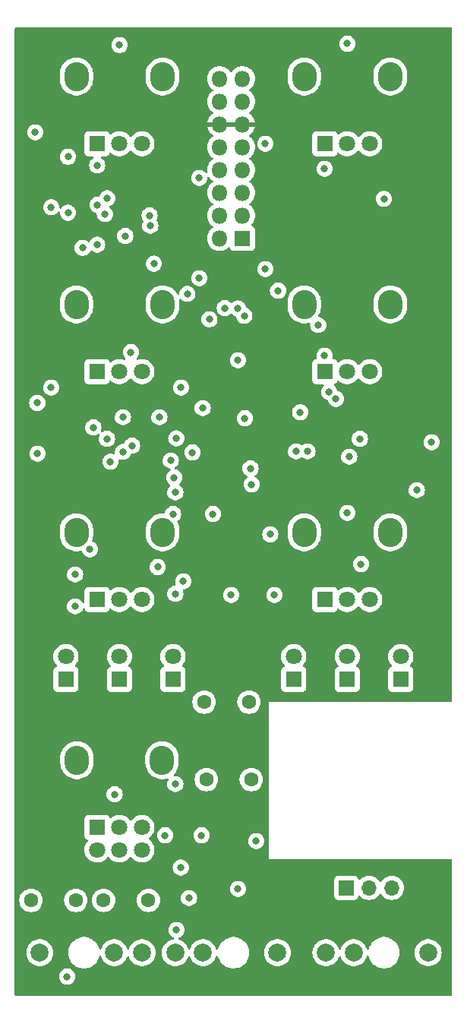
<source format=gbr>
%TF.GenerationSoftware,KiCad,Pcbnew,8.0.7*%
%TF.CreationDate,2025-01-10T16:02:56-05:00*%
%TF.ProjectId,output module,6f757470-7574-4206-9d6f-64756c652e6b,B*%
%TF.SameCoordinates,Original*%
%TF.FileFunction,Copper,L2,Inr*%
%TF.FilePolarity,Positive*%
%FSLAX46Y46*%
G04 Gerber Fmt 4.6, Leading zero omitted, Abs format (unit mm)*
G04 Created by KiCad (PCBNEW 8.0.7) date 2025-01-10 16:02:56*
%MOMM*%
%LPD*%
G01*
G04 APERTURE LIST*
%TA.AperFunction,ComponentPad*%
%ADD10C,1.600000*%
%TD*%
%TA.AperFunction,ComponentPad*%
%ADD11O,2.720000X3.240000*%
%TD*%
%TA.AperFunction,ComponentPad*%
%ADD12R,1.800000X1.800000*%
%TD*%
%TA.AperFunction,ComponentPad*%
%ADD13C,1.800000*%
%TD*%
%TA.AperFunction,ComponentPad*%
%ADD14C,2.000000*%
%TD*%
%TA.AperFunction,ComponentPad*%
%ADD15R,1.700000X1.700000*%
%TD*%
%TA.AperFunction,ComponentPad*%
%ADD16O,1.700000X1.700000*%
%TD*%
%TA.AperFunction,ComponentPad*%
%ADD17O,1.800000X1.800000*%
%TD*%
%TA.AperFunction,ViaPad*%
%ADD18C,0.800000*%
%TD*%
G04 APERTURE END LIST*
D10*
%TO.N,GND*%
%TO.C,C7*%
X98766000Y-135890000D03*
%TO.N,Net-(U2-INR-)*%
X93766000Y-135890000D03*
%TD*%
%TO.N,Net-(C6-Pad1)*%
%TO.C,C6*%
X98512000Y-127254000D03*
%TO.N,Net-(U2-INR+)*%
X93512000Y-127254000D03*
%TD*%
%TO.N,GND*%
%TO.C,C5*%
X74208000Y-149352000D03*
%TO.N,Net-(U2-INL-)*%
X79208000Y-149352000D03*
%TD*%
D11*
%TO.N,*%
%TO.C,RV2*%
X79274000Y-82924000D03*
X88874000Y-82924000D03*
D12*
%TO.N,GND*%
X81574000Y-90424000D03*
D13*
%TO.N,Net-(R3-Pad1)*%
X84074000Y-90424000D03*
%TO.N,Net-(J2-PadT)*%
X86574000Y-90424000D03*
%TD*%
D11*
%TO.N,*%
%TO.C,RV6*%
X104674000Y-82924000D03*
X114274000Y-82924000D03*
D12*
%TO.N,chan_2_right*%
X106974000Y-90424000D03*
D13*
%TO.N,GND*%
X109474000Y-90424000D03*
%TO.N,chan_2_left*%
X111974000Y-90424000D03*
%TD*%
D12*
%TO.N,GND*%
%TO.C,D14*%
X78105000Y-124714000D03*
D13*
%TO.N,Net-(D14-A)*%
X78105000Y-122174000D03*
%TD*%
D11*
%TO.N,*%
%TO.C,RV1*%
X79274000Y-57524000D03*
X88874000Y-57524000D03*
D12*
%TO.N,GND*%
X81574000Y-65024000D03*
D13*
%TO.N,Net-(R1-Pad1)*%
X84074000Y-65024000D03*
%TO.N,Net-(J1-PadT)*%
X86574000Y-65024000D03*
%TD*%
D12*
%TO.N,GND*%
%TO.C,D13*%
X84074000Y-124714000D03*
D13*
%TO.N,Net-(D13-A)*%
X84074000Y-122174000D03*
%TD*%
D14*
%TO.N,GND*%
%TO.C,J2*%
X90294000Y-155194000D03*
%TO.N,Net-(J2-PadT)*%
X101694000Y-155194000D03*
%TO.N,unconnected-(J2-PadTN)*%
X93394000Y-155194000D03*
%TD*%
D11*
%TO.N,*%
%TO.C,RV7*%
X104674000Y-108324000D03*
X114274000Y-108324000D03*
D12*
%TO.N,chan_3_right*%
X106974000Y-115824000D03*
D13*
%TO.N,GND*%
X109474000Y-115824000D03*
%TO.N,chan_3_left*%
X111974000Y-115824000D03*
%TD*%
D14*
%TO.N,GND*%
%TO.C,J3*%
X107091000Y-155194000D03*
%TO.N,Net-(J3-PadT)*%
X118491000Y-155194000D03*
%TO.N,unconnected-(J3-PadTN)*%
X110191000Y-155194000D03*
%TD*%
D11*
%TO.N,*%
%TO.C,RV3*%
X79274000Y-108324000D03*
X88874000Y-108324000D03*
D12*
%TO.N,GND*%
X81574000Y-115824000D03*
D13*
%TO.N,Net-(R2-Pad1)*%
X84074000Y-115824000D03*
%TO.N,Net-(J3-PadT)*%
X86574000Y-115824000D03*
%TD*%
D11*
%TO.N,*%
%TO.C,RV4*%
X79324000Y-133724000D03*
X88824000Y-133724000D03*
D12*
%TO.N,GND*%
X81574000Y-141224000D03*
D13*
%TO.N,Net-(C4-Pad1)*%
X84074000Y-141224000D03*
%TO.N,left_mix*%
X86574000Y-141224000D03*
%TO.N,GND*%
X81574000Y-143724000D03*
%TO.N,Net-(C6-Pad1)*%
X84074000Y-143724000D03*
%TO.N,right_mix*%
X86574000Y-143724000D03*
%TD*%
D14*
%TO.N,GND*%
%TO.C,J1*%
X86584000Y-155194000D03*
%TO.N,Net-(J1-PadT)*%
X75184000Y-155194000D03*
%TO.N,unconnected-(J1-PadTN)*%
X83484000Y-155194000D03*
%TD*%
D12*
%TO.N,GND*%
%TO.C,D5*%
X103505000Y-124714000D03*
D13*
%TO.N,Net-(D5-A)*%
X103505000Y-122174000D03*
%TD*%
D12*
%TO.N,GND*%
%TO.C,D12*%
X90043000Y-124714000D03*
D13*
%TO.N,Net-(D12-A)*%
X90043000Y-122174000D03*
%TD*%
D12*
%TO.N,GND*%
%TO.C,D7*%
X115443000Y-124714000D03*
D13*
%TO.N,Net-(D7-A)*%
X115443000Y-122174000D03*
%TD*%
D12*
%TO.N,GND*%
%TO.C,D6*%
X109474000Y-124714000D03*
D13*
%TO.N,Net-(D6-A)*%
X109474000Y-122174000D03*
%TD*%
D15*
%TO.N,left_out*%
%TO.C,J4*%
X109362000Y-147955000D03*
D16*
%TO.N,right_out*%
X111902000Y-147955000D03*
%TO.N,GND*%
X114442000Y-147955000D03*
%TD*%
D12*
%TO.N,-12V*%
%TO.C,J6*%
X97790000Y-75565000D03*
D17*
X95250000Y-75565000D03*
%TO.N,GND*%
X97790000Y-73025000D03*
X95250000Y-73025000D03*
X97790000Y-70485000D03*
X95250000Y-70485000D03*
X97790000Y-67945000D03*
X95250000Y-67945000D03*
%TO.N,+12V*%
X97790000Y-65405000D03*
X95250000Y-65405000D03*
%TO.N,+5V*%
X97790000Y-62865000D03*
X95250000Y-62865000D03*
%TO.N,unconnected-(J6-cv-Pad13)*%
X97790000Y-60325000D03*
%TO.N,unconnected-(J6-cv-Pad14)*%
X95252858Y-60325000D03*
%TO.N,unconnected-(J6-gate-Pad15)*%
X97790000Y-57785000D03*
%TO.N,unconnected-(J6-gate-Pad16)*%
X95250000Y-57785000D03*
%TD*%
D11*
%TO.N,*%
%TO.C,RV5*%
X104674000Y-57524000D03*
X114274000Y-57524000D03*
D12*
%TO.N,chan_1_right*%
X106974000Y-65024000D03*
D13*
%TO.N,GND*%
X109474000Y-65024000D03*
%TO.N,chan_1_left*%
X111974000Y-65024000D03*
%TD*%
D10*
%TO.N,Net-(C4-Pad1)*%
%TO.C,C4*%
X82296000Y-149352000D03*
%TO.N,Net-(U2-INL+)*%
X87296000Y-149352000D03*
%TD*%
D18*
%TO.N,+5V*%
X90868500Y-147256500D03*
X96583500Y-144843500D03*
%TO.N,GND*%
X99314000Y-142748000D03*
%TO.N,chan_3_left*%
X101346000Y-115316000D03*
X91186000Y-113792000D03*
X90932000Y-92202000D03*
%TO.N,Net-(J2-PadT)*%
X96520000Y-115316000D03*
%TO.N,GND*%
X74930000Y-99568000D03*
X90424000Y-152654000D03*
%TO.N,Net-(R3-Pad1)*%
X76454000Y-92202000D03*
%TO.N,chan_1_left*%
X106934000Y-67818000D03*
%TO.N,chan_3_right*%
X107442000Y-92710000D03*
%TO.N,chan_1_right*%
X108204000Y-93472000D03*
%TO.N,chan_1*%
X100330000Y-65024000D03*
X100330000Y-78994000D03*
%TO.N,chan_3*%
X87503000Y-74168000D03*
X88332799Y-112200201D03*
%TO.N,chan_2*%
X92964000Y-68834000D03*
X92964000Y-80010000D03*
%TO.N,GND*%
X82448400Y-72872600D03*
X90297000Y-103886000D03*
X89154000Y-142113000D03*
X100893577Y-108566412D03*
X95820998Y-83344360D03*
X74908500Y-93912201D03*
X104214783Y-94958500D03*
X103759000Y-99314000D03*
X90907022Y-145702500D03*
X87913500Y-78394689D03*
X84074000Y-54025800D03*
X118872000Y-98298000D03*
X93218000Y-142113000D03*
X97282000Y-89154000D03*
X88523500Y-95504000D03*
X90170000Y-102235000D03*
X117221000Y-103632000D03*
X83528500Y-137531306D03*
X97282000Y-148082000D03*
X90043000Y-106299000D03*
X79959200Y-76631800D03*
X87426800Y-73025000D03*
X101752400Y-81407000D03*
X92202000Y-99441000D03*
X98806000Y-102997000D03*
X82702400Y-71094600D03*
X97280277Y-83394841D03*
X109474000Y-53873400D03*
X113563400Y-71170800D03*
X91643200Y-81762600D03*
X98679000Y-101219000D03*
%TO.N,+5V*%
X84963000Y-133223000D03*
X116460207Y-99925327D03*
X87376000Y-61696600D03*
X92160525Y-104715466D03*
X96647000Y-104902000D03*
X94983000Y-149074168D03*
%TO.N,left_mix*%
X85471000Y-98679000D03*
X85344000Y-88265000D03*
%TO.N,right_mix*%
X105029000Y-99314000D03*
X106229506Y-85232191D03*
%TO.N,left_peak*%
X83058000Y-100472000D03*
X82677000Y-97917000D03*
%TO.N,+12V*%
X94488000Y-106299000D03*
X81584800Y-76276200D03*
X109474000Y-106172000D03*
X81584800Y-67437000D03*
X94099520Y-84589480D03*
X84455000Y-95504000D03*
X93345000Y-94488000D03*
X109691088Y-99911500D03*
X81613791Y-71827912D03*
X84455001Y-99371502D03*
%TO.N,-12V*%
X97994498Y-84201000D03*
X98044000Y-95631000D03*
%TO.N,Net-(D3-A)*%
X110871000Y-97917000D03*
X110998000Y-111887000D03*
%TO.N,Net-(D8-A)*%
X90406000Y-97872000D03*
X89789000Y-100330000D03*
%TO.N,Net-(D10-K)*%
X79121000Y-113030000D03*
X79121000Y-116586000D03*
%TO.N,Net-(D10-A)*%
X80772000Y-110236000D03*
X81153000Y-96647000D03*
%TO.N,Net-(J1-PadT)*%
X74676000Y-63754000D03*
%TO.N,Net-(J2-PadT)*%
X90297000Y-115189000D03*
%TO.N,Net-(J3-PadT)*%
X78232000Y-157861000D03*
%TO.N,Net-(R1-Pad1)*%
X78333600Y-66471800D03*
X78333600Y-72720200D03*
%TO.N,Net-(R2-Pad1)*%
X84709000Y-75311000D03*
%TO.N,Net-(R3-Pad1)*%
X76454000Y-72110600D03*
%TO.N,SHDN*%
X91821000Y-149098000D03*
X90297000Y-136398000D03*
%TO.N,chan_1_left*%
X106934000Y-88646000D03*
%TD*%
%TA.AperFunction,Conductor*%
%TO.N,+5V*%
G36*
X97277482Y-62652708D02*
G01*
X97240000Y-62792591D01*
X97240000Y-62937409D01*
X97277482Y-63077292D01*
X97299252Y-63115000D01*
X95740748Y-63115000D01*
X95762518Y-63077292D01*
X95800000Y-62937409D01*
X95800000Y-62792591D01*
X95762518Y-62652708D01*
X95740748Y-62615000D01*
X97299252Y-62615000D01*
X97277482Y-62652708D01*
G37*
%TD.AperFunction*%
%TA.AperFunction,Conductor*%
G36*
X121101039Y-52089685D02*
G01*
X121146794Y-52142489D01*
X121158000Y-52194000D01*
X121158000Y-127130000D01*
X121138315Y-127197039D01*
X121085511Y-127242794D01*
X121034000Y-127254000D01*
X100711000Y-127254000D01*
X100711000Y-144780000D01*
X121034000Y-144780000D01*
X121101039Y-144799685D01*
X121146794Y-144852489D01*
X121158000Y-144904000D01*
X121158000Y-159896000D01*
X121138315Y-159963039D01*
X121085511Y-160008794D01*
X121034000Y-160020000D01*
X72514000Y-160020000D01*
X72446961Y-160000315D01*
X72401206Y-159947511D01*
X72390000Y-159896000D01*
X72390000Y-157861000D01*
X77326540Y-157861000D01*
X77346326Y-158049256D01*
X77346327Y-158049259D01*
X77404818Y-158229277D01*
X77404821Y-158229284D01*
X77499467Y-158393216D01*
X77626129Y-158533888D01*
X77779265Y-158645148D01*
X77779270Y-158645151D01*
X77952192Y-158722142D01*
X77952197Y-158722144D01*
X78137354Y-158761500D01*
X78137355Y-158761500D01*
X78326644Y-158761500D01*
X78326646Y-158761500D01*
X78511803Y-158722144D01*
X78684730Y-158645151D01*
X78837871Y-158533888D01*
X78964533Y-158393216D01*
X79059179Y-158229284D01*
X79117674Y-158049256D01*
X79137460Y-157861000D01*
X79117674Y-157672744D01*
X79059179Y-157492716D01*
X78964533Y-157328784D01*
X78837871Y-157188112D01*
X78837870Y-157188111D01*
X78684734Y-157076851D01*
X78684729Y-157076848D01*
X78511807Y-156999857D01*
X78511802Y-156999855D01*
X78366001Y-156968865D01*
X78326646Y-156960500D01*
X78137354Y-156960500D01*
X78104897Y-156967398D01*
X77952197Y-156999855D01*
X77952192Y-156999857D01*
X77779270Y-157076848D01*
X77779265Y-157076851D01*
X77626129Y-157188111D01*
X77499466Y-157328785D01*
X77404821Y-157492715D01*
X77404818Y-157492722D01*
X77346327Y-157672740D01*
X77346326Y-157672744D01*
X77326540Y-157861000D01*
X72390000Y-157861000D01*
X72390000Y-155193994D01*
X73678357Y-155193994D01*
X73678357Y-155194005D01*
X73698890Y-155441812D01*
X73698892Y-155441824D01*
X73759936Y-155682881D01*
X73859826Y-155910606D01*
X73995833Y-156118782D01*
X73995836Y-156118785D01*
X74164256Y-156301738D01*
X74360491Y-156454474D01*
X74579190Y-156572828D01*
X74814386Y-156653571D01*
X75059665Y-156694500D01*
X75308335Y-156694500D01*
X75553614Y-156653571D01*
X75788810Y-156572828D01*
X76007509Y-156454474D01*
X76203744Y-156301738D01*
X76372164Y-156118785D01*
X76508173Y-155910607D01*
X76608063Y-155682881D01*
X76669108Y-155441821D01*
X76669109Y-155441812D01*
X76689643Y-155194005D01*
X76689643Y-155193994D01*
X76680136Y-155079258D01*
X78353500Y-155079258D01*
X78353500Y-155308741D01*
X78371022Y-155441824D01*
X78383452Y-155536238D01*
X78422745Y-155682882D01*
X78442842Y-155757887D01*
X78530650Y-155969876D01*
X78530656Y-155969888D01*
X78616621Y-156118785D01*
X78645392Y-156168617D01*
X78785081Y-156350661D01*
X78785089Y-156350670D01*
X78947330Y-156512911D01*
X78947338Y-156512918D01*
X79129382Y-156652607D01*
X79129385Y-156652608D01*
X79129388Y-156652611D01*
X79328112Y-156767344D01*
X79328117Y-156767346D01*
X79328123Y-156767349D01*
X79419480Y-156805190D01*
X79540113Y-156855158D01*
X79761762Y-156914548D01*
X79989266Y-156944500D01*
X79989273Y-156944500D01*
X80218727Y-156944500D01*
X80218734Y-156944500D01*
X80446238Y-156914548D01*
X80667887Y-156855158D01*
X80879888Y-156767344D01*
X81078612Y-156652611D01*
X81260661Y-156512919D01*
X81260665Y-156512914D01*
X81260670Y-156512911D01*
X81422911Y-156350670D01*
X81422914Y-156350665D01*
X81422919Y-156350661D01*
X81562611Y-156168612D01*
X81677344Y-155969888D01*
X81765158Y-155757887D01*
X81803312Y-155615492D01*
X81839674Y-155555836D01*
X81902521Y-155525306D01*
X81971897Y-155533600D01*
X82025775Y-155578085D01*
X82043291Y-155617148D01*
X82059937Y-155682882D01*
X82159826Y-155910606D01*
X82295833Y-156118782D01*
X82295836Y-156118785D01*
X82464256Y-156301738D01*
X82660491Y-156454474D01*
X82879190Y-156572828D01*
X83114386Y-156653571D01*
X83359665Y-156694500D01*
X83608335Y-156694500D01*
X83853614Y-156653571D01*
X84088810Y-156572828D01*
X84307509Y-156454474D01*
X84503744Y-156301738D01*
X84672164Y-156118785D01*
X84808173Y-155910607D01*
X84908063Y-155682881D01*
X84913794Y-155660250D01*
X84949334Y-155600094D01*
X85011754Y-155568702D01*
X85081237Y-155576040D01*
X85135723Y-155619779D01*
X85154206Y-155660250D01*
X85159937Y-155682881D01*
X85259826Y-155910606D01*
X85395833Y-156118782D01*
X85395836Y-156118785D01*
X85564256Y-156301738D01*
X85760491Y-156454474D01*
X85979190Y-156572828D01*
X86214386Y-156653571D01*
X86459665Y-156694500D01*
X86708335Y-156694500D01*
X86953614Y-156653571D01*
X87188810Y-156572828D01*
X87407509Y-156454474D01*
X87603744Y-156301738D01*
X87772164Y-156118785D01*
X87908173Y-155910607D01*
X88008063Y-155682881D01*
X88069108Y-155441821D01*
X88069109Y-155441812D01*
X88089643Y-155194005D01*
X88089643Y-155193994D01*
X88788357Y-155193994D01*
X88788357Y-155194005D01*
X88808890Y-155441812D01*
X88808892Y-155441824D01*
X88869936Y-155682881D01*
X88969826Y-155910606D01*
X89105833Y-156118782D01*
X89105836Y-156118785D01*
X89274256Y-156301738D01*
X89470491Y-156454474D01*
X89689190Y-156572828D01*
X89924386Y-156653571D01*
X90169665Y-156694500D01*
X90418335Y-156694500D01*
X90663614Y-156653571D01*
X90898810Y-156572828D01*
X91117509Y-156454474D01*
X91313744Y-156301738D01*
X91482164Y-156118785D01*
X91618173Y-155910607D01*
X91718063Y-155682881D01*
X91723794Y-155660250D01*
X91759334Y-155600094D01*
X91821754Y-155568702D01*
X91891237Y-155576040D01*
X91945723Y-155619779D01*
X91964206Y-155660250D01*
X91969937Y-155682881D01*
X92069826Y-155910606D01*
X92205833Y-156118782D01*
X92205836Y-156118785D01*
X92374256Y-156301738D01*
X92570491Y-156454474D01*
X92789190Y-156572828D01*
X93024386Y-156653571D01*
X93269665Y-156694500D01*
X93518335Y-156694500D01*
X93763614Y-156653571D01*
X93998810Y-156572828D01*
X94217509Y-156454474D01*
X94413744Y-156301738D01*
X94582164Y-156118785D01*
X94718173Y-155910607D01*
X94818063Y-155682881D01*
X94834708Y-155617148D01*
X94870247Y-155556994D01*
X94932667Y-155525601D01*
X95002150Y-155532939D01*
X95056636Y-155576677D01*
X95074688Y-155615495D01*
X95086681Y-155660250D01*
X95112842Y-155757887D01*
X95200650Y-155969876D01*
X95200656Y-155969888D01*
X95286621Y-156118785D01*
X95315392Y-156168617D01*
X95455081Y-156350661D01*
X95455089Y-156350670D01*
X95617330Y-156512911D01*
X95617338Y-156512918D01*
X95799382Y-156652607D01*
X95799385Y-156652608D01*
X95799388Y-156652611D01*
X95998112Y-156767344D01*
X95998117Y-156767346D01*
X95998123Y-156767349D01*
X96089480Y-156805190D01*
X96210113Y-156855158D01*
X96431762Y-156914548D01*
X96659266Y-156944500D01*
X96659273Y-156944500D01*
X96888727Y-156944500D01*
X96888734Y-156944500D01*
X97116238Y-156914548D01*
X97337887Y-156855158D01*
X97549888Y-156767344D01*
X97748612Y-156652611D01*
X97930661Y-156512919D01*
X97930665Y-156512914D01*
X97930670Y-156512911D01*
X98092911Y-156350670D01*
X98092914Y-156350665D01*
X98092919Y-156350661D01*
X98232611Y-156168612D01*
X98347344Y-155969888D01*
X98435158Y-155757887D01*
X98494548Y-155536238D01*
X98524500Y-155308734D01*
X98524500Y-155193994D01*
X100188357Y-155193994D01*
X100188357Y-155194005D01*
X100208890Y-155441812D01*
X100208892Y-155441824D01*
X100269936Y-155682881D01*
X100369826Y-155910606D01*
X100505833Y-156118782D01*
X100505836Y-156118785D01*
X100674256Y-156301738D01*
X100870491Y-156454474D01*
X101089190Y-156572828D01*
X101324386Y-156653571D01*
X101569665Y-156694500D01*
X101818335Y-156694500D01*
X102063614Y-156653571D01*
X102298810Y-156572828D01*
X102517509Y-156454474D01*
X102713744Y-156301738D01*
X102882164Y-156118785D01*
X103018173Y-155910607D01*
X103118063Y-155682881D01*
X103179108Y-155441821D01*
X103179109Y-155441812D01*
X103199643Y-155194005D01*
X103199643Y-155193994D01*
X105585357Y-155193994D01*
X105585357Y-155194005D01*
X105605890Y-155441812D01*
X105605892Y-155441824D01*
X105666936Y-155682881D01*
X105766826Y-155910606D01*
X105902833Y-156118782D01*
X105902836Y-156118785D01*
X106071256Y-156301738D01*
X106267491Y-156454474D01*
X106486190Y-156572828D01*
X106721386Y-156653571D01*
X106966665Y-156694500D01*
X107215335Y-156694500D01*
X107460614Y-156653571D01*
X107695810Y-156572828D01*
X107914509Y-156454474D01*
X108110744Y-156301738D01*
X108279164Y-156118785D01*
X108415173Y-155910607D01*
X108515063Y-155682881D01*
X108520794Y-155660250D01*
X108556334Y-155600094D01*
X108618754Y-155568702D01*
X108688237Y-155576040D01*
X108742723Y-155619779D01*
X108761206Y-155660250D01*
X108766937Y-155682881D01*
X108866826Y-155910606D01*
X109002833Y-156118782D01*
X109002836Y-156118785D01*
X109171256Y-156301738D01*
X109367491Y-156454474D01*
X109586190Y-156572828D01*
X109821386Y-156653571D01*
X110066665Y-156694500D01*
X110315335Y-156694500D01*
X110560614Y-156653571D01*
X110795810Y-156572828D01*
X111014509Y-156454474D01*
X111210744Y-156301738D01*
X111379164Y-156118785D01*
X111515173Y-155910607D01*
X111615063Y-155682881D01*
X111631708Y-155617148D01*
X111667247Y-155556994D01*
X111729667Y-155525601D01*
X111799150Y-155532939D01*
X111853636Y-155576677D01*
X111871688Y-155615495D01*
X111883681Y-155660250D01*
X111909842Y-155757887D01*
X111997650Y-155969876D01*
X111997656Y-155969888D01*
X112083621Y-156118785D01*
X112112392Y-156168617D01*
X112252081Y-156350661D01*
X112252089Y-156350670D01*
X112414330Y-156512911D01*
X112414338Y-156512918D01*
X112596382Y-156652607D01*
X112596385Y-156652608D01*
X112596388Y-156652611D01*
X112795112Y-156767344D01*
X112795117Y-156767346D01*
X112795123Y-156767349D01*
X112886480Y-156805190D01*
X113007113Y-156855158D01*
X113228762Y-156914548D01*
X113456266Y-156944500D01*
X113456273Y-156944500D01*
X113685727Y-156944500D01*
X113685734Y-156944500D01*
X113913238Y-156914548D01*
X114134887Y-156855158D01*
X114346888Y-156767344D01*
X114545612Y-156652611D01*
X114727661Y-156512919D01*
X114727665Y-156512914D01*
X114727670Y-156512911D01*
X114889911Y-156350670D01*
X114889914Y-156350665D01*
X114889919Y-156350661D01*
X115029611Y-156168612D01*
X115144344Y-155969888D01*
X115232158Y-155757887D01*
X115291548Y-155536238D01*
X115321500Y-155308734D01*
X115321500Y-155193994D01*
X116985357Y-155193994D01*
X116985357Y-155194005D01*
X117005890Y-155441812D01*
X117005892Y-155441824D01*
X117066936Y-155682881D01*
X117166826Y-155910606D01*
X117302833Y-156118782D01*
X117302836Y-156118785D01*
X117471256Y-156301738D01*
X117667491Y-156454474D01*
X117886190Y-156572828D01*
X118121386Y-156653571D01*
X118366665Y-156694500D01*
X118615335Y-156694500D01*
X118860614Y-156653571D01*
X119095810Y-156572828D01*
X119314509Y-156454474D01*
X119510744Y-156301738D01*
X119679164Y-156118785D01*
X119815173Y-155910607D01*
X119915063Y-155682881D01*
X119976108Y-155441821D01*
X119976109Y-155441812D01*
X119996643Y-155194005D01*
X119996643Y-155193994D01*
X119976109Y-154946187D01*
X119976107Y-154946175D01*
X119915063Y-154705118D01*
X119815173Y-154477393D01*
X119679166Y-154269217D01*
X119633295Y-154219388D01*
X119510744Y-154086262D01*
X119314509Y-153933526D01*
X119314507Y-153933525D01*
X119314506Y-153933524D01*
X119095811Y-153815172D01*
X119095802Y-153815169D01*
X118860616Y-153734429D01*
X118615335Y-153693500D01*
X118366665Y-153693500D01*
X118121383Y-153734429D01*
X117886197Y-153815169D01*
X117886188Y-153815172D01*
X117667493Y-153933524D01*
X117471257Y-154086261D01*
X117302833Y-154269217D01*
X117166826Y-154477393D01*
X117066936Y-154705118D01*
X117005892Y-154946175D01*
X117005890Y-154946187D01*
X116985357Y-155193994D01*
X115321500Y-155193994D01*
X115321500Y-155079266D01*
X115291548Y-154851762D01*
X115232158Y-154630113D01*
X115144344Y-154418112D01*
X115029611Y-154219388D01*
X115029608Y-154219385D01*
X115029607Y-154219382D01*
X114889918Y-154037338D01*
X114889911Y-154037330D01*
X114727670Y-153875089D01*
X114727661Y-153875081D01*
X114545617Y-153735392D01*
X114511748Y-153715838D01*
X114461620Y-153686896D01*
X114346890Y-153620657D01*
X114346876Y-153620650D01*
X114134887Y-153532842D01*
X114107486Y-153525500D01*
X113913238Y-153473452D01*
X113875215Y-153468446D01*
X113685741Y-153443500D01*
X113685734Y-153443500D01*
X113456266Y-153443500D01*
X113456258Y-153443500D01*
X113239715Y-153472009D01*
X113228762Y-153473452D01*
X113135076Y-153498554D01*
X113007112Y-153532842D01*
X112795123Y-153620650D01*
X112795109Y-153620657D01*
X112596382Y-153735392D01*
X112414338Y-153875081D01*
X112252081Y-154037338D01*
X112112392Y-154219382D01*
X111997657Y-154418109D01*
X111997650Y-154418123D01*
X111909843Y-154630110D01*
X111909842Y-154630113D01*
X111883681Y-154727750D01*
X111871689Y-154772504D01*
X111835324Y-154832164D01*
X111772477Y-154862693D01*
X111703101Y-154854398D01*
X111649223Y-154809913D01*
X111631709Y-154770852D01*
X111615063Y-154705119D01*
X111515173Y-154477393D01*
X111476441Y-154418109D01*
X111379166Y-154269217D01*
X111333295Y-154219388D01*
X111210744Y-154086262D01*
X111014509Y-153933526D01*
X111014507Y-153933525D01*
X111014506Y-153933524D01*
X110795811Y-153815172D01*
X110795802Y-153815169D01*
X110560616Y-153734429D01*
X110315335Y-153693500D01*
X110066665Y-153693500D01*
X109821383Y-153734429D01*
X109586197Y-153815169D01*
X109586188Y-153815172D01*
X109367493Y-153933524D01*
X109171257Y-154086261D01*
X109002833Y-154269217D01*
X108866826Y-154477393D01*
X108766935Y-154705122D01*
X108766935Y-154705123D01*
X108761205Y-154727750D01*
X108725666Y-154787906D01*
X108663245Y-154819297D01*
X108593762Y-154811959D01*
X108539276Y-154768219D01*
X108520795Y-154727750D01*
X108515064Y-154705123D01*
X108515064Y-154705122D01*
X108515062Y-154705118D01*
X108415173Y-154477393D01*
X108376441Y-154418109D01*
X108279166Y-154269217D01*
X108233295Y-154219388D01*
X108110744Y-154086262D01*
X107914509Y-153933526D01*
X107914507Y-153933525D01*
X107914506Y-153933524D01*
X107695811Y-153815172D01*
X107695802Y-153815169D01*
X107460616Y-153734429D01*
X107215335Y-153693500D01*
X106966665Y-153693500D01*
X106721383Y-153734429D01*
X106486197Y-153815169D01*
X106486188Y-153815172D01*
X106267493Y-153933524D01*
X106071257Y-154086261D01*
X105902833Y-154269217D01*
X105766826Y-154477393D01*
X105666936Y-154705118D01*
X105605892Y-154946175D01*
X105605890Y-154946187D01*
X105585357Y-155193994D01*
X103199643Y-155193994D01*
X103179109Y-154946187D01*
X103179107Y-154946175D01*
X103118063Y-154705118D01*
X103018173Y-154477393D01*
X102882166Y-154269217D01*
X102836295Y-154219388D01*
X102713744Y-154086262D01*
X102517509Y-153933526D01*
X102517507Y-153933525D01*
X102517506Y-153933524D01*
X102298811Y-153815172D01*
X102298802Y-153815169D01*
X102063616Y-153734429D01*
X101818335Y-153693500D01*
X101569665Y-153693500D01*
X101324383Y-153734429D01*
X101089197Y-153815169D01*
X101089188Y-153815172D01*
X100870493Y-153933524D01*
X100674257Y-154086261D01*
X100505833Y-154269217D01*
X100369826Y-154477393D01*
X100269936Y-154705118D01*
X100208892Y-154946175D01*
X100208890Y-154946187D01*
X100188357Y-155193994D01*
X98524500Y-155193994D01*
X98524500Y-155079266D01*
X98494548Y-154851762D01*
X98435158Y-154630113D01*
X98347344Y-154418112D01*
X98232611Y-154219388D01*
X98232608Y-154219385D01*
X98232607Y-154219382D01*
X98092918Y-154037338D01*
X98092911Y-154037330D01*
X97930670Y-153875089D01*
X97930661Y-153875081D01*
X97748617Y-153735392D01*
X97714748Y-153715838D01*
X97664620Y-153686896D01*
X97549890Y-153620657D01*
X97549876Y-153620650D01*
X97337887Y-153532842D01*
X97310486Y-153525500D01*
X97116238Y-153473452D01*
X97078215Y-153468446D01*
X96888741Y-153443500D01*
X96888734Y-153443500D01*
X96659266Y-153443500D01*
X96659258Y-153443500D01*
X96442715Y-153472009D01*
X96431762Y-153473452D01*
X96338076Y-153498554D01*
X96210112Y-153532842D01*
X95998123Y-153620650D01*
X95998109Y-153620657D01*
X95799382Y-153735392D01*
X95617338Y-153875081D01*
X95455081Y-154037338D01*
X95315392Y-154219382D01*
X95200657Y-154418109D01*
X95200650Y-154418123D01*
X95112843Y-154630110D01*
X95112842Y-154630113D01*
X95086681Y-154727750D01*
X95074689Y-154772504D01*
X95038324Y-154832164D01*
X94975477Y-154862693D01*
X94906101Y-154854398D01*
X94852223Y-154809913D01*
X94834709Y-154770852D01*
X94818063Y-154705119D01*
X94718173Y-154477393D01*
X94679441Y-154418109D01*
X94582166Y-154269217D01*
X94536295Y-154219388D01*
X94413744Y-154086262D01*
X94217509Y-153933526D01*
X94217507Y-153933525D01*
X94217506Y-153933524D01*
X93998811Y-153815172D01*
X93998802Y-153815169D01*
X93763616Y-153734429D01*
X93518335Y-153693500D01*
X93269665Y-153693500D01*
X93024383Y-153734429D01*
X92789197Y-153815169D01*
X92789188Y-153815172D01*
X92570493Y-153933524D01*
X92374257Y-154086261D01*
X92205833Y-154269217D01*
X92069826Y-154477393D01*
X91969935Y-154705122D01*
X91969935Y-154705123D01*
X91964205Y-154727750D01*
X91928666Y-154787906D01*
X91866245Y-154819297D01*
X91796762Y-154811959D01*
X91742276Y-154768219D01*
X91723795Y-154727750D01*
X91718064Y-154705123D01*
X91718064Y-154705122D01*
X91718062Y-154705118D01*
X91618173Y-154477393D01*
X91579441Y-154418109D01*
X91482166Y-154269217D01*
X91436295Y-154219388D01*
X91313744Y-154086262D01*
X91117509Y-153933526D01*
X91117507Y-153933525D01*
X91117506Y-153933524D01*
X90898811Y-153815172D01*
X90898802Y-153815169D01*
X90706046Y-153748995D01*
X90649031Y-153708609D01*
X90622900Y-153643810D01*
X90635952Y-153575170D01*
X90684040Y-153524482D01*
X90698059Y-153518221D01*
X90697866Y-153517788D01*
X90803687Y-153470671D01*
X90876730Y-153438151D01*
X91029871Y-153326888D01*
X91156533Y-153186216D01*
X91251179Y-153022284D01*
X91309674Y-152842256D01*
X91329460Y-152654000D01*
X91309674Y-152465744D01*
X91251179Y-152285716D01*
X91156533Y-152121784D01*
X91029871Y-151981112D01*
X91029870Y-151981111D01*
X90876734Y-151869851D01*
X90876729Y-151869848D01*
X90703807Y-151792857D01*
X90703802Y-151792855D01*
X90558001Y-151761865D01*
X90518646Y-151753500D01*
X90329354Y-151753500D01*
X90296897Y-151760398D01*
X90144197Y-151792855D01*
X90144192Y-151792857D01*
X89971270Y-151869848D01*
X89971265Y-151869851D01*
X89818129Y-151981111D01*
X89691466Y-152121785D01*
X89596821Y-152285715D01*
X89596818Y-152285722D01*
X89538327Y-152465740D01*
X89538326Y-152465744D01*
X89518540Y-152654000D01*
X89538326Y-152842256D01*
X89538327Y-152842259D01*
X89596818Y-153022277D01*
X89596821Y-153022284D01*
X89691467Y-153186216D01*
X89818129Y-153326888D01*
X89971265Y-153438148D01*
X89971270Y-153438151D01*
X90065824Y-153480250D01*
X90119061Y-153525500D01*
X90139382Y-153592350D01*
X90120336Y-153659573D01*
X90067970Y-153705828D01*
X90035797Y-153715838D01*
X89924383Y-153734429D01*
X89689197Y-153815169D01*
X89689188Y-153815172D01*
X89470493Y-153933524D01*
X89274257Y-154086261D01*
X89105833Y-154269217D01*
X88969826Y-154477393D01*
X88869936Y-154705118D01*
X88808892Y-154946175D01*
X88808890Y-154946187D01*
X88788357Y-155193994D01*
X88089643Y-155193994D01*
X88069109Y-154946187D01*
X88069107Y-154946175D01*
X88008063Y-154705118D01*
X87908173Y-154477393D01*
X87772166Y-154269217D01*
X87726295Y-154219388D01*
X87603744Y-154086262D01*
X87407509Y-153933526D01*
X87407507Y-153933525D01*
X87407506Y-153933524D01*
X87188811Y-153815172D01*
X87188802Y-153815169D01*
X86953616Y-153734429D01*
X86708335Y-153693500D01*
X86459665Y-153693500D01*
X86214383Y-153734429D01*
X85979197Y-153815169D01*
X85979188Y-153815172D01*
X85760493Y-153933524D01*
X85564257Y-154086261D01*
X85395833Y-154269217D01*
X85259826Y-154477393D01*
X85159935Y-154705122D01*
X85159935Y-154705123D01*
X85154205Y-154727750D01*
X85118666Y-154787906D01*
X85056245Y-154819297D01*
X84986762Y-154811959D01*
X84932276Y-154768219D01*
X84913795Y-154727750D01*
X84908064Y-154705123D01*
X84908064Y-154705122D01*
X84908062Y-154705118D01*
X84808173Y-154477393D01*
X84769441Y-154418109D01*
X84672166Y-154269217D01*
X84626295Y-154219388D01*
X84503744Y-154086262D01*
X84307509Y-153933526D01*
X84307507Y-153933525D01*
X84307506Y-153933524D01*
X84088811Y-153815172D01*
X84088802Y-153815169D01*
X83853616Y-153734429D01*
X83608335Y-153693500D01*
X83359665Y-153693500D01*
X83114383Y-153734429D01*
X82879197Y-153815169D01*
X82879188Y-153815172D01*
X82660493Y-153933524D01*
X82464257Y-154086261D01*
X82295833Y-154269217D01*
X82159826Y-154477393D01*
X82059935Y-154705122D01*
X82059935Y-154705123D01*
X82043290Y-154770851D01*
X82007751Y-154831007D01*
X81945330Y-154862398D01*
X81875847Y-154855060D01*
X81821361Y-154811320D01*
X81803312Y-154772507D01*
X81765158Y-154630113D01*
X81677344Y-154418112D01*
X81562611Y-154219388D01*
X81562608Y-154219385D01*
X81562607Y-154219382D01*
X81422918Y-154037338D01*
X81422911Y-154037330D01*
X81260670Y-153875089D01*
X81260661Y-153875081D01*
X81078617Y-153735392D01*
X81044748Y-153715838D01*
X80994620Y-153686896D01*
X80879890Y-153620657D01*
X80879876Y-153620650D01*
X80667887Y-153532842D01*
X80640486Y-153525500D01*
X80446238Y-153473452D01*
X80408215Y-153468446D01*
X80218741Y-153443500D01*
X80218734Y-153443500D01*
X79989266Y-153443500D01*
X79989258Y-153443500D01*
X79772715Y-153472009D01*
X79761762Y-153473452D01*
X79668076Y-153498554D01*
X79540112Y-153532842D01*
X79328123Y-153620650D01*
X79328109Y-153620657D01*
X79129382Y-153735392D01*
X78947338Y-153875081D01*
X78785081Y-154037338D01*
X78645392Y-154219382D01*
X78530657Y-154418109D01*
X78530650Y-154418123D01*
X78442842Y-154630112D01*
X78383453Y-154851759D01*
X78383451Y-154851770D01*
X78353500Y-155079258D01*
X76680136Y-155079258D01*
X76669109Y-154946187D01*
X76669107Y-154946175D01*
X76608063Y-154705118D01*
X76508173Y-154477393D01*
X76372166Y-154269217D01*
X76326295Y-154219388D01*
X76203744Y-154086262D01*
X76007509Y-153933526D01*
X76007507Y-153933525D01*
X76007506Y-153933524D01*
X75788811Y-153815172D01*
X75788802Y-153815169D01*
X75553616Y-153734429D01*
X75308335Y-153693500D01*
X75059665Y-153693500D01*
X74814383Y-153734429D01*
X74579197Y-153815169D01*
X74579188Y-153815172D01*
X74360493Y-153933524D01*
X74164257Y-154086261D01*
X73995833Y-154269217D01*
X73859826Y-154477393D01*
X73759936Y-154705118D01*
X73698892Y-154946175D01*
X73698890Y-154946187D01*
X73678357Y-155193994D01*
X72390000Y-155193994D01*
X72390000Y-149351998D01*
X72902532Y-149351998D01*
X72902532Y-149352001D01*
X72922364Y-149578686D01*
X72922366Y-149578697D01*
X72981258Y-149798488D01*
X72981261Y-149798497D01*
X73077431Y-150004732D01*
X73077432Y-150004734D01*
X73207954Y-150191141D01*
X73368858Y-150352045D01*
X73368861Y-150352047D01*
X73555266Y-150482568D01*
X73761504Y-150578739D01*
X73981308Y-150637635D01*
X74143230Y-150651801D01*
X74207998Y-150657468D01*
X74208000Y-150657468D01*
X74208002Y-150657468D01*
X74264673Y-150652509D01*
X74434692Y-150637635D01*
X74654496Y-150578739D01*
X74860734Y-150482568D01*
X75047139Y-150352047D01*
X75208047Y-150191139D01*
X75338568Y-150004734D01*
X75434739Y-149798496D01*
X75493635Y-149578692D01*
X75513468Y-149352000D01*
X75513468Y-149351998D01*
X77902532Y-149351998D01*
X77902532Y-149352001D01*
X77922364Y-149578686D01*
X77922366Y-149578697D01*
X77981258Y-149798488D01*
X77981261Y-149798497D01*
X78077431Y-150004732D01*
X78077432Y-150004734D01*
X78207954Y-150191141D01*
X78368858Y-150352045D01*
X78368861Y-150352047D01*
X78555266Y-150482568D01*
X78761504Y-150578739D01*
X78981308Y-150637635D01*
X79143230Y-150651801D01*
X79207998Y-150657468D01*
X79208000Y-150657468D01*
X79208002Y-150657468D01*
X79264673Y-150652509D01*
X79434692Y-150637635D01*
X79654496Y-150578739D01*
X79860734Y-150482568D01*
X80047139Y-150352047D01*
X80208047Y-150191139D01*
X80338568Y-150004734D01*
X80434739Y-149798496D01*
X80493635Y-149578692D01*
X80513468Y-149352000D01*
X80513468Y-149351998D01*
X80990532Y-149351998D01*
X80990532Y-149352001D01*
X81010364Y-149578686D01*
X81010366Y-149578697D01*
X81069258Y-149798488D01*
X81069261Y-149798497D01*
X81165431Y-150004732D01*
X81165432Y-150004734D01*
X81295954Y-150191141D01*
X81456858Y-150352045D01*
X81456861Y-150352047D01*
X81643266Y-150482568D01*
X81849504Y-150578739D01*
X82069308Y-150637635D01*
X82231230Y-150651801D01*
X82295998Y-150657468D01*
X82296000Y-150657468D01*
X82296002Y-150657468D01*
X82352673Y-150652509D01*
X82522692Y-150637635D01*
X82742496Y-150578739D01*
X82948734Y-150482568D01*
X83135139Y-150352047D01*
X83296047Y-150191139D01*
X83426568Y-150004734D01*
X83522739Y-149798496D01*
X83581635Y-149578692D01*
X83601468Y-149352000D01*
X83601468Y-149351998D01*
X85990532Y-149351998D01*
X85990532Y-149352001D01*
X86010364Y-149578686D01*
X86010366Y-149578697D01*
X86069258Y-149798488D01*
X86069261Y-149798497D01*
X86165431Y-150004732D01*
X86165432Y-150004734D01*
X86295954Y-150191141D01*
X86456858Y-150352045D01*
X86456861Y-150352047D01*
X86643266Y-150482568D01*
X86849504Y-150578739D01*
X87069308Y-150637635D01*
X87231230Y-150651801D01*
X87295998Y-150657468D01*
X87296000Y-150657468D01*
X87296002Y-150657468D01*
X87352673Y-150652509D01*
X87522692Y-150637635D01*
X87742496Y-150578739D01*
X87948734Y-150482568D01*
X88135139Y-150352047D01*
X88296047Y-150191139D01*
X88426568Y-150004734D01*
X88522739Y-149798496D01*
X88581635Y-149578692D01*
X88601468Y-149352000D01*
X88581635Y-149125308D01*
X88574318Y-149098000D01*
X90915540Y-149098000D01*
X90935326Y-149286256D01*
X90935327Y-149286259D01*
X90993818Y-149466277D01*
X90993821Y-149466284D01*
X91088467Y-149630216D01*
X91215129Y-149770888D01*
X91368265Y-149882148D01*
X91368270Y-149882151D01*
X91541192Y-149959142D01*
X91541197Y-149959144D01*
X91726354Y-149998500D01*
X91726355Y-149998500D01*
X91915644Y-149998500D01*
X91915646Y-149998500D01*
X92100803Y-149959144D01*
X92273730Y-149882151D01*
X92426871Y-149770888D01*
X92553533Y-149630216D01*
X92648179Y-149466284D01*
X92706674Y-149286256D01*
X92726460Y-149098000D01*
X92706674Y-148909744D01*
X92648179Y-148729716D01*
X92553533Y-148565784D01*
X92426871Y-148425112D01*
X92417984Y-148418655D01*
X92273734Y-148313851D01*
X92273729Y-148313848D01*
X92100807Y-148236857D01*
X92100802Y-148236855D01*
X91955001Y-148205865D01*
X91915646Y-148197500D01*
X91726354Y-148197500D01*
X91693897Y-148204398D01*
X91541197Y-148236855D01*
X91541192Y-148236857D01*
X91368270Y-148313848D01*
X91368265Y-148313851D01*
X91215129Y-148425111D01*
X91088466Y-148565785D01*
X90993821Y-148729715D01*
X90993818Y-148729722D01*
X90936701Y-148905511D01*
X90935326Y-148909744D01*
X90915540Y-149098000D01*
X88574318Y-149098000D01*
X88522739Y-148905504D01*
X88426568Y-148699266D01*
X88296047Y-148512861D01*
X88296045Y-148512858D01*
X88135141Y-148351954D01*
X87948734Y-148221432D01*
X87948732Y-148221431D01*
X87742497Y-148125261D01*
X87742488Y-148125258D01*
X87581045Y-148082000D01*
X96376540Y-148082000D01*
X96396326Y-148270256D01*
X96396327Y-148270259D01*
X96454818Y-148450277D01*
X96454821Y-148450284D01*
X96549467Y-148614216D01*
X96676129Y-148754888D01*
X96829265Y-148866148D01*
X96829270Y-148866151D01*
X97002192Y-148943142D01*
X97002197Y-148943144D01*
X97187354Y-148982500D01*
X97187355Y-148982500D01*
X97376644Y-148982500D01*
X97376646Y-148982500D01*
X97561803Y-148943144D01*
X97734730Y-148866151D01*
X97887871Y-148754888D01*
X98014533Y-148614216D01*
X98109179Y-148450284D01*
X98167674Y-148270256D01*
X98187460Y-148082000D01*
X98167674Y-147893744D01*
X98109179Y-147713716D01*
X98014533Y-147549784D01*
X97887871Y-147409112D01*
X97887870Y-147409111D01*
X97734734Y-147297851D01*
X97734729Y-147297848D01*
X97561807Y-147220857D01*
X97561802Y-147220855D01*
X97416001Y-147189865D01*
X97376646Y-147181500D01*
X97187354Y-147181500D01*
X97154897Y-147188398D01*
X97002197Y-147220855D01*
X97002192Y-147220857D01*
X96829270Y-147297848D01*
X96829265Y-147297851D01*
X96676129Y-147409111D01*
X96549466Y-147549785D01*
X96454821Y-147713715D01*
X96454818Y-147713722D01*
X96396327Y-147893740D01*
X96396326Y-147893744D01*
X96376540Y-148082000D01*
X87581045Y-148082000D01*
X87522697Y-148066366D01*
X87522693Y-148066365D01*
X87522692Y-148066365D01*
X87522691Y-148066364D01*
X87522686Y-148066364D01*
X87296002Y-148046532D01*
X87295998Y-148046532D01*
X87069313Y-148066364D01*
X87069302Y-148066366D01*
X86849511Y-148125258D01*
X86849502Y-148125261D01*
X86643267Y-148221431D01*
X86643265Y-148221432D01*
X86456858Y-148351954D01*
X86295954Y-148512858D01*
X86165432Y-148699265D01*
X86165431Y-148699267D01*
X86069261Y-148905502D01*
X86069258Y-148905511D01*
X86010366Y-149125302D01*
X86010364Y-149125313D01*
X85990532Y-149351998D01*
X83601468Y-149351998D01*
X83581635Y-149125308D01*
X83522739Y-148905504D01*
X83426568Y-148699266D01*
X83296047Y-148512861D01*
X83296045Y-148512858D01*
X83135141Y-148351954D01*
X82948734Y-148221432D01*
X82948732Y-148221431D01*
X82742497Y-148125261D01*
X82742488Y-148125258D01*
X82522697Y-148066366D01*
X82522693Y-148066365D01*
X82522692Y-148066365D01*
X82522691Y-148066364D01*
X82522686Y-148066364D01*
X82296002Y-148046532D01*
X82295998Y-148046532D01*
X82069313Y-148066364D01*
X82069302Y-148066366D01*
X81849511Y-148125258D01*
X81849502Y-148125261D01*
X81643267Y-148221431D01*
X81643265Y-148221432D01*
X81456858Y-148351954D01*
X81295954Y-148512858D01*
X81165432Y-148699265D01*
X81165431Y-148699267D01*
X81069261Y-148905502D01*
X81069258Y-148905511D01*
X81010366Y-149125302D01*
X81010364Y-149125313D01*
X80990532Y-149351998D01*
X80513468Y-149351998D01*
X80493635Y-149125308D01*
X80434739Y-148905504D01*
X80338568Y-148699266D01*
X80208047Y-148512861D01*
X80208045Y-148512858D01*
X80047141Y-148351954D01*
X79860734Y-148221432D01*
X79860732Y-148221431D01*
X79654497Y-148125261D01*
X79654488Y-148125258D01*
X79434697Y-148066366D01*
X79434693Y-148066365D01*
X79434692Y-148066365D01*
X79434691Y-148066364D01*
X79434686Y-148066364D01*
X79208002Y-148046532D01*
X79207998Y-148046532D01*
X78981313Y-148066364D01*
X78981302Y-148066366D01*
X78761511Y-148125258D01*
X78761502Y-148125261D01*
X78555267Y-148221431D01*
X78555265Y-148221432D01*
X78368858Y-148351954D01*
X78207954Y-148512858D01*
X78077432Y-148699265D01*
X78077431Y-148699267D01*
X77981261Y-148905502D01*
X77981258Y-148905511D01*
X77922366Y-149125302D01*
X77922364Y-149125313D01*
X77902532Y-149351998D01*
X75513468Y-149351998D01*
X75493635Y-149125308D01*
X75434739Y-148905504D01*
X75338568Y-148699266D01*
X75208047Y-148512861D01*
X75208045Y-148512858D01*
X75047141Y-148351954D01*
X74860734Y-148221432D01*
X74860732Y-148221431D01*
X74654497Y-148125261D01*
X74654488Y-148125258D01*
X74434697Y-148066366D01*
X74434693Y-148066365D01*
X74434692Y-148066365D01*
X74434691Y-148066364D01*
X74434686Y-148066364D01*
X74208002Y-148046532D01*
X74207998Y-148046532D01*
X73981313Y-148066364D01*
X73981302Y-148066366D01*
X73761511Y-148125258D01*
X73761502Y-148125261D01*
X73555267Y-148221431D01*
X73555265Y-148221432D01*
X73368858Y-148351954D01*
X73207954Y-148512858D01*
X73077432Y-148699265D01*
X73077431Y-148699267D01*
X72981261Y-148905502D01*
X72981258Y-148905511D01*
X72922366Y-149125302D01*
X72922364Y-149125313D01*
X72902532Y-149351998D01*
X72390000Y-149351998D01*
X72390000Y-147057135D01*
X108011500Y-147057135D01*
X108011500Y-148852870D01*
X108011501Y-148852876D01*
X108017908Y-148912483D01*
X108068202Y-149047328D01*
X108068206Y-149047335D01*
X108154452Y-149162544D01*
X108154455Y-149162547D01*
X108269664Y-149248793D01*
X108269671Y-149248797D01*
X108404517Y-149299091D01*
X108404516Y-149299091D01*
X108411444Y-149299835D01*
X108464127Y-149305500D01*
X110259872Y-149305499D01*
X110319483Y-149299091D01*
X110454331Y-149248796D01*
X110569546Y-149162546D01*
X110655796Y-149047331D01*
X110704810Y-148915916D01*
X110746681Y-148859984D01*
X110812145Y-148835566D01*
X110880418Y-148850417D01*
X110908673Y-148871569D01*
X111030599Y-148993495D01*
X111127384Y-149061265D01*
X111224165Y-149129032D01*
X111224167Y-149129033D01*
X111224170Y-149129035D01*
X111438337Y-149228903D01*
X111666592Y-149290063D01*
X111843034Y-149305500D01*
X111901999Y-149310659D01*
X111902000Y-149310659D01*
X111902001Y-149310659D01*
X111960966Y-149305500D01*
X112137408Y-149290063D01*
X112365663Y-149228903D01*
X112579830Y-149129035D01*
X112773401Y-148993495D01*
X112940495Y-148826401D01*
X113070425Y-148640842D01*
X113125002Y-148597217D01*
X113194500Y-148590023D01*
X113256855Y-148621546D01*
X113273575Y-148640842D01*
X113403500Y-148826395D01*
X113403505Y-148826401D01*
X113570599Y-148993495D01*
X113667384Y-149061265D01*
X113764165Y-149129032D01*
X113764167Y-149129033D01*
X113764170Y-149129035D01*
X113978337Y-149228903D01*
X114206592Y-149290063D01*
X114383034Y-149305500D01*
X114441999Y-149310659D01*
X114442000Y-149310659D01*
X114442001Y-149310659D01*
X114500966Y-149305500D01*
X114677408Y-149290063D01*
X114905663Y-149228903D01*
X115119830Y-149129035D01*
X115313401Y-148993495D01*
X115480495Y-148826401D01*
X115616035Y-148632830D01*
X115715903Y-148418663D01*
X115777063Y-148190408D01*
X115797659Y-147955000D01*
X115777063Y-147719592D01*
X115715903Y-147491337D01*
X115616035Y-147277171D01*
X115610425Y-147269158D01*
X115480494Y-147083597D01*
X115313402Y-146916506D01*
X115313395Y-146916501D01*
X115119834Y-146780967D01*
X115119830Y-146780965D01*
X115119828Y-146780964D01*
X114905663Y-146681097D01*
X114905659Y-146681096D01*
X114905655Y-146681094D01*
X114677413Y-146619938D01*
X114677403Y-146619936D01*
X114442001Y-146599341D01*
X114441999Y-146599341D01*
X114206596Y-146619936D01*
X114206586Y-146619938D01*
X113978344Y-146681094D01*
X113978335Y-146681098D01*
X113764171Y-146780964D01*
X113764169Y-146780965D01*
X113570597Y-146916505D01*
X113403505Y-147083597D01*
X113273575Y-147269158D01*
X113218998Y-147312783D01*
X113149500Y-147319977D01*
X113087145Y-147288454D01*
X113070425Y-147269158D01*
X112940494Y-147083597D01*
X112773402Y-146916506D01*
X112773395Y-146916501D01*
X112579834Y-146780967D01*
X112579830Y-146780965D01*
X112579828Y-146780964D01*
X112365663Y-146681097D01*
X112365659Y-146681096D01*
X112365655Y-146681094D01*
X112137413Y-146619938D01*
X112137403Y-146619936D01*
X111902001Y-146599341D01*
X111901999Y-146599341D01*
X111666596Y-146619936D01*
X111666586Y-146619938D01*
X111438344Y-146681094D01*
X111438335Y-146681098D01*
X111224171Y-146780964D01*
X111224169Y-146780965D01*
X111030600Y-146916503D01*
X110908673Y-147038430D01*
X110847350Y-147071914D01*
X110777658Y-147066930D01*
X110721725Y-147025058D01*
X110704810Y-146994081D01*
X110655797Y-146862671D01*
X110655793Y-146862664D01*
X110569547Y-146747455D01*
X110569544Y-146747452D01*
X110454335Y-146661206D01*
X110454328Y-146661202D01*
X110319482Y-146610908D01*
X110319483Y-146610908D01*
X110259883Y-146604501D01*
X110259881Y-146604500D01*
X110259873Y-146604500D01*
X110259864Y-146604500D01*
X108464129Y-146604500D01*
X108464123Y-146604501D01*
X108404516Y-146610908D01*
X108269671Y-146661202D01*
X108269664Y-146661206D01*
X108154455Y-146747452D01*
X108154452Y-146747455D01*
X108068206Y-146862664D01*
X108068202Y-146862671D01*
X108017908Y-146997517D01*
X108011501Y-147057116D01*
X108011500Y-147057135D01*
X72390000Y-147057135D01*
X72390000Y-145702500D01*
X90001562Y-145702500D01*
X90021348Y-145890756D01*
X90021349Y-145890759D01*
X90079840Y-146070777D01*
X90079843Y-146070784D01*
X90174489Y-146234716D01*
X90301151Y-146375388D01*
X90454287Y-146486648D01*
X90454292Y-146486651D01*
X90627214Y-146563642D01*
X90627219Y-146563644D01*
X90812376Y-146603000D01*
X90812377Y-146603000D01*
X91001666Y-146603000D01*
X91001668Y-146603000D01*
X91186825Y-146563644D01*
X91359752Y-146486651D01*
X91512893Y-146375388D01*
X91639555Y-146234716D01*
X91734201Y-146070784D01*
X91792696Y-145890756D01*
X91812482Y-145702500D01*
X91792696Y-145514244D01*
X91734201Y-145334216D01*
X91639555Y-145170284D01*
X91512893Y-145029612D01*
X91512892Y-145029611D01*
X91359756Y-144918351D01*
X91359751Y-144918348D01*
X91186829Y-144841357D01*
X91186824Y-144841355D01*
X91041023Y-144810365D01*
X91001668Y-144802000D01*
X90812376Y-144802000D01*
X90779919Y-144808898D01*
X90627219Y-144841355D01*
X90627214Y-144841357D01*
X90454292Y-144918348D01*
X90454287Y-144918351D01*
X90301151Y-145029611D01*
X90174488Y-145170285D01*
X90079843Y-145334215D01*
X90079840Y-145334222D01*
X90021349Y-145514240D01*
X90021348Y-145514244D01*
X90001562Y-145702500D01*
X72390000Y-145702500D01*
X72390000Y-143723993D01*
X80168700Y-143723993D01*
X80168700Y-143724006D01*
X80187864Y-143955297D01*
X80187866Y-143955308D01*
X80244842Y-144180300D01*
X80338075Y-144392848D01*
X80465016Y-144587147D01*
X80465019Y-144587151D01*
X80465021Y-144587153D01*
X80622216Y-144757913D01*
X80622219Y-144757915D01*
X80622222Y-144757918D01*
X80805365Y-144900464D01*
X80805371Y-144900468D01*
X80805374Y-144900470D01*
X81009497Y-145010936D01*
X81123487Y-145050068D01*
X81229015Y-145086297D01*
X81229017Y-145086297D01*
X81229019Y-145086298D01*
X81457951Y-145124500D01*
X81457952Y-145124500D01*
X81690048Y-145124500D01*
X81690049Y-145124500D01*
X81918981Y-145086298D01*
X82138503Y-145010936D01*
X82342626Y-144900470D01*
X82525784Y-144757913D01*
X82682979Y-144587153D01*
X82720191Y-144530196D01*
X82773337Y-144484839D01*
X82842569Y-144475415D01*
X82905904Y-144504917D01*
X82927809Y-144530196D01*
X82965016Y-144587147D01*
X82965019Y-144587151D01*
X82965021Y-144587153D01*
X83122216Y-144757913D01*
X83122219Y-144757915D01*
X83122222Y-144757918D01*
X83305365Y-144900464D01*
X83305371Y-144900468D01*
X83305374Y-144900470D01*
X83509497Y-145010936D01*
X83623487Y-145050068D01*
X83729015Y-145086297D01*
X83729017Y-145086297D01*
X83729019Y-145086298D01*
X83957951Y-145124500D01*
X83957952Y-145124500D01*
X84190048Y-145124500D01*
X84190049Y-145124500D01*
X84418981Y-145086298D01*
X84638503Y-145010936D01*
X84842626Y-144900470D01*
X85025784Y-144757913D01*
X85182979Y-144587153D01*
X85220191Y-144530196D01*
X85273337Y-144484839D01*
X85342569Y-144475415D01*
X85405904Y-144504917D01*
X85427809Y-144530196D01*
X85465016Y-144587147D01*
X85465019Y-144587151D01*
X85465021Y-144587153D01*
X85622216Y-144757913D01*
X85622219Y-144757915D01*
X85622222Y-144757918D01*
X85805365Y-144900464D01*
X85805371Y-144900468D01*
X85805374Y-144900470D01*
X86009497Y-145010936D01*
X86123487Y-145050068D01*
X86229015Y-145086297D01*
X86229017Y-145086297D01*
X86229019Y-145086298D01*
X86457951Y-145124500D01*
X86457952Y-145124500D01*
X86690048Y-145124500D01*
X86690049Y-145124500D01*
X86918981Y-145086298D01*
X87138503Y-145010936D01*
X87342626Y-144900470D01*
X87525784Y-144757913D01*
X87682979Y-144587153D01*
X87809924Y-144392849D01*
X87903157Y-144180300D01*
X87960134Y-143955305D01*
X87979300Y-143724000D01*
X87979300Y-143723993D01*
X87960135Y-143492702D01*
X87960133Y-143492691D01*
X87903157Y-143267699D01*
X87809924Y-143055151D01*
X87682983Y-142860852D01*
X87682980Y-142860849D01*
X87682979Y-142860847D01*
X87525784Y-142690087D01*
X87373876Y-142571852D01*
X87333064Y-142515143D01*
X87329389Y-142445370D01*
X87364020Y-142384687D01*
X87373876Y-142376147D01*
X87525784Y-142257913D01*
X87659185Y-142113000D01*
X88248540Y-142113000D01*
X88268326Y-142301256D01*
X88268327Y-142301259D01*
X88326818Y-142481277D01*
X88326821Y-142481284D01*
X88421467Y-142645216D01*
X88527615Y-142763105D01*
X88548129Y-142785888D01*
X88701265Y-142897148D01*
X88701270Y-142897151D01*
X88874192Y-142974142D01*
X88874197Y-142974144D01*
X89059354Y-143013500D01*
X89059355Y-143013500D01*
X89248644Y-143013500D01*
X89248646Y-143013500D01*
X89433803Y-142974144D01*
X89606730Y-142897151D01*
X89759871Y-142785888D01*
X89886533Y-142645216D01*
X89981179Y-142481284D01*
X90039674Y-142301256D01*
X90059460Y-142113000D01*
X92312540Y-142113000D01*
X92332326Y-142301256D01*
X92332327Y-142301259D01*
X92390818Y-142481277D01*
X92390821Y-142481284D01*
X92485467Y-142645216D01*
X92591615Y-142763105D01*
X92612129Y-142785888D01*
X92765265Y-142897148D01*
X92765270Y-142897151D01*
X92938192Y-142974142D01*
X92938197Y-142974144D01*
X93123354Y-143013500D01*
X93123355Y-143013500D01*
X93312644Y-143013500D01*
X93312646Y-143013500D01*
X93497803Y-142974144D01*
X93670730Y-142897151D01*
X93823871Y-142785888D01*
X93857986Y-142748000D01*
X98408540Y-142748000D01*
X98428326Y-142936256D01*
X98428327Y-142936259D01*
X98486818Y-143116277D01*
X98486821Y-143116284D01*
X98581467Y-143280216D01*
X98708129Y-143420888D01*
X98861265Y-143532148D01*
X98861270Y-143532151D01*
X99034192Y-143609142D01*
X99034197Y-143609144D01*
X99219354Y-143648500D01*
X99219355Y-143648500D01*
X99408644Y-143648500D01*
X99408646Y-143648500D01*
X99593803Y-143609144D01*
X99766730Y-143532151D01*
X99919871Y-143420888D01*
X100046533Y-143280216D01*
X100141179Y-143116284D01*
X100199674Y-142936256D01*
X100219460Y-142748000D01*
X100199674Y-142559744D01*
X100141179Y-142379716D01*
X100046533Y-142215784D01*
X99919871Y-142075112D01*
X99919870Y-142075111D01*
X99766734Y-141963851D01*
X99766729Y-141963848D01*
X99593807Y-141886857D01*
X99593802Y-141886855D01*
X99448001Y-141855865D01*
X99408646Y-141847500D01*
X99219354Y-141847500D01*
X99186897Y-141854398D01*
X99034197Y-141886855D01*
X99034192Y-141886857D01*
X98861270Y-141963848D01*
X98861265Y-141963851D01*
X98708129Y-142075111D01*
X98581466Y-142215785D01*
X98486821Y-142379715D01*
X98486818Y-142379722D01*
X98428327Y-142559740D01*
X98428326Y-142559744D01*
X98408540Y-142748000D01*
X93857986Y-142748000D01*
X93950533Y-142645216D01*
X94045179Y-142481284D01*
X94103674Y-142301256D01*
X94123460Y-142113000D01*
X94103674Y-141924744D01*
X94045179Y-141744716D01*
X93950533Y-141580784D01*
X93823871Y-141440112D01*
X93823870Y-141440111D01*
X93670734Y-141328851D01*
X93670729Y-141328848D01*
X93497807Y-141251857D01*
X93497802Y-141251855D01*
X93352001Y-141220865D01*
X93312646Y-141212500D01*
X93123354Y-141212500D01*
X93090897Y-141219398D01*
X92938197Y-141251855D01*
X92938192Y-141251857D01*
X92765270Y-141328848D01*
X92765265Y-141328851D01*
X92612129Y-141440111D01*
X92485466Y-141580785D01*
X92390821Y-141744715D01*
X92390818Y-141744722D01*
X92342689Y-141892849D01*
X92332326Y-141924744D01*
X92312540Y-142113000D01*
X90059460Y-142113000D01*
X90039674Y-141924744D01*
X89981179Y-141744716D01*
X89886533Y-141580784D01*
X89759871Y-141440112D01*
X89759870Y-141440111D01*
X89606734Y-141328851D01*
X89606729Y-141328848D01*
X89433807Y-141251857D01*
X89433802Y-141251855D01*
X89288001Y-141220865D01*
X89248646Y-141212500D01*
X89059354Y-141212500D01*
X89026897Y-141219398D01*
X88874197Y-141251855D01*
X88874192Y-141251857D01*
X88701270Y-141328848D01*
X88701265Y-141328851D01*
X88548129Y-141440111D01*
X88421466Y-141580785D01*
X88326821Y-141744715D01*
X88326818Y-141744722D01*
X88278689Y-141892849D01*
X88268326Y-141924744D01*
X88248540Y-142113000D01*
X87659185Y-142113000D01*
X87682979Y-142087153D01*
X87809924Y-141892849D01*
X87903157Y-141680300D01*
X87960134Y-141455305D01*
X87970612Y-141328851D01*
X87979300Y-141224006D01*
X87979300Y-141223993D01*
X87960135Y-140992702D01*
X87960133Y-140992691D01*
X87903157Y-140767699D01*
X87809924Y-140555151D01*
X87682983Y-140360852D01*
X87682980Y-140360849D01*
X87682979Y-140360847D01*
X87525784Y-140190087D01*
X87525779Y-140190083D01*
X87525777Y-140190081D01*
X87342634Y-140047535D01*
X87342628Y-140047531D01*
X87138504Y-139937064D01*
X87138495Y-139937061D01*
X86918984Y-139861702D01*
X86728450Y-139829908D01*
X86690049Y-139823500D01*
X86457951Y-139823500D01*
X86419550Y-139829908D01*
X86229015Y-139861702D01*
X86009504Y-139937061D01*
X86009495Y-139937064D01*
X85805371Y-140047531D01*
X85805365Y-140047535D01*
X85622222Y-140190081D01*
X85622219Y-140190084D01*
X85622216Y-140190086D01*
X85622216Y-140190087D01*
X85474500Y-140350551D01*
X85465015Y-140360854D01*
X85427808Y-140417804D01*
X85374662Y-140463161D01*
X85305430Y-140472584D01*
X85242095Y-140443082D01*
X85220192Y-140417804D01*
X85182984Y-140360854D01*
X85182982Y-140360852D01*
X85182979Y-140360847D01*
X85025784Y-140190087D01*
X85025779Y-140190083D01*
X85025777Y-140190081D01*
X84842634Y-140047535D01*
X84842628Y-140047531D01*
X84638504Y-139937064D01*
X84638495Y-139937061D01*
X84418984Y-139861702D01*
X84228450Y-139829908D01*
X84190049Y-139823500D01*
X83957951Y-139823500D01*
X83919550Y-139829908D01*
X83729015Y-139861702D01*
X83509504Y-139937061D01*
X83509495Y-139937064D01*
X83305372Y-140047531D01*
X83128436Y-140185245D01*
X83063442Y-140210887D01*
X82994902Y-140197320D01*
X82944577Y-140148852D01*
X82936092Y-140130723D01*
X82917798Y-140081673D01*
X82917793Y-140081664D01*
X82831547Y-139966455D01*
X82831544Y-139966452D01*
X82716335Y-139880206D01*
X82716328Y-139880202D01*
X82581482Y-139829908D01*
X82581483Y-139829908D01*
X82521883Y-139823501D01*
X82521881Y-139823500D01*
X82521873Y-139823500D01*
X82521864Y-139823500D01*
X80626129Y-139823500D01*
X80626123Y-139823501D01*
X80566516Y-139829908D01*
X80431671Y-139880202D01*
X80431664Y-139880206D01*
X80316455Y-139966452D01*
X80316452Y-139966455D01*
X80230206Y-140081664D01*
X80230202Y-140081671D01*
X80179908Y-140216517D01*
X80173501Y-140276116D01*
X80173500Y-140276135D01*
X80173500Y-142171870D01*
X80173501Y-142171876D01*
X80179908Y-142231483D01*
X80230202Y-142366328D01*
X80230206Y-142366335D01*
X80316452Y-142481544D01*
X80316455Y-142481547D01*
X80431664Y-142567793D01*
X80431673Y-142567798D01*
X80484493Y-142587498D01*
X80540427Y-142629368D01*
X80564845Y-142694832D01*
X80549994Y-142763105D01*
X80532392Y-142787662D01*
X80465021Y-142860847D01*
X80465019Y-142860848D01*
X80465016Y-142860853D01*
X80338075Y-143055151D01*
X80244842Y-143267699D01*
X80187866Y-143492691D01*
X80187864Y-143492702D01*
X80168700Y-143723993D01*
X72390000Y-143723993D01*
X72390000Y-137531306D01*
X82623040Y-137531306D01*
X82642826Y-137719562D01*
X82642827Y-137719565D01*
X82701318Y-137899583D01*
X82701321Y-137899590D01*
X82795967Y-138063522D01*
X82922629Y-138204194D01*
X83075765Y-138315454D01*
X83075770Y-138315457D01*
X83248692Y-138392448D01*
X83248697Y-138392450D01*
X83433854Y-138431806D01*
X83433855Y-138431806D01*
X83623144Y-138431806D01*
X83623146Y-138431806D01*
X83808303Y-138392450D01*
X83981230Y-138315457D01*
X84134371Y-138204194D01*
X84261033Y-138063522D01*
X84355679Y-137899590D01*
X84414174Y-137719562D01*
X84433960Y-137531306D01*
X84414174Y-137343050D01*
X84355679Y-137163022D01*
X84261033Y-136999090D01*
X84134371Y-136858418D01*
X84134370Y-136858417D01*
X83981234Y-136747157D01*
X83981229Y-136747154D01*
X83808307Y-136670163D01*
X83808302Y-136670161D01*
X83662501Y-136639171D01*
X83623146Y-136630806D01*
X83433854Y-136630806D01*
X83401397Y-136637704D01*
X83248697Y-136670161D01*
X83248692Y-136670163D01*
X83075770Y-136747154D01*
X83075765Y-136747157D01*
X82922629Y-136858417D01*
X82795966Y-136999091D01*
X82701321Y-137163021D01*
X82701318Y-137163028D01*
X82657301Y-137298500D01*
X82642826Y-137343050D01*
X82623040Y-137531306D01*
X72390000Y-137531306D01*
X72390000Y-133342048D01*
X77463500Y-133342048D01*
X77463500Y-134105951D01*
X77490013Y-134307333D01*
X77495334Y-134347744D01*
X77495335Y-134347746D01*
X77558456Y-134583320D01*
X77558459Y-134583330D01*
X77651786Y-134808640D01*
X77651791Y-134808651D01*
X77773727Y-135019848D01*
X77773738Y-135019864D01*
X77922199Y-135213343D01*
X77922205Y-135213350D01*
X78094649Y-135385794D01*
X78094655Y-135385799D01*
X78288144Y-135534268D01*
X78288151Y-135534272D01*
X78499348Y-135656208D01*
X78499353Y-135656210D01*
X78499356Y-135656212D01*
X78724679Y-135749544D01*
X78960256Y-135812666D01*
X79202056Y-135844500D01*
X79202063Y-135844500D01*
X79445937Y-135844500D01*
X79445944Y-135844500D01*
X79687744Y-135812666D01*
X79923321Y-135749544D01*
X80148644Y-135656212D01*
X80359856Y-135534268D01*
X80553345Y-135385799D01*
X80725799Y-135213345D01*
X80874268Y-135019856D01*
X80996212Y-134808644D01*
X81089544Y-134583321D01*
X81152666Y-134347744D01*
X81184500Y-134105944D01*
X81184500Y-133342056D01*
X81184499Y-133342048D01*
X86963500Y-133342048D01*
X86963500Y-134105951D01*
X86990013Y-134307333D01*
X86995334Y-134347744D01*
X86995335Y-134347746D01*
X87058456Y-134583320D01*
X87058459Y-134583330D01*
X87151786Y-134808640D01*
X87151791Y-134808651D01*
X87273727Y-135019848D01*
X87273738Y-135019864D01*
X87422199Y-135213343D01*
X87422205Y-135213350D01*
X87594649Y-135385794D01*
X87594655Y-135385799D01*
X87788144Y-135534268D01*
X87788151Y-135534272D01*
X87999348Y-135656208D01*
X87999353Y-135656210D01*
X87999356Y-135656212D01*
X88224679Y-135749544D01*
X88460256Y-135812666D01*
X88702056Y-135844500D01*
X88702063Y-135844500D01*
X88945937Y-135844500D01*
X88945944Y-135844500D01*
X89187744Y-135812666D01*
X89380535Y-135761008D01*
X89450380Y-135762671D01*
X89508243Y-135801833D01*
X89535747Y-135866062D01*
X89524161Y-135934964D01*
X89520012Y-135942782D01*
X89469820Y-136029718D01*
X89469818Y-136029722D01*
X89411327Y-136209740D01*
X89411326Y-136209744D01*
X89391540Y-136398000D01*
X89411326Y-136586256D01*
X89411327Y-136586259D01*
X89469818Y-136766277D01*
X89469821Y-136766284D01*
X89564467Y-136930216D01*
X89626482Y-136999090D01*
X89691129Y-137070888D01*
X89844265Y-137182148D01*
X89844270Y-137182151D01*
X90017192Y-137259142D01*
X90017197Y-137259144D01*
X90202354Y-137298500D01*
X90202355Y-137298500D01*
X90391644Y-137298500D01*
X90391646Y-137298500D01*
X90576803Y-137259144D01*
X90749730Y-137182151D01*
X90902871Y-137070888D01*
X91029533Y-136930216D01*
X91124179Y-136766284D01*
X91182674Y-136586256D01*
X91202460Y-136398000D01*
X91182674Y-136209744D01*
X91124179Y-136029716D01*
X91043513Y-135889998D01*
X92460532Y-135889998D01*
X92460532Y-135890001D01*
X92480364Y-136116686D01*
X92480366Y-136116697D01*
X92539258Y-136336488D01*
X92539261Y-136336497D01*
X92635431Y-136542732D01*
X92635432Y-136542734D01*
X92765954Y-136729141D01*
X92926858Y-136890045D01*
X92926861Y-136890047D01*
X93113266Y-137020568D01*
X93319504Y-137116739D01*
X93539308Y-137175635D01*
X93701230Y-137189801D01*
X93765998Y-137195468D01*
X93766000Y-137195468D01*
X93766002Y-137195468D01*
X93822673Y-137190509D01*
X93992692Y-137175635D01*
X94212496Y-137116739D01*
X94418734Y-137020568D01*
X94605139Y-136890047D01*
X94766047Y-136729139D01*
X94896568Y-136542734D01*
X94992739Y-136336496D01*
X95051635Y-136116692D01*
X95071468Y-135890000D01*
X95071468Y-135889998D01*
X97460532Y-135889998D01*
X97460532Y-135890001D01*
X97480364Y-136116686D01*
X97480366Y-136116697D01*
X97539258Y-136336488D01*
X97539261Y-136336497D01*
X97635431Y-136542732D01*
X97635432Y-136542734D01*
X97765954Y-136729141D01*
X97926858Y-136890045D01*
X97926861Y-136890047D01*
X98113266Y-137020568D01*
X98319504Y-137116739D01*
X98539308Y-137175635D01*
X98701230Y-137189801D01*
X98765998Y-137195468D01*
X98766000Y-137195468D01*
X98766002Y-137195468D01*
X98822673Y-137190509D01*
X98992692Y-137175635D01*
X99212496Y-137116739D01*
X99418734Y-137020568D01*
X99605139Y-136890047D01*
X99766047Y-136729139D01*
X99896568Y-136542734D01*
X99992739Y-136336496D01*
X100051635Y-136116692D01*
X100071468Y-135890000D01*
X100069349Y-135865785D01*
X100060328Y-135762671D01*
X100051635Y-135663308D01*
X99992739Y-135443504D01*
X99896568Y-135237266D01*
X99766047Y-135050861D01*
X99766045Y-135050858D01*
X99605141Y-134889954D01*
X99418734Y-134759432D01*
X99418732Y-134759431D01*
X99212497Y-134663261D01*
X99212488Y-134663258D01*
X98992697Y-134604366D01*
X98992693Y-134604365D01*
X98992692Y-134604365D01*
X98992691Y-134604364D01*
X98992686Y-134604364D01*
X98766002Y-134584532D01*
X98765998Y-134584532D01*
X98539313Y-134604364D01*
X98539302Y-134604366D01*
X98319511Y-134663258D01*
X98319502Y-134663261D01*
X98113267Y-134759431D01*
X98113265Y-134759432D01*
X97926858Y-134889954D01*
X97765954Y-135050858D01*
X97635432Y-135237265D01*
X97635431Y-135237267D01*
X97539261Y-135443502D01*
X97539258Y-135443511D01*
X97480366Y-135663302D01*
X97480364Y-135663313D01*
X97460532Y-135889998D01*
X95071468Y-135889998D01*
X95069349Y-135865785D01*
X95060328Y-135762671D01*
X95051635Y-135663308D01*
X94992739Y-135443504D01*
X94896568Y-135237266D01*
X94766047Y-135050861D01*
X94766045Y-135050858D01*
X94605141Y-134889954D01*
X94418734Y-134759432D01*
X94418732Y-134759431D01*
X94212497Y-134663261D01*
X94212488Y-134663258D01*
X93992697Y-134604366D01*
X93992693Y-134604365D01*
X93992692Y-134604365D01*
X93992691Y-134604364D01*
X93992686Y-134604364D01*
X93766002Y-134584532D01*
X93765998Y-134584532D01*
X93539313Y-134604364D01*
X93539302Y-134604366D01*
X93319511Y-134663258D01*
X93319502Y-134663261D01*
X93113267Y-134759431D01*
X93113265Y-134759432D01*
X92926858Y-134889954D01*
X92765954Y-135050858D01*
X92635432Y-135237265D01*
X92635431Y-135237267D01*
X92539261Y-135443502D01*
X92539258Y-135443511D01*
X92480366Y-135663302D01*
X92480364Y-135663313D01*
X92460532Y-135889998D01*
X91043513Y-135889998D01*
X91029533Y-135865784D01*
X90902871Y-135725112D01*
X90817812Y-135663313D01*
X90749734Y-135613851D01*
X90749729Y-135613848D01*
X90576807Y-135536857D01*
X90576802Y-135536855D01*
X90431001Y-135505865D01*
X90391646Y-135497500D01*
X90241007Y-135497500D01*
X90173968Y-135477815D01*
X90128213Y-135425011D01*
X90118269Y-135355853D01*
X90147294Y-135292297D01*
X90153326Y-135285819D01*
X90225794Y-135213350D01*
X90225799Y-135213345D01*
X90374268Y-135019856D01*
X90496212Y-134808644D01*
X90589544Y-134583321D01*
X90652666Y-134347744D01*
X90684500Y-134105944D01*
X90684500Y-133342056D01*
X90652666Y-133100256D01*
X90589544Y-132864679D01*
X90496212Y-132639356D01*
X90496210Y-132639353D01*
X90496208Y-132639348D01*
X90374272Y-132428151D01*
X90374268Y-132428144D01*
X90225799Y-132234655D01*
X90225794Y-132234649D01*
X90053350Y-132062205D01*
X90053343Y-132062199D01*
X89859864Y-131913738D01*
X89859862Y-131913736D01*
X89859856Y-131913732D01*
X89859851Y-131913729D01*
X89859848Y-131913727D01*
X89648651Y-131791791D01*
X89648640Y-131791786D01*
X89423330Y-131698459D01*
X89423323Y-131698457D01*
X89423321Y-131698456D01*
X89187744Y-131635334D01*
X89147333Y-131630013D01*
X88945951Y-131603500D01*
X88945944Y-131603500D01*
X88702056Y-131603500D01*
X88702048Y-131603500D01*
X88471896Y-131633801D01*
X88460256Y-131635334D01*
X88224679Y-131698456D01*
X88224669Y-131698459D01*
X87999359Y-131791786D01*
X87999348Y-131791791D01*
X87788151Y-131913727D01*
X87788135Y-131913738D01*
X87594656Y-132062199D01*
X87594649Y-132062205D01*
X87422205Y-132234649D01*
X87422199Y-132234656D01*
X87273738Y-132428135D01*
X87273727Y-132428151D01*
X87151791Y-132639348D01*
X87151786Y-132639359D01*
X87058459Y-132864669D01*
X87058456Y-132864679D01*
X86995335Y-133100253D01*
X86995333Y-133100264D01*
X86963500Y-133342048D01*
X81184499Y-133342048D01*
X81152666Y-133100256D01*
X81089544Y-132864679D01*
X80996212Y-132639356D01*
X80996210Y-132639353D01*
X80996208Y-132639348D01*
X80874272Y-132428151D01*
X80874268Y-132428144D01*
X80725799Y-132234655D01*
X80725794Y-132234649D01*
X80553350Y-132062205D01*
X80553343Y-132062199D01*
X80359864Y-131913738D01*
X80359862Y-131913736D01*
X80359856Y-131913732D01*
X80359851Y-131913729D01*
X80359848Y-131913727D01*
X80148651Y-131791791D01*
X80148640Y-131791786D01*
X79923330Y-131698459D01*
X79923323Y-131698457D01*
X79923321Y-131698456D01*
X79687744Y-131635334D01*
X79647333Y-131630013D01*
X79445951Y-131603500D01*
X79445944Y-131603500D01*
X79202056Y-131603500D01*
X79202048Y-131603500D01*
X78971896Y-131633801D01*
X78960256Y-131635334D01*
X78724679Y-131698456D01*
X78724669Y-131698459D01*
X78499359Y-131791786D01*
X78499348Y-131791791D01*
X78288151Y-131913727D01*
X78288135Y-131913738D01*
X78094656Y-132062199D01*
X78094649Y-132062205D01*
X77922205Y-132234649D01*
X77922199Y-132234656D01*
X77773738Y-132428135D01*
X77773727Y-132428151D01*
X77651791Y-132639348D01*
X77651786Y-132639359D01*
X77558459Y-132864669D01*
X77558456Y-132864679D01*
X77495335Y-133100253D01*
X77495333Y-133100264D01*
X77463500Y-133342048D01*
X72390000Y-133342048D01*
X72390000Y-127253998D01*
X92206532Y-127253998D01*
X92206532Y-127254000D01*
X92226364Y-127480686D01*
X92226366Y-127480697D01*
X92285258Y-127700488D01*
X92285261Y-127700497D01*
X92381431Y-127906732D01*
X92381432Y-127906734D01*
X92511954Y-128093141D01*
X92672858Y-128254045D01*
X92672861Y-128254047D01*
X92859266Y-128384568D01*
X93065504Y-128480739D01*
X93285308Y-128539635D01*
X93447230Y-128553801D01*
X93511998Y-128559468D01*
X93512000Y-128559468D01*
X93512002Y-128559468D01*
X93568673Y-128554509D01*
X93738692Y-128539635D01*
X93958496Y-128480739D01*
X94164734Y-128384568D01*
X94351139Y-128254047D01*
X94512047Y-128093139D01*
X94642568Y-127906734D01*
X94738739Y-127700496D01*
X94797635Y-127480692D01*
X94817468Y-127254000D01*
X94817468Y-127253998D01*
X97206532Y-127253998D01*
X97206532Y-127254000D01*
X97226364Y-127480686D01*
X97226366Y-127480697D01*
X97285258Y-127700488D01*
X97285261Y-127700497D01*
X97381431Y-127906732D01*
X97381432Y-127906734D01*
X97511954Y-128093141D01*
X97672858Y-128254045D01*
X97672861Y-128254047D01*
X97859266Y-128384568D01*
X98065504Y-128480739D01*
X98285308Y-128539635D01*
X98447230Y-128553801D01*
X98511998Y-128559468D01*
X98512000Y-128559468D01*
X98512002Y-128559468D01*
X98568673Y-128554509D01*
X98738692Y-128539635D01*
X98958496Y-128480739D01*
X99164734Y-128384568D01*
X99351139Y-128254047D01*
X99512047Y-128093139D01*
X99642568Y-127906734D01*
X99738739Y-127700496D01*
X99797635Y-127480692D01*
X99817468Y-127254000D01*
X99797635Y-127027308D01*
X99738739Y-126807504D01*
X99642568Y-126601266D01*
X99512047Y-126414861D01*
X99512045Y-126414858D01*
X99351141Y-126253954D01*
X99164734Y-126123432D01*
X99164732Y-126123431D01*
X98958497Y-126027261D01*
X98958488Y-126027258D01*
X98738697Y-125968366D01*
X98738693Y-125968365D01*
X98738692Y-125968365D01*
X98738691Y-125968364D01*
X98738686Y-125968364D01*
X98512002Y-125948532D01*
X98511998Y-125948532D01*
X98285313Y-125968364D01*
X98285302Y-125968366D01*
X98065511Y-126027258D01*
X98065502Y-126027261D01*
X97859267Y-126123431D01*
X97859265Y-126123432D01*
X97672858Y-126253954D01*
X97511954Y-126414858D01*
X97381432Y-126601265D01*
X97381431Y-126601267D01*
X97285261Y-126807502D01*
X97285258Y-126807511D01*
X97226366Y-127027302D01*
X97226364Y-127027313D01*
X97206532Y-127253998D01*
X94817468Y-127253998D01*
X94797635Y-127027308D01*
X94738739Y-126807504D01*
X94642568Y-126601266D01*
X94512047Y-126414861D01*
X94512045Y-126414858D01*
X94351141Y-126253954D01*
X94164734Y-126123432D01*
X94164732Y-126123431D01*
X93958497Y-126027261D01*
X93958488Y-126027258D01*
X93738697Y-125968366D01*
X93738693Y-125968365D01*
X93738692Y-125968365D01*
X93738691Y-125968364D01*
X93738686Y-125968364D01*
X93512002Y-125948532D01*
X93511998Y-125948532D01*
X93285313Y-125968364D01*
X93285302Y-125968366D01*
X93065511Y-126027258D01*
X93065502Y-126027261D01*
X92859267Y-126123431D01*
X92859265Y-126123432D01*
X92672858Y-126253954D01*
X92511954Y-126414858D01*
X92381432Y-126601265D01*
X92381431Y-126601267D01*
X92285261Y-126807502D01*
X92285258Y-126807511D01*
X92226366Y-127027302D01*
X92226364Y-127027313D01*
X92206532Y-127253998D01*
X72390000Y-127253998D01*
X72390000Y-122173993D01*
X76699700Y-122173993D01*
X76699700Y-122174006D01*
X76718864Y-122405297D01*
X76718866Y-122405308D01*
X76775842Y-122630300D01*
X76869075Y-122842848D01*
X76996016Y-123037147D01*
X76996019Y-123037151D01*
X76996021Y-123037153D01*
X77090803Y-123140114D01*
X77121724Y-123202767D01*
X77113864Y-123272193D01*
X77069716Y-123326348D01*
X77042906Y-123340277D01*
X76962669Y-123370203D01*
X76962664Y-123370206D01*
X76847455Y-123456452D01*
X76847452Y-123456455D01*
X76761206Y-123571664D01*
X76761202Y-123571671D01*
X76710908Y-123706517D01*
X76704501Y-123766116D01*
X76704501Y-123766123D01*
X76704500Y-123766135D01*
X76704500Y-125661870D01*
X76704501Y-125661876D01*
X76710908Y-125721483D01*
X76761202Y-125856328D01*
X76761206Y-125856335D01*
X76847452Y-125971544D01*
X76847455Y-125971547D01*
X76962664Y-126057793D01*
X76962671Y-126057797D01*
X77097517Y-126108091D01*
X77097516Y-126108091D01*
X77104444Y-126108835D01*
X77157127Y-126114500D01*
X79052872Y-126114499D01*
X79112483Y-126108091D01*
X79247331Y-126057796D01*
X79362546Y-125971546D01*
X79448796Y-125856331D01*
X79499091Y-125721483D01*
X79505500Y-125661873D01*
X79505499Y-123766128D01*
X79499091Y-123706517D01*
X79448796Y-123571669D01*
X79448795Y-123571668D01*
X79448793Y-123571664D01*
X79362547Y-123456455D01*
X79362544Y-123456452D01*
X79247335Y-123370206D01*
X79247328Y-123370202D01*
X79167094Y-123340277D01*
X79111160Y-123298406D01*
X79086743Y-123232941D01*
X79101595Y-123164668D01*
X79119190Y-123140121D01*
X79213979Y-123037153D01*
X79340924Y-122842849D01*
X79434157Y-122630300D01*
X79491134Y-122405305D01*
X79510300Y-122174000D01*
X79510300Y-122173993D01*
X82668700Y-122173993D01*
X82668700Y-122174006D01*
X82687864Y-122405297D01*
X82687866Y-122405308D01*
X82744842Y-122630300D01*
X82838075Y-122842848D01*
X82965016Y-123037147D01*
X82965019Y-123037151D01*
X82965021Y-123037153D01*
X83059803Y-123140114D01*
X83090724Y-123202767D01*
X83082864Y-123272193D01*
X83038716Y-123326348D01*
X83011906Y-123340277D01*
X82931669Y-123370203D01*
X82931664Y-123370206D01*
X82816455Y-123456452D01*
X82816452Y-123456455D01*
X82730206Y-123571664D01*
X82730202Y-123571671D01*
X82679908Y-123706517D01*
X82673501Y-123766116D01*
X82673501Y-123766123D01*
X82673500Y-123766135D01*
X82673500Y-125661870D01*
X82673501Y-125661876D01*
X82679908Y-125721483D01*
X82730202Y-125856328D01*
X82730206Y-125856335D01*
X82816452Y-125971544D01*
X82816455Y-125971547D01*
X82931664Y-126057793D01*
X82931671Y-126057797D01*
X83066517Y-126108091D01*
X83066516Y-126108091D01*
X83073444Y-126108835D01*
X83126127Y-126114500D01*
X85021872Y-126114499D01*
X85081483Y-126108091D01*
X85216331Y-126057796D01*
X85331546Y-125971546D01*
X85417796Y-125856331D01*
X85468091Y-125721483D01*
X85474500Y-125661873D01*
X85474499Y-123766128D01*
X85468091Y-123706517D01*
X85417796Y-123571669D01*
X85417795Y-123571668D01*
X85417793Y-123571664D01*
X85331547Y-123456455D01*
X85331544Y-123456452D01*
X85216335Y-123370206D01*
X85216328Y-123370202D01*
X85136094Y-123340277D01*
X85080160Y-123298406D01*
X85055743Y-123232941D01*
X85070595Y-123164668D01*
X85088190Y-123140121D01*
X85182979Y-123037153D01*
X85309924Y-122842849D01*
X85403157Y-122630300D01*
X85460134Y-122405305D01*
X85479300Y-122174000D01*
X85479300Y-122173993D01*
X88637700Y-122173993D01*
X88637700Y-122174006D01*
X88656864Y-122405297D01*
X88656866Y-122405308D01*
X88713842Y-122630300D01*
X88807075Y-122842848D01*
X88934016Y-123037147D01*
X88934019Y-123037151D01*
X88934021Y-123037153D01*
X89028803Y-123140114D01*
X89059724Y-123202767D01*
X89051864Y-123272193D01*
X89007716Y-123326348D01*
X88980906Y-123340277D01*
X88900669Y-123370203D01*
X88900664Y-123370206D01*
X88785455Y-123456452D01*
X88785452Y-123456455D01*
X88699206Y-123571664D01*
X88699202Y-123571671D01*
X88648908Y-123706517D01*
X88642501Y-123766116D01*
X88642501Y-123766123D01*
X88642500Y-123766135D01*
X88642500Y-125661870D01*
X88642501Y-125661876D01*
X88648908Y-125721483D01*
X88699202Y-125856328D01*
X88699206Y-125856335D01*
X88785452Y-125971544D01*
X88785455Y-125971547D01*
X88900664Y-126057793D01*
X88900671Y-126057797D01*
X89035517Y-126108091D01*
X89035516Y-126108091D01*
X89042444Y-126108835D01*
X89095127Y-126114500D01*
X90990872Y-126114499D01*
X91050483Y-126108091D01*
X91185331Y-126057796D01*
X91300546Y-125971546D01*
X91386796Y-125856331D01*
X91437091Y-125721483D01*
X91443500Y-125661873D01*
X91443499Y-123766128D01*
X91437091Y-123706517D01*
X91386796Y-123571669D01*
X91386795Y-123571668D01*
X91386793Y-123571664D01*
X91300547Y-123456455D01*
X91300544Y-123456452D01*
X91185335Y-123370206D01*
X91185328Y-123370202D01*
X91105094Y-123340277D01*
X91049160Y-123298406D01*
X91024743Y-123232941D01*
X91039595Y-123164668D01*
X91057190Y-123140121D01*
X91151979Y-123037153D01*
X91278924Y-122842849D01*
X91372157Y-122630300D01*
X91429134Y-122405305D01*
X91448300Y-122174000D01*
X91448300Y-122173993D01*
X102099700Y-122173993D01*
X102099700Y-122174006D01*
X102118864Y-122405297D01*
X102118866Y-122405308D01*
X102175842Y-122630300D01*
X102269075Y-122842848D01*
X102396016Y-123037147D01*
X102396019Y-123037151D01*
X102396021Y-123037153D01*
X102490803Y-123140114D01*
X102521724Y-123202767D01*
X102513864Y-123272193D01*
X102469716Y-123326348D01*
X102442906Y-123340277D01*
X102362669Y-123370203D01*
X102362664Y-123370206D01*
X102247455Y-123456452D01*
X102247452Y-123456455D01*
X102161206Y-123571664D01*
X102161202Y-123571671D01*
X102110908Y-123706517D01*
X102104501Y-123766116D01*
X102104501Y-123766123D01*
X102104500Y-123766135D01*
X102104500Y-125661870D01*
X102104501Y-125661876D01*
X102110908Y-125721483D01*
X102161202Y-125856328D01*
X102161206Y-125856335D01*
X102247452Y-125971544D01*
X102247455Y-125971547D01*
X102362664Y-126057793D01*
X102362671Y-126057797D01*
X102497517Y-126108091D01*
X102497516Y-126108091D01*
X102504444Y-126108835D01*
X102557127Y-126114500D01*
X104452872Y-126114499D01*
X104512483Y-126108091D01*
X104647331Y-126057796D01*
X104762546Y-125971546D01*
X104848796Y-125856331D01*
X104899091Y-125721483D01*
X104905500Y-125661873D01*
X104905499Y-123766128D01*
X104899091Y-123706517D01*
X104848796Y-123571669D01*
X104848795Y-123571668D01*
X104848793Y-123571664D01*
X104762547Y-123456455D01*
X104762544Y-123456452D01*
X104647335Y-123370206D01*
X104647328Y-123370202D01*
X104567094Y-123340277D01*
X104511160Y-123298406D01*
X104486743Y-123232941D01*
X104501595Y-123164668D01*
X104519190Y-123140121D01*
X104613979Y-123037153D01*
X104740924Y-122842849D01*
X104834157Y-122630300D01*
X104891134Y-122405305D01*
X104910300Y-122174000D01*
X104910300Y-122173993D01*
X108068700Y-122173993D01*
X108068700Y-122174006D01*
X108087864Y-122405297D01*
X108087866Y-122405308D01*
X108144842Y-122630300D01*
X108238075Y-122842848D01*
X108365016Y-123037147D01*
X108365019Y-123037151D01*
X108365021Y-123037153D01*
X108459803Y-123140114D01*
X108490724Y-123202767D01*
X108482864Y-123272193D01*
X108438716Y-123326348D01*
X108411906Y-123340277D01*
X108331669Y-123370203D01*
X108331664Y-123370206D01*
X108216455Y-123456452D01*
X108216452Y-123456455D01*
X108130206Y-123571664D01*
X108130202Y-123571671D01*
X108079908Y-123706517D01*
X108073501Y-123766116D01*
X108073501Y-123766123D01*
X108073500Y-123766135D01*
X108073500Y-125661870D01*
X108073501Y-125661876D01*
X108079908Y-125721483D01*
X108130202Y-125856328D01*
X108130206Y-125856335D01*
X108216452Y-125971544D01*
X108216455Y-125971547D01*
X108331664Y-126057793D01*
X108331671Y-126057797D01*
X108466517Y-126108091D01*
X108466516Y-126108091D01*
X108473444Y-126108835D01*
X108526127Y-126114500D01*
X110421872Y-126114499D01*
X110481483Y-126108091D01*
X110616331Y-126057796D01*
X110731546Y-125971546D01*
X110817796Y-125856331D01*
X110868091Y-125721483D01*
X110874500Y-125661873D01*
X110874499Y-123766128D01*
X110868091Y-123706517D01*
X110817796Y-123571669D01*
X110817795Y-123571668D01*
X110817793Y-123571664D01*
X110731547Y-123456455D01*
X110731544Y-123456452D01*
X110616335Y-123370206D01*
X110616328Y-123370202D01*
X110536094Y-123340277D01*
X110480160Y-123298406D01*
X110455743Y-123232941D01*
X110470595Y-123164668D01*
X110488190Y-123140121D01*
X110582979Y-123037153D01*
X110709924Y-122842849D01*
X110803157Y-122630300D01*
X110860134Y-122405305D01*
X110879300Y-122174000D01*
X110879300Y-122173993D01*
X114037700Y-122173993D01*
X114037700Y-122174006D01*
X114056864Y-122405297D01*
X114056866Y-122405308D01*
X114113842Y-122630300D01*
X114207075Y-122842848D01*
X114334016Y-123037147D01*
X114334019Y-123037151D01*
X114334021Y-123037153D01*
X114428803Y-123140114D01*
X114459724Y-123202767D01*
X114451864Y-123272193D01*
X114407716Y-123326348D01*
X114380906Y-123340277D01*
X114300669Y-123370203D01*
X114300664Y-123370206D01*
X114185455Y-123456452D01*
X114185452Y-123456455D01*
X114099206Y-123571664D01*
X114099202Y-123571671D01*
X114048908Y-123706517D01*
X114042501Y-123766116D01*
X114042501Y-123766123D01*
X114042500Y-123766135D01*
X114042500Y-125661870D01*
X114042501Y-125661876D01*
X114048908Y-125721483D01*
X114099202Y-125856328D01*
X114099206Y-125856335D01*
X114185452Y-125971544D01*
X114185455Y-125971547D01*
X114300664Y-126057793D01*
X114300671Y-126057797D01*
X114435517Y-126108091D01*
X114435516Y-126108091D01*
X114442444Y-126108835D01*
X114495127Y-126114500D01*
X116390872Y-126114499D01*
X116450483Y-126108091D01*
X116585331Y-126057796D01*
X116700546Y-125971546D01*
X116786796Y-125856331D01*
X116837091Y-125721483D01*
X116843500Y-125661873D01*
X116843499Y-123766128D01*
X116837091Y-123706517D01*
X116786796Y-123571669D01*
X116786795Y-123571668D01*
X116786793Y-123571664D01*
X116700547Y-123456455D01*
X116700544Y-123456452D01*
X116585335Y-123370206D01*
X116585328Y-123370202D01*
X116505094Y-123340277D01*
X116449160Y-123298406D01*
X116424743Y-123232941D01*
X116439595Y-123164668D01*
X116457190Y-123140121D01*
X116551979Y-123037153D01*
X116678924Y-122842849D01*
X116772157Y-122630300D01*
X116829134Y-122405305D01*
X116848300Y-122174000D01*
X116848300Y-122173993D01*
X116829135Y-121942702D01*
X116829133Y-121942691D01*
X116772157Y-121717699D01*
X116678924Y-121505151D01*
X116551983Y-121310852D01*
X116551980Y-121310849D01*
X116551979Y-121310847D01*
X116394784Y-121140087D01*
X116394779Y-121140083D01*
X116394777Y-121140081D01*
X116211634Y-120997535D01*
X116211628Y-120997531D01*
X116007504Y-120887064D01*
X116007495Y-120887061D01*
X115787984Y-120811702D01*
X115616282Y-120783050D01*
X115559049Y-120773500D01*
X115326951Y-120773500D01*
X115281164Y-120781140D01*
X115098015Y-120811702D01*
X114878504Y-120887061D01*
X114878495Y-120887064D01*
X114674371Y-120997531D01*
X114674365Y-120997535D01*
X114491222Y-121140081D01*
X114491219Y-121140084D01*
X114334016Y-121310852D01*
X114207075Y-121505151D01*
X114113842Y-121717699D01*
X114056866Y-121942691D01*
X114056864Y-121942702D01*
X114037700Y-122173993D01*
X110879300Y-122173993D01*
X110860135Y-121942702D01*
X110860133Y-121942691D01*
X110803157Y-121717699D01*
X110709924Y-121505151D01*
X110582983Y-121310852D01*
X110582980Y-121310849D01*
X110582979Y-121310847D01*
X110425784Y-121140087D01*
X110425779Y-121140083D01*
X110425777Y-121140081D01*
X110242634Y-120997535D01*
X110242628Y-120997531D01*
X110038504Y-120887064D01*
X110038495Y-120887061D01*
X109818984Y-120811702D01*
X109647282Y-120783050D01*
X109590049Y-120773500D01*
X109357951Y-120773500D01*
X109312164Y-120781140D01*
X109129015Y-120811702D01*
X108909504Y-120887061D01*
X108909495Y-120887064D01*
X108705371Y-120997531D01*
X108705365Y-120997535D01*
X108522222Y-121140081D01*
X108522219Y-121140084D01*
X108365016Y-121310852D01*
X108238075Y-121505151D01*
X108144842Y-121717699D01*
X108087866Y-121942691D01*
X108087864Y-121942702D01*
X108068700Y-122173993D01*
X104910300Y-122173993D01*
X104891135Y-121942702D01*
X104891133Y-121942691D01*
X104834157Y-121717699D01*
X104740924Y-121505151D01*
X104613983Y-121310852D01*
X104613980Y-121310849D01*
X104613979Y-121310847D01*
X104456784Y-121140087D01*
X104456779Y-121140083D01*
X104456777Y-121140081D01*
X104273634Y-120997535D01*
X104273628Y-120997531D01*
X104069504Y-120887064D01*
X104069495Y-120887061D01*
X103849984Y-120811702D01*
X103678282Y-120783050D01*
X103621049Y-120773500D01*
X103388951Y-120773500D01*
X103343164Y-120781140D01*
X103160015Y-120811702D01*
X102940504Y-120887061D01*
X102940495Y-120887064D01*
X102736371Y-120997531D01*
X102736365Y-120997535D01*
X102553222Y-121140081D01*
X102553219Y-121140084D01*
X102396016Y-121310852D01*
X102269075Y-121505151D01*
X102175842Y-121717699D01*
X102118866Y-121942691D01*
X102118864Y-121942702D01*
X102099700Y-122173993D01*
X91448300Y-122173993D01*
X91429135Y-121942702D01*
X91429133Y-121942691D01*
X91372157Y-121717699D01*
X91278924Y-121505151D01*
X91151983Y-121310852D01*
X91151980Y-121310849D01*
X91151979Y-121310847D01*
X90994784Y-121140087D01*
X90994779Y-121140083D01*
X90994777Y-121140081D01*
X90811634Y-120997535D01*
X90811628Y-120997531D01*
X90607504Y-120887064D01*
X90607495Y-120887061D01*
X90387984Y-120811702D01*
X90216282Y-120783050D01*
X90159049Y-120773500D01*
X89926951Y-120773500D01*
X89881164Y-120781140D01*
X89698015Y-120811702D01*
X89478504Y-120887061D01*
X89478495Y-120887064D01*
X89274371Y-120997531D01*
X89274365Y-120997535D01*
X89091222Y-121140081D01*
X89091219Y-121140084D01*
X88934016Y-121310852D01*
X88807075Y-121505151D01*
X88713842Y-121717699D01*
X88656866Y-121942691D01*
X88656864Y-121942702D01*
X88637700Y-122173993D01*
X85479300Y-122173993D01*
X85460135Y-121942702D01*
X85460133Y-121942691D01*
X85403157Y-121717699D01*
X85309924Y-121505151D01*
X85182983Y-121310852D01*
X85182980Y-121310849D01*
X85182979Y-121310847D01*
X85025784Y-121140087D01*
X85025779Y-121140083D01*
X85025777Y-121140081D01*
X84842634Y-120997535D01*
X84842628Y-120997531D01*
X84638504Y-120887064D01*
X84638495Y-120887061D01*
X84418984Y-120811702D01*
X84247282Y-120783050D01*
X84190049Y-120773500D01*
X83957951Y-120773500D01*
X83912164Y-120781140D01*
X83729015Y-120811702D01*
X83509504Y-120887061D01*
X83509495Y-120887064D01*
X83305371Y-120997531D01*
X83305365Y-120997535D01*
X83122222Y-121140081D01*
X83122219Y-121140084D01*
X82965016Y-121310852D01*
X82838075Y-121505151D01*
X82744842Y-121717699D01*
X82687866Y-121942691D01*
X82687864Y-121942702D01*
X82668700Y-122173993D01*
X79510300Y-122173993D01*
X79491135Y-121942702D01*
X79491133Y-121942691D01*
X79434157Y-121717699D01*
X79340924Y-121505151D01*
X79213983Y-121310852D01*
X79213980Y-121310849D01*
X79213979Y-121310847D01*
X79056784Y-121140087D01*
X79056779Y-121140083D01*
X79056777Y-121140081D01*
X78873634Y-120997535D01*
X78873628Y-120997531D01*
X78669504Y-120887064D01*
X78669495Y-120887061D01*
X78449984Y-120811702D01*
X78278282Y-120783050D01*
X78221049Y-120773500D01*
X77988951Y-120773500D01*
X77943164Y-120781140D01*
X77760015Y-120811702D01*
X77540504Y-120887061D01*
X77540495Y-120887064D01*
X77336371Y-120997531D01*
X77336365Y-120997535D01*
X77153222Y-121140081D01*
X77153219Y-121140084D01*
X76996016Y-121310852D01*
X76869075Y-121505151D01*
X76775842Y-121717699D01*
X76718866Y-121942691D01*
X76718864Y-121942702D01*
X76699700Y-122173993D01*
X72390000Y-122173993D01*
X72390000Y-116586000D01*
X78215540Y-116586000D01*
X78235326Y-116774256D01*
X78235327Y-116774259D01*
X78293818Y-116954277D01*
X78293821Y-116954284D01*
X78388467Y-117118216D01*
X78478395Y-117218091D01*
X78515129Y-117258888D01*
X78668265Y-117370148D01*
X78668270Y-117370151D01*
X78841192Y-117447142D01*
X78841197Y-117447144D01*
X79026354Y-117486500D01*
X79026355Y-117486500D01*
X79215644Y-117486500D01*
X79215646Y-117486500D01*
X79400803Y-117447144D01*
X79573730Y-117370151D01*
X79726871Y-117258888D01*
X79853533Y-117118216D01*
X79948179Y-116954284D01*
X79967522Y-116894751D01*
X80006958Y-116837076D01*
X80071317Y-116809877D01*
X80140163Y-116821791D01*
X80191640Y-116869035D01*
X80201635Y-116889735D01*
X80230203Y-116966330D01*
X80230206Y-116966335D01*
X80316452Y-117081544D01*
X80316455Y-117081547D01*
X80431664Y-117167793D01*
X80431671Y-117167797D01*
X80566517Y-117218091D01*
X80566516Y-117218091D01*
X80573444Y-117218835D01*
X80626127Y-117224500D01*
X82521872Y-117224499D01*
X82581483Y-117218091D01*
X82716331Y-117167796D01*
X82831546Y-117081546D01*
X82917796Y-116966331D01*
X82936092Y-116917274D01*
X82977961Y-116861342D01*
X83043425Y-116836924D01*
X83111699Y-116851775D01*
X83128436Y-116862755D01*
X83305365Y-117000464D01*
X83305371Y-117000468D01*
X83305374Y-117000470D01*
X83509497Y-117110936D01*
X83623487Y-117150068D01*
X83729015Y-117186297D01*
X83729017Y-117186297D01*
X83729019Y-117186298D01*
X83957951Y-117224500D01*
X83957952Y-117224500D01*
X84190048Y-117224500D01*
X84190049Y-117224500D01*
X84418981Y-117186298D01*
X84638503Y-117110936D01*
X84842626Y-117000470D01*
X85025784Y-116857913D01*
X85182979Y-116687153D01*
X85220191Y-116630196D01*
X85273337Y-116584839D01*
X85342569Y-116575415D01*
X85405904Y-116604917D01*
X85427809Y-116630196D01*
X85465016Y-116687147D01*
X85465019Y-116687151D01*
X85465021Y-116687153D01*
X85622216Y-116857913D01*
X85622219Y-116857915D01*
X85622222Y-116857918D01*
X85805365Y-117000464D01*
X85805371Y-117000468D01*
X85805374Y-117000470D01*
X86009497Y-117110936D01*
X86123487Y-117150068D01*
X86229015Y-117186297D01*
X86229017Y-117186297D01*
X86229019Y-117186298D01*
X86457951Y-117224500D01*
X86457952Y-117224500D01*
X86690048Y-117224500D01*
X86690049Y-117224500D01*
X86918981Y-117186298D01*
X87138503Y-117110936D01*
X87342626Y-117000470D01*
X87525784Y-116857913D01*
X87682979Y-116687153D01*
X87809924Y-116492849D01*
X87903157Y-116280300D01*
X87960134Y-116055305D01*
X87960562Y-116050142D01*
X87979300Y-115824006D01*
X87979300Y-115823993D01*
X87960135Y-115592702D01*
X87960133Y-115592691D01*
X87903157Y-115367699D01*
X87824772Y-115189000D01*
X89391540Y-115189000D01*
X89411326Y-115377256D01*
X89411327Y-115377259D01*
X89469818Y-115557277D01*
X89469821Y-115557284D01*
X89564467Y-115721216D01*
X89657020Y-115824006D01*
X89691129Y-115861888D01*
X89844265Y-115973148D01*
X89844270Y-115973151D01*
X90017192Y-116050142D01*
X90017197Y-116050144D01*
X90202354Y-116089500D01*
X90202355Y-116089500D01*
X90391644Y-116089500D01*
X90391646Y-116089500D01*
X90576803Y-116050144D01*
X90749730Y-115973151D01*
X90902871Y-115861888D01*
X91029533Y-115721216D01*
X91124179Y-115557284D01*
X91182674Y-115377256D01*
X91189112Y-115316000D01*
X95614540Y-115316000D01*
X95634326Y-115504256D01*
X95634327Y-115504259D01*
X95692818Y-115684277D01*
X95692821Y-115684284D01*
X95787467Y-115848216D01*
X95845899Y-115913111D01*
X95914129Y-115988888D01*
X96067265Y-116100148D01*
X96067270Y-116100151D01*
X96240192Y-116177142D01*
X96240197Y-116177144D01*
X96425354Y-116216500D01*
X96425355Y-116216500D01*
X96614644Y-116216500D01*
X96614646Y-116216500D01*
X96799803Y-116177144D01*
X96972730Y-116100151D01*
X97125871Y-115988888D01*
X97252533Y-115848216D01*
X97347179Y-115684284D01*
X97405674Y-115504256D01*
X97425460Y-115316000D01*
X100440540Y-115316000D01*
X100460326Y-115504256D01*
X100460327Y-115504259D01*
X100518818Y-115684277D01*
X100518821Y-115684284D01*
X100613467Y-115848216D01*
X100671899Y-115913111D01*
X100740129Y-115988888D01*
X100893265Y-116100148D01*
X100893270Y-116100151D01*
X101066192Y-116177142D01*
X101066197Y-116177144D01*
X101251354Y-116216500D01*
X101251355Y-116216500D01*
X101440644Y-116216500D01*
X101440646Y-116216500D01*
X101625803Y-116177144D01*
X101798730Y-116100151D01*
X101951871Y-115988888D01*
X102078533Y-115848216D01*
X102173179Y-115684284D01*
X102231674Y-115504256D01*
X102251460Y-115316000D01*
X102231674Y-115127744D01*
X102173179Y-114947716D01*
X102131852Y-114876135D01*
X105573500Y-114876135D01*
X105573500Y-116771870D01*
X105573501Y-116771876D01*
X105579908Y-116831483D01*
X105630202Y-116966328D01*
X105630206Y-116966335D01*
X105716452Y-117081544D01*
X105716455Y-117081547D01*
X105831664Y-117167793D01*
X105831671Y-117167797D01*
X105966517Y-117218091D01*
X105966516Y-117218091D01*
X105973444Y-117218835D01*
X106026127Y-117224500D01*
X107921872Y-117224499D01*
X107981483Y-117218091D01*
X108116331Y-117167796D01*
X108231546Y-117081546D01*
X108317796Y-116966331D01*
X108336092Y-116917274D01*
X108377961Y-116861342D01*
X108443425Y-116836924D01*
X108511699Y-116851775D01*
X108528436Y-116862755D01*
X108705365Y-117000464D01*
X108705371Y-117000468D01*
X108705374Y-117000470D01*
X108909497Y-117110936D01*
X109023487Y-117150068D01*
X109129015Y-117186297D01*
X109129017Y-117186297D01*
X109129019Y-117186298D01*
X109357951Y-117224500D01*
X109357952Y-117224500D01*
X109590048Y-117224500D01*
X109590049Y-117224500D01*
X109818981Y-117186298D01*
X110038503Y-117110936D01*
X110242626Y-117000470D01*
X110425784Y-116857913D01*
X110582979Y-116687153D01*
X110620191Y-116630196D01*
X110673337Y-116584839D01*
X110742569Y-116575415D01*
X110805904Y-116604917D01*
X110827809Y-116630196D01*
X110865016Y-116687147D01*
X110865019Y-116687151D01*
X110865021Y-116687153D01*
X111022216Y-116857913D01*
X111022219Y-116857915D01*
X111022222Y-116857918D01*
X111205365Y-117000464D01*
X111205371Y-117000468D01*
X111205374Y-117000470D01*
X111409497Y-117110936D01*
X111523487Y-117150068D01*
X111629015Y-117186297D01*
X111629017Y-117186297D01*
X111629019Y-117186298D01*
X111857951Y-117224500D01*
X111857952Y-117224500D01*
X112090048Y-117224500D01*
X112090049Y-117224500D01*
X112318981Y-117186298D01*
X112538503Y-117110936D01*
X112742626Y-117000470D01*
X112925784Y-116857913D01*
X113082979Y-116687153D01*
X113209924Y-116492849D01*
X113303157Y-116280300D01*
X113360134Y-116055305D01*
X113360562Y-116050142D01*
X113379300Y-115824006D01*
X113379300Y-115823993D01*
X113360135Y-115592702D01*
X113360133Y-115592691D01*
X113303157Y-115367699D01*
X113209924Y-115155151D01*
X113082983Y-114960852D01*
X113082980Y-114960849D01*
X113082979Y-114960847D01*
X112925784Y-114790087D01*
X112925779Y-114790083D01*
X112925777Y-114790081D01*
X112742634Y-114647535D01*
X112742628Y-114647531D01*
X112538504Y-114537064D01*
X112538495Y-114537061D01*
X112318984Y-114461702D01*
X112128450Y-114429908D01*
X112090049Y-114423500D01*
X111857951Y-114423500D01*
X111819550Y-114429908D01*
X111629015Y-114461702D01*
X111409504Y-114537061D01*
X111409495Y-114537064D01*
X111205371Y-114647531D01*
X111205365Y-114647535D01*
X111022222Y-114790081D01*
X111022219Y-114790084D01*
X111022216Y-114790086D01*
X111022216Y-114790087D01*
X110874500Y-114950551D01*
X110865015Y-114960854D01*
X110827808Y-115017804D01*
X110774662Y-115063161D01*
X110705430Y-115072584D01*
X110642095Y-115043082D01*
X110620192Y-115017804D01*
X110582984Y-114960854D01*
X110582982Y-114960852D01*
X110582979Y-114960847D01*
X110425784Y-114790087D01*
X110425779Y-114790083D01*
X110425777Y-114790081D01*
X110242634Y-114647535D01*
X110242628Y-114647531D01*
X110038504Y-114537064D01*
X110038495Y-114537061D01*
X109818984Y-114461702D01*
X109628450Y-114429908D01*
X109590049Y-114423500D01*
X109357951Y-114423500D01*
X109319550Y-114429908D01*
X109129015Y-114461702D01*
X108909504Y-114537061D01*
X108909495Y-114537064D01*
X108705372Y-114647531D01*
X108528436Y-114785245D01*
X108463442Y-114810887D01*
X108394902Y-114797320D01*
X108344577Y-114748852D01*
X108336092Y-114730723D01*
X108317798Y-114681673D01*
X108317793Y-114681664D01*
X108231547Y-114566455D01*
X108231544Y-114566452D01*
X108116335Y-114480206D01*
X108116328Y-114480202D01*
X107981482Y-114429908D01*
X107981483Y-114429908D01*
X107921883Y-114423501D01*
X107921881Y-114423500D01*
X107921873Y-114423500D01*
X107921864Y-114423500D01*
X106026129Y-114423500D01*
X106026123Y-114423501D01*
X105966516Y-114429908D01*
X105831671Y-114480202D01*
X105831664Y-114480206D01*
X105716455Y-114566452D01*
X105716452Y-114566455D01*
X105630206Y-114681664D01*
X105630202Y-114681671D01*
X105579908Y-114816517D01*
X105573501Y-114876116D01*
X105573500Y-114876135D01*
X102131852Y-114876135D01*
X102078533Y-114783784D01*
X101951871Y-114643112D01*
X101951870Y-114643111D01*
X101798734Y-114531851D01*
X101798729Y-114531848D01*
X101625807Y-114454857D01*
X101625802Y-114454855D01*
X101478283Y-114423500D01*
X101440646Y-114415500D01*
X101251354Y-114415500D01*
X101218897Y-114422398D01*
X101066197Y-114454855D01*
X101066192Y-114454857D01*
X100893270Y-114531848D01*
X100893265Y-114531851D01*
X100740129Y-114643111D01*
X100613466Y-114783785D01*
X100518821Y-114947715D01*
X100518818Y-114947722D01*
X100460327Y-115127740D01*
X100460326Y-115127744D01*
X100440540Y-115316000D01*
X97425460Y-115316000D01*
X97405674Y-115127744D01*
X97347179Y-114947716D01*
X97252533Y-114783784D01*
X97125871Y-114643112D01*
X97125870Y-114643111D01*
X96972734Y-114531851D01*
X96972729Y-114531848D01*
X96799807Y-114454857D01*
X96799802Y-114454855D01*
X96652283Y-114423500D01*
X96614646Y-114415500D01*
X96425354Y-114415500D01*
X96392897Y-114422398D01*
X96240197Y-114454855D01*
X96240192Y-114454857D01*
X96067270Y-114531848D01*
X96067265Y-114531851D01*
X95914129Y-114643111D01*
X95787466Y-114783785D01*
X95692821Y-114947715D01*
X95692818Y-114947722D01*
X95634327Y-115127740D01*
X95634326Y-115127744D01*
X95614540Y-115316000D01*
X91189112Y-115316000D01*
X91202460Y-115189000D01*
X91182674Y-115000744D01*
X91142184Y-114876128D01*
X91135260Y-114854818D01*
X91133265Y-114784977D01*
X91169345Y-114725144D01*
X91232046Y-114694316D01*
X91253191Y-114692500D01*
X91280644Y-114692500D01*
X91280646Y-114692500D01*
X91465803Y-114653144D01*
X91638730Y-114576151D01*
X91791871Y-114464888D01*
X91918533Y-114324216D01*
X92013179Y-114160284D01*
X92071674Y-113980256D01*
X92091460Y-113792000D01*
X92071674Y-113603744D01*
X92013179Y-113423716D01*
X91918533Y-113259784D01*
X91791871Y-113119112D01*
X91791870Y-113119111D01*
X91638734Y-113007851D01*
X91638729Y-113007848D01*
X91465807Y-112930857D01*
X91465802Y-112930855D01*
X91320001Y-112899865D01*
X91280646Y-112891500D01*
X91091354Y-112891500D01*
X91058897Y-112898398D01*
X90906197Y-112930855D01*
X90906192Y-112930857D01*
X90733270Y-113007848D01*
X90733265Y-113007851D01*
X90580129Y-113119111D01*
X90453466Y-113259785D01*
X90358821Y-113423715D01*
X90358818Y-113423722D01*
X90313820Y-113562214D01*
X90300326Y-113603744D01*
X90280540Y-113792000D01*
X90300326Y-113980256D01*
X90300327Y-113980259D01*
X90347740Y-114126182D01*
X90349735Y-114196023D01*
X90313655Y-114255856D01*
X90250954Y-114286684D01*
X90229809Y-114288500D01*
X90202354Y-114288500D01*
X90169897Y-114295398D01*
X90017197Y-114327855D01*
X90017192Y-114327857D01*
X89844270Y-114404848D01*
X89844265Y-114404851D01*
X89691129Y-114516111D01*
X89564466Y-114656785D01*
X89469821Y-114820715D01*
X89469818Y-114820722D01*
X89424287Y-114960854D01*
X89411326Y-115000744D01*
X89391540Y-115189000D01*
X87824772Y-115189000D01*
X87809924Y-115155151D01*
X87682983Y-114960852D01*
X87682980Y-114960849D01*
X87682979Y-114960847D01*
X87525784Y-114790087D01*
X87525779Y-114790083D01*
X87525777Y-114790081D01*
X87342634Y-114647535D01*
X87342628Y-114647531D01*
X87138504Y-114537064D01*
X87138495Y-114537061D01*
X86918984Y-114461702D01*
X86728450Y-114429908D01*
X86690049Y-114423500D01*
X86457951Y-114423500D01*
X86419550Y-114429908D01*
X86229015Y-114461702D01*
X86009504Y-114537061D01*
X86009495Y-114537064D01*
X85805371Y-114647531D01*
X85805365Y-114647535D01*
X85622222Y-114790081D01*
X85622219Y-114790084D01*
X85622216Y-114790086D01*
X85622216Y-114790087D01*
X85474500Y-114950551D01*
X85465015Y-114960854D01*
X85427808Y-115017804D01*
X85374662Y-115063161D01*
X85305430Y-115072584D01*
X85242095Y-115043082D01*
X85220192Y-115017804D01*
X85182984Y-114960854D01*
X85182982Y-114960852D01*
X85182979Y-114960847D01*
X85025784Y-114790087D01*
X85025779Y-114790083D01*
X85025777Y-114790081D01*
X84842634Y-114647535D01*
X84842628Y-114647531D01*
X84638504Y-114537064D01*
X84638495Y-114537061D01*
X84418984Y-114461702D01*
X84228450Y-114429908D01*
X84190049Y-114423500D01*
X83957951Y-114423500D01*
X83919550Y-114429908D01*
X83729015Y-114461702D01*
X83509504Y-114537061D01*
X83509495Y-114537064D01*
X83305372Y-114647531D01*
X83128436Y-114785245D01*
X83063442Y-114810887D01*
X82994902Y-114797320D01*
X82944577Y-114748852D01*
X82936092Y-114730723D01*
X82917798Y-114681673D01*
X82917793Y-114681664D01*
X82831547Y-114566455D01*
X82831544Y-114566452D01*
X82716335Y-114480206D01*
X82716328Y-114480202D01*
X82581482Y-114429908D01*
X82581483Y-114429908D01*
X82521883Y-114423501D01*
X82521881Y-114423500D01*
X82521873Y-114423500D01*
X82521864Y-114423500D01*
X80626129Y-114423500D01*
X80626123Y-114423501D01*
X80566516Y-114429908D01*
X80431671Y-114480202D01*
X80431664Y-114480206D01*
X80316455Y-114566452D01*
X80316452Y-114566455D01*
X80230206Y-114681664D01*
X80230202Y-114681671D01*
X80179908Y-114816517D01*
X80173501Y-114876116D01*
X80173500Y-114876135D01*
X80173500Y-116145210D01*
X80153815Y-116212249D01*
X80101011Y-116258004D01*
X80031853Y-116267948D01*
X79968297Y-116238923D01*
X79942113Y-116207210D01*
X79853533Y-116053784D01*
X79726871Y-115913112D01*
X79726870Y-115913111D01*
X79573734Y-115801851D01*
X79573729Y-115801848D01*
X79400807Y-115724857D01*
X79400802Y-115724855D01*
X79255001Y-115693865D01*
X79215646Y-115685500D01*
X79026354Y-115685500D01*
X78993897Y-115692398D01*
X78841197Y-115724855D01*
X78841192Y-115724857D01*
X78668270Y-115801848D01*
X78668265Y-115801851D01*
X78515129Y-115913111D01*
X78388466Y-116053785D01*
X78293821Y-116217715D01*
X78293818Y-116217722D01*
X78235327Y-116397740D01*
X78235326Y-116397744D01*
X78215540Y-116586000D01*
X72390000Y-116586000D01*
X72390000Y-113030000D01*
X78215540Y-113030000D01*
X78235326Y-113218256D01*
X78235327Y-113218259D01*
X78293818Y-113398277D01*
X78293821Y-113398284D01*
X78388467Y-113562216D01*
X78515129Y-113702888D01*
X78668265Y-113814148D01*
X78668270Y-113814151D01*
X78841192Y-113891142D01*
X78841197Y-113891144D01*
X79026354Y-113930500D01*
X79026355Y-113930500D01*
X79215644Y-113930500D01*
X79215646Y-113930500D01*
X79400803Y-113891144D01*
X79573730Y-113814151D01*
X79726871Y-113702888D01*
X79853533Y-113562216D01*
X79948179Y-113398284D01*
X80006674Y-113218256D01*
X80026460Y-113030000D01*
X80006674Y-112841744D01*
X79948179Y-112661716D01*
X79853533Y-112497784D01*
X79726871Y-112357112D01*
X79726870Y-112357111D01*
X79573734Y-112245851D01*
X79573729Y-112245848D01*
X79471206Y-112200201D01*
X87427339Y-112200201D01*
X87447125Y-112388457D01*
X87447126Y-112388460D01*
X87505617Y-112568478D01*
X87505620Y-112568485D01*
X87600266Y-112732417D01*
X87698701Y-112841740D01*
X87726928Y-112873089D01*
X87880064Y-112984349D01*
X87880069Y-112984352D01*
X88052991Y-113061343D01*
X88052996Y-113061345D01*
X88238153Y-113100701D01*
X88238154Y-113100701D01*
X88427443Y-113100701D01*
X88427445Y-113100701D01*
X88612602Y-113061345D01*
X88785529Y-112984352D01*
X88938670Y-112873089D01*
X89065332Y-112732417D01*
X89159978Y-112568485D01*
X89218473Y-112388457D01*
X89238259Y-112200201D01*
X89218473Y-112011945D01*
X89177876Y-111887000D01*
X110092540Y-111887000D01*
X110112326Y-112075256D01*
X110112327Y-112075259D01*
X110170818Y-112255277D01*
X110170821Y-112255284D01*
X110265467Y-112419216D01*
X110336211Y-112497785D01*
X110392129Y-112559888D01*
X110545265Y-112671148D01*
X110545270Y-112671151D01*
X110718192Y-112748142D01*
X110718197Y-112748144D01*
X110903354Y-112787500D01*
X110903355Y-112787500D01*
X111092644Y-112787500D01*
X111092646Y-112787500D01*
X111277803Y-112748144D01*
X111450730Y-112671151D01*
X111603871Y-112559888D01*
X111730533Y-112419216D01*
X111825179Y-112255284D01*
X111883674Y-112075256D01*
X111903460Y-111887000D01*
X111883674Y-111698744D01*
X111825179Y-111518716D01*
X111730533Y-111354784D01*
X111603871Y-111214112D01*
X111603870Y-111214111D01*
X111450734Y-111102851D01*
X111450729Y-111102848D01*
X111277807Y-111025857D01*
X111277802Y-111025855D01*
X111132001Y-110994865D01*
X111092646Y-110986500D01*
X110903354Y-110986500D01*
X110870897Y-110993398D01*
X110718197Y-111025855D01*
X110718192Y-111025857D01*
X110545270Y-111102848D01*
X110545265Y-111102851D01*
X110392129Y-111214111D01*
X110265466Y-111354785D01*
X110170821Y-111518715D01*
X110170818Y-111518722D01*
X110122320Y-111667985D01*
X110112326Y-111698744D01*
X110092540Y-111887000D01*
X89177876Y-111887000D01*
X89159978Y-111831917D01*
X89065332Y-111667985D01*
X88938670Y-111527313D01*
X88938669Y-111527312D01*
X88785533Y-111416052D01*
X88785528Y-111416049D01*
X88612606Y-111339058D01*
X88612601Y-111339056D01*
X88466800Y-111308066D01*
X88427445Y-111299701D01*
X88238153Y-111299701D01*
X88205696Y-111306599D01*
X88052996Y-111339056D01*
X88052991Y-111339058D01*
X87880069Y-111416049D01*
X87880064Y-111416052D01*
X87726928Y-111527312D01*
X87600265Y-111667986D01*
X87505620Y-111831916D01*
X87505617Y-111831923D01*
X87487722Y-111887000D01*
X87447125Y-112011945D01*
X87427339Y-112200201D01*
X79471206Y-112200201D01*
X79400807Y-112168857D01*
X79400802Y-112168855D01*
X79255001Y-112137865D01*
X79215646Y-112129500D01*
X79026354Y-112129500D01*
X78993897Y-112136398D01*
X78841197Y-112168855D01*
X78841192Y-112168857D01*
X78668270Y-112245848D01*
X78668265Y-112245851D01*
X78515129Y-112357111D01*
X78388466Y-112497785D01*
X78293821Y-112661715D01*
X78293818Y-112661722D01*
X78252951Y-112787500D01*
X78235326Y-112841744D01*
X78215540Y-113030000D01*
X72390000Y-113030000D01*
X72390000Y-107942048D01*
X77413500Y-107942048D01*
X77413500Y-108705951D01*
X77440013Y-108907333D01*
X77445334Y-108947744D01*
X77485763Y-109098628D01*
X77508456Y-109183320D01*
X77508459Y-109183330D01*
X77601786Y-109408640D01*
X77601791Y-109408651D01*
X77723727Y-109619848D01*
X77723738Y-109619864D01*
X77872199Y-109813343D01*
X77872205Y-109813350D01*
X78044649Y-109985794D01*
X78044655Y-109985799D01*
X78238144Y-110134268D01*
X78238151Y-110134272D01*
X78449348Y-110256208D01*
X78449353Y-110256210D01*
X78449356Y-110256212D01*
X78591437Y-110315064D01*
X78669739Y-110347498D01*
X78674679Y-110349544D01*
X78910256Y-110412666D01*
X79152056Y-110444500D01*
X79152063Y-110444500D01*
X79395937Y-110444500D01*
X79395944Y-110444500D01*
X79637744Y-110412666D01*
X79749295Y-110382776D01*
X79819140Y-110384439D01*
X79877003Y-110423601D01*
X79899315Y-110464233D01*
X79944818Y-110604277D01*
X79944821Y-110604284D01*
X80039467Y-110768216D01*
X80166129Y-110908888D01*
X80319265Y-111020148D01*
X80319270Y-111020151D01*
X80492192Y-111097142D01*
X80492197Y-111097144D01*
X80677354Y-111136500D01*
X80677355Y-111136500D01*
X80866644Y-111136500D01*
X80866646Y-111136500D01*
X81051803Y-111097144D01*
X81224730Y-111020151D01*
X81377871Y-110908888D01*
X81504533Y-110768216D01*
X81599179Y-110604284D01*
X81657674Y-110424256D01*
X81677460Y-110236000D01*
X81657674Y-110047744D01*
X81599179Y-109867716D01*
X81504533Y-109703784D01*
X81377871Y-109563112D01*
X81377870Y-109563111D01*
X81224734Y-109451851D01*
X81224729Y-109451848D01*
X81084820Y-109389556D01*
X81031583Y-109344306D01*
X81011262Y-109277457D01*
X81020696Y-109228823D01*
X81039538Y-109183335D01*
X81039540Y-109183330D01*
X81039544Y-109183321D01*
X81102666Y-108947744D01*
X81134500Y-108705944D01*
X81134500Y-107942056D01*
X81134499Y-107942048D01*
X87013500Y-107942048D01*
X87013500Y-108705951D01*
X87040013Y-108907333D01*
X87045334Y-108947744D01*
X87085763Y-109098628D01*
X87108456Y-109183320D01*
X87108459Y-109183330D01*
X87201786Y-109408640D01*
X87201791Y-109408651D01*
X87323727Y-109619848D01*
X87323738Y-109619864D01*
X87472199Y-109813343D01*
X87472205Y-109813350D01*
X87644649Y-109985794D01*
X87644655Y-109985799D01*
X87838144Y-110134268D01*
X87838151Y-110134272D01*
X88049348Y-110256208D01*
X88049353Y-110256210D01*
X88049356Y-110256212D01*
X88191437Y-110315064D01*
X88269739Y-110347498D01*
X88274679Y-110349544D01*
X88510256Y-110412666D01*
X88752056Y-110444500D01*
X88752063Y-110444500D01*
X88995937Y-110444500D01*
X88995944Y-110444500D01*
X89237744Y-110412666D01*
X89473321Y-110349544D01*
X89698644Y-110256212D01*
X89909856Y-110134268D01*
X90103345Y-109985799D01*
X90275799Y-109813345D01*
X90424268Y-109619856D01*
X90546212Y-109408644D01*
X90639544Y-109183321D01*
X90702666Y-108947744D01*
X90734500Y-108705944D01*
X90734500Y-108566412D01*
X99988117Y-108566412D01*
X100007903Y-108754668D01*
X100007904Y-108754671D01*
X100066395Y-108934689D01*
X100066398Y-108934696D01*
X100161044Y-109098628D01*
X100237315Y-109183335D01*
X100287706Y-109239300D01*
X100440842Y-109350560D01*
X100440847Y-109350563D01*
X100613769Y-109427554D01*
X100613774Y-109427556D01*
X100798931Y-109466912D01*
X100798932Y-109466912D01*
X100988221Y-109466912D01*
X100988223Y-109466912D01*
X101173380Y-109427556D01*
X101346307Y-109350563D01*
X101499448Y-109239300D01*
X101626110Y-109098628D01*
X101720756Y-108934696D01*
X101779251Y-108754668D01*
X101799037Y-108566412D01*
X101779251Y-108378156D01*
X101720756Y-108198128D01*
X101626110Y-108034196D01*
X101543139Y-107942048D01*
X102813500Y-107942048D01*
X102813500Y-108705951D01*
X102840013Y-108907333D01*
X102845334Y-108947744D01*
X102885763Y-109098628D01*
X102908456Y-109183320D01*
X102908459Y-109183330D01*
X103001786Y-109408640D01*
X103001791Y-109408651D01*
X103123727Y-109619848D01*
X103123738Y-109619864D01*
X103272199Y-109813343D01*
X103272205Y-109813350D01*
X103444649Y-109985794D01*
X103444655Y-109985799D01*
X103638144Y-110134268D01*
X103638151Y-110134272D01*
X103849348Y-110256208D01*
X103849353Y-110256210D01*
X103849356Y-110256212D01*
X103991437Y-110315064D01*
X104069739Y-110347498D01*
X104074679Y-110349544D01*
X104310256Y-110412666D01*
X104552056Y-110444500D01*
X104552063Y-110444500D01*
X104795937Y-110444500D01*
X104795944Y-110444500D01*
X105037744Y-110412666D01*
X105273321Y-110349544D01*
X105498644Y-110256212D01*
X105709856Y-110134268D01*
X105903345Y-109985799D01*
X106075799Y-109813345D01*
X106224268Y-109619856D01*
X106346212Y-109408644D01*
X106439544Y-109183321D01*
X106502666Y-108947744D01*
X106534500Y-108705944D01*
X106534500Y-107942056D01*
X106534499Y-107942048D01*
X112413500Y-107942048D01*
X112413500Y-108705951D01*
X112440013Y-108907333D01*
X112445334Y-108947744D01*
X112485763Y-109098628D01*
X112508456Y-109183320D01*
X112508459Y-109183330D01*
X112601786Y-109408640D01*
X112601791Y-109408651D01*
X112723727Y-109619848D01*
X112723738Y-109619864D01*
X112872199Y-109813343D01*
X112872205Y-109813350D01*
X113044649Y-109985794D01*
X113044655Y-109985799D01*
X113238144Y-110134268D01*
X113238151Y-110134272D01*
X113449348Y-110256208D01*
X113449353Y-110256210D01*
X113449356Y-110256212D01*
X113591437Y-110315064D01*
X113669739Y-110347498D01*
X113674679Y-110349544D01*
X113910256Y-110412666D01*
X114152056Y-110444500D01*
X114152063Y-110444500D01*
X114395937Y-110444500D01*
X114395944Y-110444500D01*
X114637744Y-110412666D01*
X114873321Y-110349544D01*
X115098644Y-110256212D01*
X115309856Y-110134268D01*
X115503345Y-109985799D01*
X115675799Y-109813345D01*
X115824268Y-109619856D01*
X115946212Y-109408644D01*
X116039544Y-109183321D01*
X116102666Y-108947744D01*
X116134500Y-108705944D01*
X116134500Y-107942056D01*
X116102666Y-107700256D01*
X116039544Y-107464679D01*
X115946212Y-107239356D01*
X115946209Y-107239351D01*
X115946208Y-107239348D01*
X115824272Y-107028151D01*
X115824268Y-107028144D01*
X115675799Y-106834655D01*
X115675794Y-106834649D01*
X115503350Y-106662205D01*
X115503343Y-106662199D01*
X115309864Y-106513738D01*
X115309862Y-106513736D01*
X115309856Y-106513732D01*
X115309851Y-106513729D01*
X115309848Y-106513727D01*
X115098651Y-106391791D01*
X115098640Y-106391786D01*
X114873330Y-106298459D01*
X114873323Y-106298457D01*
X114873321Y-106298456D01*
X114637744Y-106235334D01*
X114597333Y-106230013D01*
X114395951Y-106203500D01*
X114395944Y-106203500D01*
X114152056Y-106203500D01*
X114152048Y-106203500D01*
X113921896Y-106233801D01*
X113910256Y-106235334D01*
X113674679Y-106298456D01*
X113674669Y-106298459D01*
X113449359Y-106391786D01*
X113449348Y-106391791D01*
X113238151Y-106513727D01*
X113238135Y-106513738D01*
X113044656Y-106662199D01*
X113044649Y-106662205D01*
X112872205Y-106834649D01*
X112872199Y-106834656D01*
X112723738Y-107028135D01*
X112723727Y-107028151D01*
X112601791Y-107239348D01*
X112601786Y-107239359D01*
X112508459Y-107464669D01*
X112508456Y-107464679D01*
X112454537Y-107665912D01*
X112445335Y-107700253D01*
X112445333Y-107700264D01*
X112413500Y-107942048D01*
X106534499Y-107942048D01*
X106502666Y-107700256D01*
X106439544Y-107464679D01*
X106346212Y-107239356D01*
X106346209Y-107239351D01*
X106346208Y-107239348D01*
X106224272Y-107028151D01*
X106224268Y-107028144D01*
X106075799Y-106834655D01*
X106075794Y-106834649D01*
X105903350Y-106662205D01*
X105903343Y-106662199D01*
X105709864Y-106513738D01*
X105709862Y-106513736D01*
X105709856Y-106513732D01*
X105709851Y-106513729D01*
X105709848Y-106513727D01*
X105498651Y-106391791D01*
X105498640Y-106391786D01*
X105273330Y-106298459D01*
X105273323Y-106298457D01*
X105273321Y-106298456D01*
X105037744Y-106235334D01*
X104997333Y-106230013D01*
X104795951Y-106203500D01*
X104795944Y-106203500D01*
X104552056Y-106203500D01*
X104552048Y-106203500D01*
X104321896Y-106233801D01*
X104310256Y-106235334D01*
X104074679Y-106298456D01*
X104074669Y-106298459D01*
X103849359Y-106391786D01*
X103849348Y-106391791D01*
X103638151Y-106513727D01*
X103638135Y-106513738D01*
X103444656Y-106662199D01*
X103444649Y-106662205D01*
X103272205Y-106834649D01*
X103272199Y-106834656D01*
X103123738Y-107028135D01*
X103123727Y-107028151D01*
X103001791Y-107239348D01*
X103001786Y-107239359D01*
X102908459Y-107464669D01*
X102908456Y-107464679D01*
X102854537Y-107665912D01*
X102845335Y-107700253D01*
X102845333Y-107700264D01*
X102813500Y-107942048D01*
X101543139Y-107942048D01*
X101499448Y-107893524D01*
X101499447Y-107893523D01*
X101346311Y-107782263D01*
X101346306Y-107782260D01*
X101173384Y-107705269D01*
X101173379Y-107705267D01*
X101027578Y-107674277D01*
X100988223Y-107665912D01*
X100798931Y-107665912D01*
X100766474Y-107672810D01*
X100613774Y-107705267D01*
X100613769Y-107705269D01*
X100440847Y-107782260D01*
X100440842Y-107782263D01*
X100287706Y-107893523D01*
X100161043Y-108034197D01*
X100066398Y-108198127D01*
X100066395Y-108198134D01*
X100007904Y-108378152D01*
X100007903Y-108378156D01*
X99988117Y-108566412D01*
X90734500Y-108566412D01*
X90734500Y-107942056D01*
X90702666Y-107700256D01*
X90639544Y-107464679D01*
X90546212Y-107239356D01*
X90523584Y-107200164D01*
X90507111Y-107132266D01*
X90529962Y-107066239D01*
X90558082Y-107037849D01*
X90648871Y-106971888D01*
X90775533Y-106831216D01*
X90870179Y-106667284D01*
X90928674Y-106487256D01*
X90948460Y-106299000D01*
X93582540Y-106299000D01*
X93602326Y-106487256D01*
X93602327Y-106487259D01*
X93660818Y-106667277D01*
X93660821Y-106667284D01*
X93755467Y-106831216D01*
X93867957Y-106956148D01*
X93882129Y-106971888D01*
X94035265Y-107083148D01*
X94035270Y-107083151D01*
X94208192Y-107160142D01*
X94208197Y-107160144D01*
X94393354Y-107199500D01*
X94393355Y-107199500D01*
X94582644Y-107199500D01*
X94582646Y-107199500D01*
X94767803Y-107160144D01*
X94940730Y-107083151D01*
X95093871Y-106971888D01*
X95220533Y-106831216D01*
X95315179Y-106667284D01*
X95373674Y-106487256D01*
X95393460Y-106299000D01*
X95380112Y-106172000D01*
X108568540Y-106172000D01*
X108588326Y-106360256D01*
X108588327Y-106360259D01*
X108646818Y-106540277D01*
X108646821Y-106540284D01*
X108741467Y-106704216D01*
X108855817Y-106831214D01*
X108868129Y-106844888D01*
X109021265Y-106956148D01*
X109021270Y-106956151D01*
X109194192Y-107033142D01*
X109194197Y-107033144D01*
X109379354Y-107072500D01*
X109379355Y-107072500D01*
X109568644Y-107072500D01*
X109568646Y-107072500D01*
X109753803Y-107033144D01*
X109926730Y-106956151D01*
X110079871Y-106844888D01*
X110206533Y-106704216D01*
X110301179Y-106540284D01*
X110359674Y-106360256D01*
X110379460Y-106172000D01*
X110359674Y-105983744D01*
X110301179Y-105803716D01*
X110206533Y-105639784D01*
X110079871Y-105499112D01*
X110079870Y-105499111D01*
X109926734Y-105387851D01*
X109926729Y-105387848D01*
X109753807Y-105310857D01*
X109753802Y-105310855D01*
X109608001Y-105279865D01*
X109568646Y-105271500D01*
X109379354Y-105271500D01*
X109346897Y-105278398D01*
X109194197Y-105310855D01*
X109194192Y-105310857D01*
X109021270Y-105387848D01*
X109021265Y-105387851D01*
X108868129Y-105499111D01*
X108741466Y-105639785D01*
X108646821Y-105803715D01*
X108646818Y-105803722D01*
X108588327Y-105983740D01*
X108588326Y-105983744D01*
X108568540Y-106172000D01*
X95380112Y-106172000D01*
X95373674Y-106110744D01*
X95315179Y-105930716D01*
X95220533Y-105766784D01*
X95093871Y-105626112D01*
X95093870Y-105626111D01*
X94940734Y-105514851D01*
X94940729Y-105514848D01*
X94767807Y-105437857D01*
X94767802Y-105437855D01*
X94622001Y-105406865D01*
X94582646Y-105398500D01*
X94393354Y-105398500D01*
X94360897Y-105405398D01*
X94208197Y-105437855D01*
X94208192Y-105437857D01*
X94035270Y-105514848D01*
X94035265Y-105514851D01*
X93882129Y-105626111D01*
X93755466Y-105766785D01*
X93660821Y-105930715D01*
X93660818Y-105930722D01*
X93602327Y-106110740D01*
X93602326Y-106110744D01*
X93582540Y-106299000D01*
X90948460Y-106299000D01*
X90928674Y-106110744D01*
X90870179Y-105930716D01*
X90775533Y-105766784D01*
X90648871Y-105626112D01*
X90648870Y-105626111D01*
X90495734Y-105514851D01*
X90495729Y-105514848D01*
X90322807Y-105437857D01*
X90322802Y-105437855D01*
X90177001Y-105406865D01*
X90137646Y-105398500D01*
X89948354Y-105398500D01*
X89915897Y-105405398D01*
X89763197Y-105437855D01*
X89763192Y-105437857D01*
X89590270Y-105514848D01*
X89590265Y-105514851D01*
X89437129Y-105626111D01*
X89310466Y-105766785D01*
X89215821Y-105930715D01*
X89215818Y-105930722D01*
X89155318Y-106116924D01*
X89153849Y-106116446D01*
X89124388Y-106171010D01*
X89063223Y-106204783D01*
X89020112Y-106206681D01*
X88995947Y-106203500D01*
X88995944Y-106203500D01*
X88752056Y-106203500D01*
X88752048Y-106203500D01*
X88521896Y-106233801D01*
X88510256Y-106235334D01*
X88274679Y-106298456D01*
X88274669Y-106298459D01*
X88049359Y-106391786D01*
X88049348Y-106391791D01*
X87838151Y-106513727D01*
X87838135Y-106513738D01*
X87644656Y-106662199D01*
X87644649Y-106662205D01*
X87472205Y-106834649D01*
X87472199Y-106834656D01*
X87323738Y-107028135D01*
X87323727Y-107028151D01*
X87201791Y-107239348D01*
X87201786Y-107239359D01*
X87108459Y-107464669D01*
X87108456Y-107464679D01*
X87054537Y-107665912D01*
X87045335Y-107700253D01*
X87045333Y-107700264D01*
X87013500Y-107942048D01*
X81134499Y-107942048D01*
X81102666Y-107700256D01*
X81039544Y-107464679D01*
X80946212Y-107239356D01*
X80946209Y-107239351D01*
X80946208Y-107239348D01*
X80824272Y-107028151D01*
X80824268Y-107028144D01*
X80675799Y-106834655D01*
X80675794Y-106834649D01*
X80503350Y-106662205D01*
X80503343Y-106662199D01*
X80309864Y-106513738D01*
X80309862Y-106513736D01*
X80309856Y-106513732D01*
X80309851Y-106513729D01*
X80309848Y-106513727D01*
X80098651Y-106391791D01*
X80098640Y-106391786D01*
X79873330Y-106298459D01*
X79873323Y-106298457D01*
X79873321Y-106298456D01*
X79637744Y-106235334D01*
X79597333Y-106230013D01*
X79395951Y-106203500D01*
X79395944Y-106203500D01*
X79152056Y-106203500D01*
X79152048Y-106203500D01*
X78921896Y-106233801D01*
X78910256Y-106235334D01*
X78674679Y-106298456D01*
X78674669Y-106298459D01*
X78449359Y-106391786D01*
X78449348Y-106391791D01*
X78238151Y-106513727D01*
X78238135Y-106513738D01*
X78044656Y-106662199D01*
X78044649Y-106662205D01*
X77872205Y-106834649D01*
X77872199Y-106834656D01*
X77723738Y-107028135D01*
X77723727Y-107028151D01*
X77601791Y-107239348D01*
X77601786Y-107239359D01*
X77508459Y-107464669D01*
X77508456Y-107464679D01*
X77454537Y-107665912D01*
X77445335Y-107700253D01*
X77445333Y-107700264D01*
X77413500Y-107942048D01*
X72390000Y-107942048D01*
X72390000Y-100472000D01*
X82152540Y-100472000D01*
X82172326Y-100660256D01*
X82172327Y-100660259D01*
X82230818Y-100840277D01*
X82230821Y-100840284D01*
X82325467Y-101004216D01*
X82424451Y-101114148D01*
X82452129Y-101144888D01*
X82605265Y-101256148D01*
X82605270Y-101256151D01*
X82778192Y-101333142D01*
X82778197Y-101333144D01*
X82963354Y-101372500D01*
X82963355Y-101372500D01*
X83152644Y-101372500D01*
X83152646Y-101372500D01*
X83337803Y-101333144D01*
X83510730Y-101256151D01*
X83663871Y-101144888D01*
X83790533Y-101004216D01*
X83885179Y-100840284D01*
X83943674Y-100660256D01*
X83963460Y-100472000D01*
X83949122Y-100335588D01*
X83950144Y-100330000D01*
X88883540Y-100330000D01*
X88903326Y-100518256D01*
X88903327Y-100518259D01*
X88961818Y-100698277D01*
X88961821Y-100698284D01*
X89056467Y-100862216D01*
X89183129Y-101002888D01*
X89336265Y-101114148D01*
X89336270Y-101114151D01*
X89509192Y-101191142D01*
X89509197Y-101191144D01*
X89674299Y-101226237D01*
X89735781Y-101259429D01*
X89769557Y-101320592D01*
X89764905Y-101390307D01*
X89723301Y-101446439D01*
X89721404Y-101447845D01*
X89564127Y-101562113D01*
X89437466Y-101702785D01*
X89342821Y-101866715D01*
X89342818Y-101866722D01*
X89298491Y-102003148D01*
X89284326Y-102046744D01*
X89264540Y-102235000D01*
X89284326Y-102423256D01*
X89284327Y-102423259D01*
X89342818Y-102603277D01*
X89342821Y-102603284D01*
X89437467Y-102767216D01*
X89564127Y-102907886D01*
X89564129Y-102907888D01*
X89699605Y-103006317D01*
X89742271Y-103061647D01*
X89748250Y-103131260D01*
X89715644Y-103193055D01*
X89699609Y-103206951D01*
X89691127Y-103213113D01*
X89564466Y-103353785D01*
X89469821Y-103517715D01*
X89469818Y-103517722D01*
X89420377Y-103669888D01*
X89411326Y-103697744D01*
X89391540Y-103886000D01*
X89411326Y-104074256D01*
X89411327Y-104074259D01*
X89469818Y-104254277D01*
X89469821Y-104254284D01*
X89564467Y-104418216D01*
X89631931Y-104493142D01*
X89691129Y-104558888D01*
X89844265Y-104670148D01*
X89844270Y-104670151D01*
X90017192Y-104747142D01*
X90017197Y-104747144D01*
X90202354Y-104786500D01*
X90202355Y-104786500D01*
X90391644Y-104786500D01*
X90391646Y-104786500D01*
X90576803Y-104747144D01*
X90749730Y-104670151D01*
X90902871Y-104558888D01*
X91029533Y-104418216D01*
X91124179Y-104254284D01*
X91182674Y-104074256D01*
X91202460Y-103886000D01*
X91182674Y-103697744D01*
X91124179Y-103517716D01*
X91029533Y-103353784D01*
X90902871Y-103213112D01*
X90875265Y-103193055D01*
X90767394Y-103114682D01*
X90724728Y-103059352D01*
X90718749Y-102989739D01*
X90751355Y-102927944D01*
X90767390Y-102914049D01*
X90775871Y-102907888D01*
X90902533Y-102767216D01*
X90997179Y-102603284D01*
X91055674Y-102423256D01*
X91075460Y-102235000D01*
X91055674Y-102046744D01*
X90997179Y-101866716D01*
X90902533Y-101702784D01*
X90775871Y-101562112D01*
X90775870Y-101562111D01*
X90622734Y-101450851D01*
X90622729Y-101450848D01*
X90449807Y-101373857D01*
X90449802Y-101373855D01*
X90284700Y-101338762D01*
X90223218Y-101305570D01*
X90189442Y-101244407D01*
X90191137Y-101219000D01*
X97773540Y-101219000D01*
X97793326Y-101407256D01*
X97793327Y-101407259D01*
X97851818Y-101587277D01*
X97851821Y-101587284D01*
X97946467Y-101751216D01*
X98073129Y-101891888D01*
X98226265Y-102003148D01*
X98226267Y-102003149D01*
X98226270Y-102003151D01*
X98287768Y-102030532D01*
X98341003Y-102075780D01*
X98361325Y-102142629D01*
X98342280Y-102209853D01*
X98310217Y-102244128D01*
X98200127Y-102324113D01*
X98073466Y-102464785D01*
X97978821Y-102628715D01*
X97978818Y-102628722D01*
X97932636Y-102770857D01*
X97920326Y-102808744D01*
X97900540Y-102997000D01*
X97920326Y-103185256D01*
X97920327Y-103185259D01*
X97978818Y-103365277D01*
X97978821Y-103365284D01*
X98073467Y-103529216D01*
X98200129Y-103669888D01*
X98353265Y-103781148D01*
X98353270Y-103781151D01*
X98526192Y-103858142D01*
X98526197Y-103858144D01*
X98711354Y-103897500D01*
X98711355Y-103897500D01*
X98900644Y-103897500D01*
X98900646Y-103897500D01*
X99085803Y-103858144D01*
X99258730Y-103781151D01*
X99411871Y-103669888D01*
X99445986Y-103632000D01*
X116315540Y-103632000D01*
X116335326Y-103820256D01*
X116335327Y-103820259D01*
X116393818Y-104000277D01*
X116393821Y-104000284D01*
X116488467Y-104164216D01*
X116569559Y-104254277D01*
X116615129Y-104304888D01*
X116768265Y-104416148D01*
X116768270Y-104416151D01*
X116941192Y-104493142D01*
X116941197Y-104493144D01*
X117126354Y-104532500D01*
X117126355Y-104532500D01*
X117315644Y-104532500D01*
X117315646Y-104532500D01*
X117500803Y-104493144D01*
X117673730Y-104416151D01*
X117826871Y-104304888D01*
X117953533Y-104164216D01*
X118048179Y-104000284D01*
X118106674Y-103820256D01*
X118126460Y-103632000D01*
X118106674Y-103443744D01*
X118048179Y-103263716D01*
X117953533Y-103099784D01*
X117826871Y-102959112D01*
X117783972Y-102927944D01*
X117673734Y-102847851D01*
X117673729Y-102847848D01*
X117500807Y-102770857D01*
X117500802Y-102770855D01*
X117355001Y-102739865D01*
X117315646Y-102731500D01*
X117126354Y-102731500D01*
X117093897Y-102738398D01*
X116941197Y-102770855D01*
X116941192Y-102770857D01*
X116768270Y-102847848D01*
X116768265Y-102847851D01*
X116615129Y-102959111D01*
X116488466Y-103099785D01*
X116393821Y-103263715D01*
X116393818Y-103263722D01*
X116360819Y-103365284D01*
X116335326Y-103443744D01*
X116315540Y-103632000D01*
X99445986Y-103632000D01*
X99538533Y-103529216D01*
X99633179Y-103365284D01*
X99691674Y-103185256D01*
X99711460Y-102997000D01*
X99691674Y-102808744D01*
X99633179Y-102628716D01*
X99538533Y-102464784D01*
X99411871Y-102324112D01*
X99411870Y-102324111D01*
X99258734Y-102212851D01*
X99258729Y-102212848D01*
X99197232Y-102185468D01*
X99143995Y-102140218D01*
X99123674Y-102073369D01*
X99142719Y-102006145D01*
X99174783Y-101971871D01*
X99284871Y-101891888D01*
X99411533Y-101751216D01*
X99506179Y-101587284D01*
X99564674Y-101407256D01*
X99584460Y-101219000D01*
X99564674Y-101030744D01*
X99506179Y-100850716D01*
X99411533Y-100686784D01*
X99284871Y-100546112D01*
X99284870Y-100546111D01*
X99131734Y-100434851D01*
X99131729Y-100434848D01*
X98958807Y-100357857D01*
X98958802Y-100357855D01*
X98813001Y-100326865D01*
X98773646Y-100318500D01*
X98584354Y-100318500D01*
X98551897Y-100325398D01*
X98399197Y-100357855D01*
X98399192Y-100357857D01*
X98226270Y-100434848D01*
X98226265Y-100434851D01*
X98073129Y-100546111D01*
X97946466Y-100686785D01*
X97851821Y-100850715D01*
X97851818Y-100850722D01*
X97793327Y-101030740D01*
X97793326Y-101030744D01*
X97773540Y-101219000D01*
X90191137Y-101219000D01*
X90194094Y-101174692D01*
X90235699Y-101118560D01*
X90237596Y-101117154D01*
X90241728Y-101114151D01*
X90241730Y-101114151D01*
X90394871Y-101002888D01*
X90521533Y-100862216D01*
X90616179Y-100698284D01*
X90674674Y-100518256D01*
X90694460Y-100330000D01*
X90674674Y-100141744D01*
X90616179Y-99961716D01*
X90521533Y-99797784D01*
X90394871Y-99657112D01*
X90394870Y-99657111D01*
X90241734Y-99545851D01*
X90241729Y-99545848D01*
X90068807Y-99468857D01*
X90068802Y-99468855D01*
X89937750Y-99441000D01*
X91296540Y-99441000D01*
X91316326Y-99629256D01*
X91316327Y-99629259D01*
X91374818Y-99809277D01*
X91374821Y-99809284D01*
X91469467Y-99973216D01*
X91596129Y-100113888D01*
X91749265Y-100225148D01*
X91749270Y-100225151D01*
X91922192Y-100302142D01*
X91922197Y-100302144D01*
X92107354Y-100341500D01*
X92107355Y-100341500D01*
X92296644Y-100341500D01*
X92296646Y-100341500D01*
X92481803Y-100302144D01*
X92654730Y-100225151D01*
X92807871Y-100113888D01*
X92934533Y-99973216D01*
X93029179Y-99809284D01*
X93087674Y-99629256D01*
X93107460Y-99441000D01*
X93094112Y-99314000D01*
X102853540Y-99314000D01*
X102873326Y-99502256D01*
X102873327Y-99502259D01*
X102931818Y-99682277D01*
X102931821Y-99682284D01*
X103026467Y-99846216D01*
X103140817Y-99973214D01*
X103153129Y-99986888D01*
X103306265Y-100098148D01*
X103306270Y-100098151D01*
X103479192Y-100175142D01*
X103479197Y-100175144D01*
X103664354Y-100214500D01*
X103664355Y-100214500D01*
X103853644Y-100214500D01*
X103853646Y-100214500D01*
X104038803Y-100175144D01*
X104211730Y-100098151D01*
X104321117Y-100018676D01*
X104386920Y-99995198D01*
X104454974Y-100011023D01*
X104466871Y-100018668D01*
X104576266Y-100098148D01*
X104576270Y-100098151D01*
X104749192Y-100175142D01*
X104749197Y-100175144D01*
X104934354Y-100214500D01*
X104934355Y-100214500D01*
X105123644Y-100214500D01*
X105123646Y-100214500D01*
X105308803Y-100175144D01*
X105481730Y-100098151D01*
X105634871Y-99986888D01*
X105702751Y-99911500D01*
X108785628Y-99911500D01*
X108805414Y-100099756D01*
X108805415Y-100099759D01*
X108863906Y-100279777D01*
X108863909Y-100279784D01*
X108958555Y-100443716D01*
X109025674Y-100518259D01*
X109085217Y-100584388D01*
X109238353Y-100695648D01*
X109238358Y-100695651D01*
X109411280Y-100772642D01*
X109411285Y-100772644D01*
X109596442Y-100812000D01*
X109596443Y-100812000D01*
X109785732Y-100812000D01*
X109785734Y-100812000D01*
X109970891Y-100772644D01*
X110143818Y-100695651D01*
X110296959Y-100584388D01*
X110423621Y-100443716D01*
X110518267Y-100279784D01*
X110576762Y-100099756D01*
X110596548Y-99911500D01*
X110576762Y-99723244D01*
X110518267Y-99543216D01*
X110423621Y-99379284D01*
X110296959Y-99238612D01*
X110296958Y-99238611D01*
X110143822Y-99127351D01*
X110143817Y-99127348D01*
X109970895Y-99050357D01*
X109970890Y-99050355D01*
X109825089Y-99019365D01*
X109785734Y-99011000D01*
X109596442Y-99011000D01*
X109563985Y-99017898D01*
X109411285Y-99050355D01*
X109411280Y-99050357D01*
X109238358Y-99127348D01*
X109238353Y-99127351D01*
X109085217Y-99238611D01*
X108958554Y-99379285D01*
X108863909Y-99543215D01*
X108863906Y-99543222D01*
X108816914Y-99687851D01*
X108805414Y-99723244D01*
X108785628Y-99911500D01*
X105702751Y-99911500D01*
X105761533Y-99846216D01*
X105856179Y-99682284D01*
X105914674Y-99502256D01*
X105934460Y-99314000D01*
X105914674Y-99125744D01*
X105856179Y-98945716D01*
X105761533Y-98781784D01*
X105634871Y-98641112D01*
X105623432Y-98632801D01*
X105481734Y-98529851D01*
X105481729Y-98529848D01*
X105308807Y-98452857D01*
X105308802Y-98452855D01*
X105163001Y-98421865D01*
X105123646Y-98413500D01*
X104934354Y-98413500D01*
X104901897Y-98420398D01*
X104749197Y-98452855D01*
X104749192Y-98452857D01*
X104576270Y-98529848D01*
X104576265Y-98529851D01*
X104466885Y-98609321D01*
X104401079Y-98632801D01*
X104333025Y-98616975D01*
X104321115Y-98609321D01*
X104211734Y-98529851D01*
X104211729Y-98529848D01*
X104038807Y-98452857D01*
X104038802Y-98452855D01*
X103893001Y-98421865D01*
X103853646Y-98413500D01*
X103664354Y-98413500D01*
X103631897Y-98420398D01*
X103479197Y-98452855D01*
X103479192Y-98452857D01*
X103306270Y-98529848D01*
X103306265Y-98529851D01*
X103153129Y-98641111D01*
X103026466Y-98781785D01*
X102931821Y-98945715D01*
X102931818Y-98945722D01*
X102887491Y-99082148D01*
X102873326Y-99125744D01*
X102853540Y-99314000D01*
X93094112Y-99314000D01*
X93087674Y-99252744D01*
X93029179Y-99072716D01*
X92934533Y-98908784D01*
X92807871Y-98768112D01*
X92807870Y-98768111D01*
X92654734Y-98656851D01*
X92654729Y-98656848D01*
X92481807Y-98579857D01*
X92481802Y-98579855D01*
X92317290Y-98544888D01*
X92296646Y-98540500D01*
X92107354Y-98540500D01*
X92086710Y-98544888D01*
X91922197Y-98579855D01*
X91922192Y-98579857D01*
X91749270Y-98656848D01*
X91749265Y-98656851D01*
X91596129Y-98768111D01*
X91469466Y-98908785D01*
X91374821Y-99072715D01*
X91374818Y-99072722D01*
X91316327Y-99252740D01*
X91316326Y-99252744D01*
X91296540Y-99441000D01*
X89937750Y-99441000D01*
X89923001Y-99437865D01*
X89883646Y-99429500D01*
X89694354Y-99429500D01*
X89661897Y-99436398D01*
X89509197Y-99468855D01*
X89509192Y-99468857D01*
X89336270Y-99545848D01*
X89336265Y-99545851D01*
X89183129Y-99657111D01*
X89056466Y-99797785D01*
X88961821Y-99961715D01*
X88961818Y-99961722D01*
X88916820Y-100100214D01*
X88903326Y-100141744D01*
X88883540Y-100330000D01*
X83950144Y-100330000D01*
X83961691Y-100266863D01*
X84009423Y-100215839D01*
X84077163Y-100198721D01*
X84122878Y-100209351D01*
X84175198Y-100232646D01*
X84360355Y-100272002D01*
X84360356Y-100272002D01*
X84549645Y-100272002D01*
X84549647Y-100272002D01*
X84734804Y-100232646D01*
X84907731Y-100155653D01*
X85060872Y-100044390D01*
X85187534Y-99903718D01*
X85282180Y-99739786D01*
X85306420Y-99665181D01*
X85345857Y-99607507D01*
X85410216Y-99580308D01*
X85424351Y-99579500D01*
X85565644Y-99579500D01*
X85565646Y-99579500D01*
X85750803Y-99540144D01*
X85923730Y-99463151D01*
X86076871Y-99351888D01*
X86203533Y-99211216D01*
X86298179Y-99047284D01*
X86356674Y-98867256D01*
X86376460Y-98679000D01*
X86356674Y-98490744D01*
X86298179Y-98310716D01*
X86203533Y-98146784D01*
X86076871Y-98006112D01*
X86076870Y-98006111D01*
X85923734Y-97894851D01*
X85923729Y-97894848D01*
X85872412Y-97872000D01*
X89500540Y-97872000D01*
X89520326Y-98060256D01*
X89520327Y-98060259D01*
X89578818Y-98240277D01*
X89578821Y-98240284D01*
X89673467Y-98404216D01*
X89769037Y-98510357D01*
X89800129Y-98544888D01*
X89953265Y-98656148D01*
X89953270Y-98656151D01*
X90126192Y-98733142D01*
X90126197Y-98733144D01*
X90311354Y-98772500D01*
X90311355Y-98772500D01*
X90500644Y-98772500D01*
X90500646Y-98772500D01*
X90685803Y-98733144D01*
X90858730Y-98656151D01*
X91011871Y-98544888D01*
X91138533Y-98404216D01*
X91233179Y-98240284D01*
X91291674Y-98060256D01*
X91306730Y-97917000D01*
X109965540Y-97917000D01*
X109985326Y-98105256D01*
X109985327Y-98105259D01*
X110043818Y-98285277D01*
X110043821Y-98285284D01*
X110138467Y-98449216D01*
X110220660Y-98540500D01*
X110265129Y-98589888D01*
X110418265Y-98701148D01*
X110418270Y-98701151D01*
X110591192Y-98778142D01*
X110591197Y-98778144D01*
X110776354Y-98817500D01*
X110776355Y-98817500D01*
X110965644Y-98817500D01*
X110965646Y-98817500D01*
X111150803Y-98778144D01*
X111323730Y-98701151D01*
X111476871Y-98589888D01*
X111603533Y-98449216D01*
X111690837Y-98298000D01*
X117966540Y-98298000D01*
X117986326Y-98486256D01*
X117986327Y-98486259D01*
X118044818Y-98666277D01*
X118044821Y-98666284D01*
X118139467Y-98830216D01*
X118266129Y-98970888D01*
X118419265Y-99082148D01*
X118419270Y-99082151D01*
X118592192Y-99159142D01*
X118592197Y-99159144D01*
X118777354Y-99198500D01*
X118777355Y-99198500D01*
X118966644Y-99198500D01*
X118966646Y-99198500D01*
X119151803Y-99159144D01*
X119324730Y-99082151D01*
X119477871Y-98970888D01*
X119604533Y-98830216D01*
X119699179Y-98666284D01*
X119757674Y-98486256D01*
X119777460Y-98298000D01*
X119757674Y-98109744D01*
X119699179Y-97929716D01*
X119604533Y-97765784D01*
X119477871Y-97625112D01*
X119477870Y-97625111D01*
X119324734Y-97513851D01*
X119324729Y-97513848D01*
X119151807Y-97436857D01*
X119151802Y-97436855D01*
X119006001Y-97405865D01*
X118966646Y-97397500D01*
X118777354Y-97397500D01*
X118744897Y-97404398D01*
X118592197Y-97436855D01*
X118592192Y-97436857D01*
X118419270Y-97513848D01*
X118419265Y-97513851D01*
X118266129Y-97625111D01*
X118139466Y-97765785D01*
X118044821Y-97929715D01*
X118044818Y-97929722D01*
X117987784Y-98105256D01*
X117986326Y-98109744D01*
X117966540Y-98298000D01*
X111690837Y-98298000D01*
X111698179Y-98285284D01*
X111756674Y-98105256D01*
X111776460Y-97917000D01*
X111756674Y-97728744D01*
X111698179Y-97548716D01*
X111603533Y-97384784D01*
X111476871Y-97244112D01*
X111476870Y-97244111D01*
X111323734Y-97132851D01*
X111323729Y-97132848D01*
X111150807Y-97055857D01*
X111150802Y-97055855D01*
X110987908Y-97021232D01*
X110965646Y-97016500D01*
X110776354Y-97016500D01*
X110754092Y-97021232D01*
X110591197Y-97055855D01*
X110591192Y-97055857D01*
X110418270Y-97132848D01*
X110418265Y-97132851D01*
X110265129Y-97244111D01*
X110138466Y-97384785D01*
X110043821Y-97548715D01*
X110043818Y-97548722D01*
X109999947Y-97683744D01*
X109985326Y-97728744D01*
X109965540Y-97917000D01*
X91306730Y-97917000D01*
X91311460Y-97872000D01*
X91291674Y-97683744D01*
X91233179Y-97503716D01*
X91138533Y-97339784D01*
X91011871Y-97199112D01*
X90996625Y-97188035D01*
X90858734Y-97087851D01*
X90858729Y-97087848D01*
X90685807Y-97010857D01*
X90685802Y-97010855D01*
X90540001Y-96979865D01*
X90500646Y-96971500D01*
X90311354Y-96971500D01*
X90278897Y-96978398D01*
X90126197Y-97010855D01*
X90126192Y-97010857D01*
X89953270Y-97087848D01*
X89953265Y-97087851D01*
X89800129Y-97199111D01*
X89673466Y-97339785D01*
X89578821Y-97503715D01*
X89578818Y-97503722D01*
X89520327Y-97683740D01*
X89520326Y-97683744D01*
X89500540Y-97872000D01*
X85872412Y-97872000D01*
X85750807Y-97817857D01*
X85750802Y-97817855D01*
X85605001Y-97786865D01*
X85565646Y-97778500D01*
X85376354Y-97778500D01*
X85343897Y-97785398D01*
X85191197Y-97817855D01*
X85191192Y-97817857D01*
X85018270Y-97894848D01*
X85018265Y-97894851D01*
X84865129Y-98006111D01*
X84738466Y-98146785D01*
X84643821Y-98310715D01*
X84643819Y-98310719D01*
X84619580Y-98385321D01*
X84580142Y-98442996D01*
X84515783Y-98470194D01*
X84501649Y-98471002D01*
X84360355Y-98471002D01*
X84327898Y-98477900D01*
X84175198Y-98510357D01*
X84175193Y-98510359D01*
X84002271Y-98587350D01*
X84002266Y-98587353D01*
X83849130Y-98698613D01*
X83722467Y-98839287D01*
X83627822Y-99003217D01*
X83627819Y-99003224D01*
X83587489Y-99127348D01*
X83569327Y-99183246D01*
X83549541Y-99371502D01*
X83563283Y-99502256D01*
X83563878Y-99507909D01*
X83551308Y-99576638D01*
X83503576Y-99627662D01*
X83435836Y-99644780D01*
X83390121Y-99634149D01*
X83337807Y-99610857D01*
X83337802Y-99610855D01*
X83190283Y-99579500D01*
X83152646Y-99571500D01*
X82963354Y-99571500D01*
X82930897Y-99578398D01*
X82778197Y-99610855D01*
X82778192Y-99610857D01*
X82605270Y-99687848D01*
X82605265Y-99687851D01*
X82452129Y-99799111D01*
X82325466Y-99939785D01*
X82230821Y-100103715D01*
X82230818Y-100103722D01*
X82172327Y-100283740D01*
X82172326Y-100283744D01*
X82152540Y-100472000D01*
X72390000Y-100472000D01*
X72390000Y-99568000D01*
X74024540Y-99568000D01*
X74044326Y-99756256D01*
X74044327Y-99756259D01*
X74102818Y-99936277D01*
X74102821Y-99936284D01*
X74197467Y-100100216D01*
X74247383Y-100155653D01*
X74324129Y-100240888D01*
X74477265Y-100352148D01*
X74477270Y-100352151D01*
X74650192Y-100429142D01*
X74650197Y-100429144D01*
X74835354Y-100468500D01*
X74835355Y-100468500D01*
X75024644Y-100468500D01*
X75024646Y-100468500D01*
X75209803Y-100429144D01*
X75382730Y-100352151D01*
X75535871Y-100240888D01*
X75662533Y-100100216D01*
X75757179Y-99936284D01*
X75815674Y-99756256D01*
X75835460Y-99568000D01*
X75815674Y-99379744D01*
X75757179Y-99199716D01*
X75662533Y-99035784D01*
X75535871Y-98895112D01*
X75535870Y-98895111D01*
X75382734Y-98783851D01*
X75382729Y-98783848D01*
X75209807Y-98706857D01*
X75209802Y-98706855D01*
X75052695Y-98673462D01*
X75024646Y-98667500D01*
X74835354Y-98667500D01*
X74807305Y-98673462D01*
X74650197Y-98706855D01*
X74650192Y-98706857D01*
X74477270Y-98783848D01*
X74477265Y-98783851D01*
X74324129Y-98895111D01*
X74197466Y-99035785D01*
X74102821Y-99199715D01*
X74102818Y-99199722D01*
X74053377Y-99351888D01*
X74044326Y-99379744D01*
X74024540Y-99568000D01*
X72390000Y-99568000D01*
X72390000Y-96647000D01*
X80247540Y-96647000D01*
X80267326Y-96835256D01*
X80267327Y-96835259D01*
X80325818Y-97015277D01*
X80325821Y-97015284D01*
X80420467Y-97179216D01*
X80442658Y-97203861D01*
X80547129Y-97319888D01*
X80700265Y-97431148D01*
X80700270Y-97431151D01*
X80873192Y-97508142D01*
X80873197Y-97508144D01*
X81058354Y-97547500D01*
X81058355Y-97547500D01*
X81247644Y-97547500D01*
X81247646Y-97547500D01*
X81432803Y-97508144D01*
X81605730Y-97431151D01*
X81671154Y-97383617D01*
X81736960Y-97360138D01*
X81805014Y-97375963D01*
X81853709Y-97426069D01*
X81867584Y-97494547D01*
X81852422Y-97542768D01*
X81852462Y-97542786D01*
X81852310Y-97543126D01*
X81851428Y-97545933D01*
X81849821Y-97548715D01*
X81849818Y-97548722D01*
X81805947Y-97683744D01*
X81791326Y-97728744D01*
X81771540Y-97917000D01*
X81791326Y-98105256D01*
X81791327Y-98105259D01*
X81849818Y-98285277D01*
X81849821Y-98285284D01*
X81944467Y-98449216D01*
X82026660Y-98540500D01*
X82071129Y-98589888D01*
X82224265Y-98701148D01*
X82224270Y-98701151D01*
X82397192Y-98778142D01*
X82397197Y-98778144D01*
X82582354Y-98817500D01*
X82582355Y-98817500D01*
X82771644Y-98817500D01*
X82771646Y-98817500D01*
X82956803Y-98778144D01*
X83129730Y-98701151D01*
X83282871Y-98589888D01*
X83409533Y-98449216D01*
X83504179Y-98285284D01*
X83562674Y-98105256D01*
X83582460Y-97917000D01*
X83562674Y-97728744D01*
X83504179Y-97548716D01*
X83409533Y-97384784D01*
X83282871Y-97244112D01*
X83282870Y-97244111D01*
X83129734Y-97132851D01*
X83129729Y-97132848D01*
X82956807Y-97055857D01*
X82956802Y-97055855D01*
X82793908Y-97021232D01*
X82771646Y-97016500D01*
X82582354Y-97016500D01*
X82560092Y-97021232D01*
X82397197Y-97055855D01*
X82397192Y-97055857D01*
X82224270Y-97132848D01*
X82224266Y-97132851D01*
X82158844Y-97180382D01*
X82093037Y-97203861D01*
X82024984Y-97188035D01*
X81976290Y-97137928D01*
X81962415Y-97069450D01*
X81977579Y-97021232D01*
X81977538Y-97021214D01*
X81977698Y-97020852D01*
X81978578Y-97018056D01*
X81980179Y-97015284D01*
X82038674Y-96835256D01*
X82058460Y-96647000D01*
X82038674Y-96458744D01*
X81980179Y-96278716D01*
X81885533Y-96114784D01*
X81758871Y-95974112D01*
X81758870Y-95974111D01*
X81605734Y-95862851D01*
X81605729Y-95862848D01*
X81432807Y-95785857D01*
X81432802Y-95785855D01*
X81287001Y-95754865D01*
X81247646Y-95746500D01*
X81058354Y-95746500D01*
X81025897Y-95753398D01*
X80873197Y-95785855D01*
X80873192Y-95785857D01*
X80700270Y-95862848D01*
X80700265Y-95862851D01*
X80547129Y-95974111D01*
X80420466Y-96114785D01*
X80325821Y-96278715D01*
X80325818Y-96278722D01*
X80284951Y-96404500D01*
X80267326Y-96458744D01*
X80247540Y-96647000D01*
X72390000Y-96647000D01*
X72390000Y-95504000D01*
X83549540Y-95504000D01*
X83569326Y-95692256D01*
X83569327Y-95692259D01*
X83627818Y-95872277D01*
X83627821Y-95872284D01*
X83722467Y-96036216D01*
X83793211Y-96114785D01*
X83849129Y-96176888D01*
X84002265Y-96288148D01*
X84002270Y-96288151D01*
X84175192Y-96365142D01*
X84175197Y-96365144D01*
X84360354Y-96404500D01*
X84360355Y-96404500D01*
X84549644Y-96404500D01*
X84549646Y-96404500D01*
X84734803Y-96365144D01*
X84907730Y-96288151D01*
X85060871Y-96176888D01*
X85187533Y-96036216D01*
X85282179Y-95872284D01*
X85340674Y-95692256D01*
X85360460Y-95504000D01*
X87618040Y-95504000D01*
X87637826Y-95692256D01*
X87637827Y-95692259D01*
X87696318Y-95872277D01*
X87696321Y-95872284D01*
X87790967Y-96036216D01*
X87861711Y-96114785D01*
X87917629Y-96176888D01*
X88070765Y-96288148D01*
X88070770Y-96288151D01*
X88243692Y-96365142D01*
X88243697Y-96365144D01*
X88428854Y-96404500D01*
X88428855Y-96404500D01*
X88618144Y-96404500D01*
X88618146Y-96404500D01*
X88803303Y-96365144D01*
X88976230Y-96288151D01*
X89129371Y-96176888D01*
X89256033Y-96036216D01*
X89350679Y-95872284D01*
X89409174Y-95692256D01*
X89415612Y-95631000D01*
X97138540Y-95631000D01*
X97158326Y-95819256D01*
X97158327Y-95819259D01*
X97216818Y-95999277D01*
X97216821Y-95999284D01*
X97311467Y-96163216D01*
X97423957Y-96288148D01*
X97438129Y-96303888D01*
X97591265Y-96415148D01*
X97591270Y-96415151D01*
X97764192Y-96492142D01*
X97764197Y-96492144D01*
X97949354Y-96531500D01*
X97949355Y-96531500D01*
X98138644Y-96531500D01*
X98138646Y-96531500D01*
X98323803Y-96492144D01*
X98496730Y-96415151D01*
X98649871Y-96303888D01*
X98776533Y-96163216D01*
X98871179Y-95999284D01*
X98929674Y-95819256D01*
X98949460Y-95631000D01*
X98929674Y-95442744D01*
X98871179Y-95262716D01*
X98776533Y-95098784D01*
X98650220Y-94958500D01*
X103309323Y-94958500D01*
X103329109Y-95146756D01*
X103329110Y-95146759D01*
X103387601Y-95326777D01*
X103387604Y-95326784D01*
X103482250Y-95490716D01*
X103608563Y-95631000D01*
X103608912Y-95631388D01*
X103762048Y-95742648D01*
X103762053Y-95742651D01*
X103934975Y-95819642D01*
X103934980Y-95819644D01*
X104120137Y-95859000D01*
X104120138Y-95859000D01*
X104309427Y-95859000D01*
X104309429Y-95859000D01*
X104494586Y-95819644D01*
X104667513Y-95742651D01*
X104820654Y-95631388D01*
X104947316Y-95490716D01*
X105041962Y-95326784D01*
X105100457Y-95146756D01*
X105120243Y-94958500D01*
X105100457Y-94770244D01*
X105041962Y-94590216D01*
X104947316Y-94426284D01*
X104820654Y-94285612D01*
X104820653Y-94285611D01*
X104667517Y-94174351D01*
X104667512Y-94174348D01*
X104494590Y-94097357D01*
X104494585Y-94097355D01*
X104348784Y-94066365D01*
X104309429Y-94058000D01*
X104120137Y-94058000D01*
X104087680Y-94064898D01*
X103934980Y-94097355D01*
X103934975Y-94097357D01*
X103762053Y-94174348D01*
X103762048Y-94174351D01*
X103608912Y-94285611D01*
X103482249Y-94426285D01*
X103387604Y-94590215D01*
X103387601Y-94590222D01*
X103329110Y-94770240D01*
X103329109Y-94770244D01*
X103309323Y-94958500D01*
X98650220Y-94958500D01*
X98649871Y-94958112D01*
X98649870Y-94958111D01*
X98496734Y-94846851D01*
X98496729Y-94846848D01*
X98323807Y-94769857D01*
X98323802Y-94769855D01*
X98178001Y-94738865D01*
X98138646Y-94730500D01*
X97949354Y-94730500D01*
X97916897Y-94737398D01*
X97764197Y-94769855D01*
X97764192Y-94769857D01*
X97591270Y-94846848D01*
X97591265Y-94846851D01*
X97438129Y-94958111D01*
X97311466Y-95098785D01*
X97216821Y-95262715D01*
X97216818Y-95262722D01*
X97175951Y-95388500D01*
X97158326Y-95442744D01*
X97138540Y-95631000D01*
X89415612Y-95631000D01*
X89428960Y-95504000D01*
X89409174Y-95315744D01*
X89350679Y-95135716D01*
X89256033Y-94971784D01*
X89129371Y-94831112D01*
X89129370Y-94831111D01*
X88976234Y-94719851D01*
X88976229Y-94719848D01*
X88803307Y-94642857D01*
X88803302Y-94642855D01*
X88657501Y-94611865D01*
X88618146Y-94603500D01*
X88428854Y-94603500D01*
X88396397Y-94610398D01*
X88243697Y-94642855D01*
X88243692Y-94642857D01*
X88070770Y-94719848D01*
X88070765Y-94719851D01*
X87917629Y-94831111D01*
X87790966Y-94971785D01*
X87696321Y-95135715D01*
X87696318Y-95135722D01*
X87651991Y-95272148D01*
X87637826Y-95315744D01*
X87618040Y-95504000D01*
X85360460Y-95504000D01*
X85340674Y-95315744D01*
X85282179Y-95135716D01*
X85187533Y-94971784D01*
X85060871Y-94831112D01*
X85060870Y-94831111D01*
X84907734Y-94719851D01*
X84907729Y-94719848D01*
X84734807Y-94642857D01*
X84734802Y-94642855D01*
X84589001Y-94611865D01*
X84549646Y-94603500D01*
X84360354Y-94603500D01*
X84327897Y-94610398D01*
X84175197Y-94642855D01*
X84175192Y-94642857D01*
X84002270Y-94719848D01*
X84002265Y-94719851D01*
X83849129Y-94831111D01*
X83722466Y-94971785D01*
X83627821Y-95135715D01*
X83627818Y-95135722D01*
X83583491Y-95272148D01*
X83569326Y-95315744D01*
X83549540Y-95504000D01*
X72390000Y-95504000D01*
X72390000Y-93912201D01*
X74003040Y-93912201D01*
X74022826Y-94100457D01*
X74022827Y-94100460D01*
X74081318Y-94280478D01*
X74081321Y-94280485D01*
X74175967Y-94444417D01*
X74302629Y-94585089D01*
X74455765Y-94696349D01*
X74455770Y-94696352D01*
X74628692Y-94773343D01*
X74628697Y-94773345D01*
X74813854Y-94812701D01*
X74813855Y-94812701D01*
X75003144Y-94812701D01*
X75003146Y-94812701D01*
X75188303Y-94773345D01*
X75361230Y-94696352D01*
X75514371Y-94585089D01*
X75601791Y-94488000D01*
X92439540Y-94488000D01*
X92459326Y-94676256D01*
X92459327Y-94676259D01*
X92517818Y-94856277D01*
X92517821Y-94856284D01*
X92612467Y-95020216D01*
X92726407Y-95146759D01*
X92739129Y-95160888D01*
X92892265Y-95272148D01*
X92892270Y-95272151D01*
X93065192Y-95349142D01*
X93065197Y-95349144D01*
X93250354Y-95388500D01*
X93250355Y-95388500D01*
X93439644Y-95388500D01*
X93439646Y-95388500D01*
X93624803Y-95349144D01*
X93797730Y-95272151D01*
X93950871Y-95160888D01*
X94077533Y-95020216D01*
X94172179Y-94856284D01*
X94230674Y-94676256D01*
X94250460Y-94488000D01*
X94230674Y-94299744D01*
X94172179Y-94119716D01*
X94077533Y-93955784D01*
X93950871Y-93815112D01*
X93950870Y-93815111D01*
X93797734Y-93703851D01*
X93797729Y-93703848D01*
X93624807Y-93626857D01*
X93624802Y-93626855D01*
X93479001Y-93595865D01*
X93439646Y-93587500D01*
X93250354Y-93587500D01*
X93217897Y-93594398D01*
X93065197Y-93626855D01*
X93065192Y-93626857D01*
X92892270Y-93703848D01*
X92892265Y-93703851D01*
X92739129Y-93815111D01*
X92612466Y-93955785D01*
X92517821Y-94119715D01*
X92517818Y-94119722D01*
X92459327Y-94299740D01*
X92459326Y-94299744D01*
X92439540Y-94488000D01*
X75601791Y-94488000D01*
X75641033Y-94444417D01*
X75735679Y-94280485D01*
X75794174Y-94100457D01*
X75813960Y-93912201D01*
X75794174Y-93723945D01*
X75735679Y-93543917D01*
X75641033Y-93379985D01*
X75514371Y-93239313D01*
X75514370Y-93239312D01*
X75361234Y-93128052D01*
X75361229Y-93128049D01*
X75188307Y-93051058D01*
X75188302Y-93051056D01*
X75042501Y-93020066D01*
X75003146Y-93011701D01*
X74813854Y-93011701D01*
X74781397Y-93018599D01*
X74628697Y-93051056D01*
X74628692Y-93051058D01*
X74455770Y-93128049D01*
X74455765Y-93128052D01*
X74302629Y-93239312D01*
X74175966Y-93379986D01*
X74081321Y-93543916D01*
X74081318Y-93543923D01*
X74029355Y-93703851D01*
X74022826Y-93723945D01*
X74003040Y-93912201D01*
X72390000Y-93912201D01*
X72390000Y-92202000D01*
X75548540Y-92202000D01*
X75568326Y-92390256D01*
X75568327Y-92390259D01*
X75626818Y-92570277D01*
X75626821Y-92570284D01*
X75721467Y-92734216D01*
X75779899Y-92799111D01*
X75848129Y-92874888D01*
X76001265Y-92986148D01*
X76001270Y-92986151D01*
X76174192Y-93063142D01*
X76174197Y-93063144D01*
X76359354Y-93102500D01*
X76359355Y-93102500D01*
X76548644Y-93102500D01*
X76548646Y-93102500D01*
X76733803Y-93063144D01*
X76906730Y-92986151D01*
X77059871Y-92874888D01*
X77186533Y-92734216D01*
X77281179Y-92570284D01*
X77339674Y-92390256D01*
X77359460Y-92202000D01*
X90026540Y-92202000D01*
X90046326Y-92390256D01*
X90046327Y-92390259D01*
X90104818Y-92570277D01*
X90104821Y-92570284D01*
X90199467Y-92734216D01*
X90257899Y-92799111D01*
X90326129Y-92874888D01*
X90479265Y-92986148D01*
X90479270Y-92986151D01*
X90652192Y-93063142D01*
X90652197Y-93063144D01*
X90837354Y-93102500D01*
X90837355Y-93102500D01*
X91026644Y-93102500D01*
X91026646Y-93102500D01*
X91211803Y-93063144D01*
X91384730Y-92986151D01*
X91537871Y-92874888D01*
X91664533Y-92734216D01*
X91759179Y-92570284D01*
X91817674Y-92390256D01*
X91837460Y-92202000D01*
X91817674Y-92013744D01*
X91759179Y-91833716D01*
X91664533Y-91669784D01*
X91537871Y-91529112D01*
X91537870Y-91529111D01*
X91384734Y-91417851D01*
X91384729Y-91417848D01*
X91211807Y-91340857D01*
X91211802Y-91340855D01*
X91066001Y-91309865D01*
X91026646Y-91301500D01*
X90837354Y-91301500D01*
X90804897Y-91308398D01*
X90652197Y-91340855D01*
X90652192Y-91340857D01*
X90479270Y-91417848D01*
X90479265Y-91417851D01*
X90326129Y-91529111D01*
X90199466Y-91669785D01*
X90104821Y-91833715D01*
X90104818Y-91833722D01*
X90046957Y-92011801D01*
X90046326Y-92013744D01*
X90026540Y-92202000D01*
X77359460Y-92202000D01*
X77339674Y-92013744D01*
X77281179Y-91833716D01*
X77186533Y-91669784D01*
X77059871Y-91529112D01*
X77059870Y-91529111D01*
X76906734Y-91417851D01*
X76906729Y-91417848D01*
X76733807Y-91340857D01*
X76733802Y-91340855D01*
X76588001Y-91309865D01*
X76548646Y-91301500D01*
X76359354Y-91301500D01*
X76326897Y-91308398D01*
X76174197Y-91340855D01*
X76174192Y-91340857D01*
X76001270Y-91417848D01*
X76001265Y-91417851D01*
X75848129Y-91529111D01*
X75721466Y-91669785D01*
X75626821Y-91833715D01*
X75626818Y-91833722D01*
X75568957Y-92011801D01*
X75568326Y-92013744D01*
X75548540Y-92202000D01*
X72390000Y-92202000D01*
X72390000Y-89476135D01*
X80173500Y-89476135D01*
X80173500Y-91371870D01*
X80173501Y-91371876D01*
X80179908Y-91431483D01*
X80230202Y-91566328D01*
X80230206Y-91566335D01*
X80316452Y-91681544D01*
X80316455Y-91681547D01*
X80431664Y-91767793D01*
X80431671Y-91767797D01*
X80566517Y-91818091D01*
X80566516Y-91818091D01*
X80573444Y-91818835D01*
X80626127Y-91824500D01*
X82521872Y-91824499D01*
X82581483Y-91818091D01*
X82716331Y-91767796D01*
X82831546Y-91681546D01*
X82917796Y-91566331D01*
X82936092Y-91517274D01*
X82977961Y-91461342D01*
X83043425Y-91436924D01*
X83111699Y-91451775D01*
X83128436Y-91462755D01*
X83305365Y-91600464D01*
X83305371Y-91600468D01*
X83305374Y-91600470D01*
X83509497Y-91710936D01*
X83623487Y-91750068D01*
X83729015Y-91786297D01*
X83729017Y-91786297D01*
X83729019Y-91786298D01*
X83957951Y-91824500D01*
X83957952Y-91824500D01*
X84190048Y-91824500D01*
X84190049Y-91824500D01*
X84418981Y-91786298D01*
X84638503Y-91710936D01*
X84842626Y-91600470D01*
X85025784Y-91457913D01*
X85182979Y-91287153D01*
X85220191Y-91230196D01*
X85273337Y-91184839D01*
X85342569Y-91175415D01*
X85405904Y-91204917D01*
X85427809Y-91230196D01*
X85465016Y-91287147D01*
X85465019Y-91287151D01*
X85465021Y-91287153D01*
X85622216Y-91457913D01*
X85622219Y-91457915D01*
X85622222Y-91457918D01*
X85805365Y-91600464D01*
X85805371Y-91600468D01*
X85805374Y-91600470D01*
X86009497Y-91710936D01*
X86123487Y-91750068D01*
X86229015Y-91786297D01*
X86229017Y-91786297D01*
X86229019Y-91786298D01*
X86457951Y-91824500D01*
X86457952Y-91824500D01*
X86690048Y-91824500D01*
X86690049Y-91824500D01*
X86918981Y-91786298D01*
X87138503Y-91710936D01*
X87342626Y-91600470D01*
X87525784Y-91457913D01*
X87682979Y-91287153D01*
X87809924Y-91092849D01*
X87903157Y-90880300D01*
X87960134Y-90655305D01*
X87979300Y-90424000D01*
X87979300Y-90423993D01*
X87960135Y-90192702D01*
X87960133Y-90192691D01*
X87903157Y-89967699D01*
X87809924Y-89755151D01*
X87682983Y-89560852D01*
X87682980Y-89560849D01*
X87682979Y-89560847D01*
X87525784Y-89390087D01*
X87525779Y-89390083D01*
X87525777Y-89390081D01*
X87342634Y-89247535D01*
X87342628Y-89247531D01*
X87169799Y-89154000D01*
X96376540Y-89154000D01*
X96396326Y-89342256D01*
X96396327Y-89342259D01*
X96454818Y-89522277D01*
X96454821Y-89522284D01*
X96549467Y-89686216D01*
X96611537Y-89755151D01*
X96676129Y-89826888D01*
X96829265Y-89938148D01*
X96829270Y-89938151D01*
X97002192Y-90015142D01*
X97002197Y-90015144D01*
X97187354Y-90054500D01*
X97187355Y-90054500D01*
X97376644Y-90054500D01*
X97376646Y-90054500D01*
X97561803Y-90015144D01*
X97734730Y-89938151D01*
X97887871Y-89826888D01*
X98014533Y-89686216D01*
X98109179Y-89522284D01*
X98124174Y-89476135D01*
X105573500Y-89476135D01*
X105573500Y-91371870D01*
X105573501Y-91371876D01*
X105579908Y-91431483D01*
X105630202Y-91566328D01*
X105630206Y-91566335D01*
X105716452Y-91681544D01*
X105716455Y-91681547D01*
X105831664Y-91767793D01*
X105831671Y-91767797D01*
X105966517Y-91818091D01*
X105966516Y-91818091D01*
X105973444Y-91818835D01*
X106026127Y-91824500D01*
X106749229Y-91824499D01*
X106816267Y-91844183D01*
X106862022Y-91896987D01*
X106871966Y-91966146D01*
X106842941Y-92029702D01*
X106840442Y-92032249D01*
X106840478Y-92032282D01*
X106709466Y-92177785D01*
X106614821Y-92341715D01*
X106614818Y-92341722D01*
X106558930Y-92513730D01*
X106556326Y-92521744D01*
X106536540Y-92710000D01*
X106556326Y-92898256D01*
X106556327Y-92898259D01*
X106614818Y-93078277D01*
X106614821Y-93078284D01*
X106709467Y-93242216D01*
X106833515Y-93379985D01*
X106836129Y-93382888D01*
X106989265Y-93494148D01*
X106989270Y-93494151D01*
X107162191Y-93571142D01*
X107162193Y-93571142D01*
X107162197Y-93571144D01*
X107228781Y-93585296D01*
X107290260Y-93618488D01*
X107320929Y-93668268D01*
X107376818Y-93840277D01*
X107376821Y-93840284D01*
X107471467Y-94004216D01*
X107598129Y-94144888D01*
X107751265Y-94256148D01*
X107751270Y-94256151D01*
X107924192Y-94333142D01*
X107924197Y-94333144D01*
X108109354Y-94372500D01*
X108109355Y-94372500D01*
X108298644Y-94372500D01*
X108298646Y-94372500D01*
X108483803Y-94333144D01*
X108656730Y-94256151D01*
X108809871Y-94144888D01*
X108936533Y-94004216D01*
X109031179Y-93840284D01*
X109089674Y-93660256D01*
X109109460Y-93472000D01*
X109089674Y-93283744D01*
X109031179Y-93103716D01*
X108936533Y-92939784D01*
X108809871Y-92799112D01*
X108809870Y-92799111D01*
X108656734Y-92687851D01*
X108656729Y-92687848D01*
X108483807Y-92610857D01*
X108483805Y-92610856D01*
X108417218Y-92596702D01*
X108355737Y-92563508D01*
X108325070Y-92513730D01*
X108269181Y-92341721D01*
X108269178Y-92341715D01*
X108188514Y-92202000D01*
X108174533Y-92177784D01*
X108047871Y-92037112D01*
X108013032Y-92011800D01*
X107970368Y-91956471D01*
X107964389Y-91886857D01*
X107996995Y-91825062D01*
X108042587Y-91795301D01*
X108116326Y-91767798D01*
X108116326Y-91767797D01*
X108116331Y-91767796D01*
X108231546Y-91681546D01*
X108317796Y-91566331D01*
X108336092Y-91517274D01*
X108377961Y-91461342D01*
X108443425Y-91436924D01*
X108511699Y-91451775D01*
X108528436Y-91462755D01*
X108705365Y-91600464D01*
X108705371Y-91600468D01*
X108705374Y-91600470D01*
X108909497Y-91710936D01*
X109023487Y-91750068D01*
X109129015Y-91786297D01*
X109129017Y-91786297D01*
X109129019Y-91786298D01*
X109357951Y-91824500D01*
X109357952Y-91824500D01*
X109590048Y-91824500D01*
X109590049Y-91824500D01*
X109818981Y-91786298D01*
X110038503Y-91710936D01*
X110242626Y-91600470D01*
X110425784Y-91457913D01*
X110582979Y-91287153D01*
X110620191Y-91230196D01*
X110673337Y-91184839D01*
X110742569Y-91175415D01*
X110805904Y-91204917D01*
X110827809Y-91230196D01*
X110865016Y-91287147D01*
X110865019Y-91287151D01*
X110865021Y-91287153D01*
X111022216Y-91457913D01*
X111022219Y-91457915D01*
X111022222Y-91457918D01*
X111205365Y-91600464D01*
X111205371Y-91600468D01*
X111205374Y-91600470D01*
X111409497Y-91710936D01*
X111523487Y-91750068D01*
X111629015Y-91786297D01*
X111629017Y-91786297D01*
X111629019Y-91786298D01*
X111857951Y-91824500D01*
X111857952Y-91824500D01*
X112090048Y-91824500D01*
X112090049Y-91824500D01*
X112318981Y-91786298D01*
X112538503Y-91710936D01*
X112742626Y-91600470D01*
X112925784Y-91457913D01*
X113082979Y-91287153D01*
X113209924Y-91092849D01*
X113303157Y-90880300D01*
X113360134Y-90655305D01*
X113379300Y-90424000D01*
X113379300Y-90423993D01*
X113360135Y-90192702D01*
X113360133Y-90192691D01*
X113303157Y-89967699D01*
X113209924Y-89755151D01*
X113082983Y-89560852D01*
X113082980Y-89560849D01*
X113082979Y-89560847D01*
X112925784Y-89390087D01*
X112925779Y-89390083D01*
X112925777Y-89390081D01*
X112742634Y-89247535D01*
X112742628Y-89247531D01*
X112538504Y-89137064D01*
X112538495Y-89137061D01*
X112318984Y-89061702D01*
X112122781Y-89028962D01*
X112090049Y-89023500D01*
X111857951Y-89023500D01*
X111825219Y-89028962D01*
X111629015Y-89061702D01*
X111409504Y-89137061D01*
X111409495Y-89137064D01*
X111205371Y-89247531D01*
X111205365Y-89247535D01*
X111022222Y-89390081D01*
X111022219Y-89390084D01*
X111022216Y-89390086D01*
X111022216Y-89390087D01*
X110874500Y-89550551D01*
X110865015Y-89560854D01*
X110827808Y-89617804D01*
X110774662Y-89663161D01*
X110705430Y-89672584D01*
X110642095Y-89643082D01*
X110620192Y-89617804D01*
X110582984Y-89560854D01*
X110582982Y-89560852D01*
X110582979Y-89560847D01*
X110425784Y-89390087D01*
X110425779Y-89390083D01*
X110425777Y-89390081D01*
X110242634Y-89247535D01*
X110242628Y-89247531D01*
X110038504Y-89137064D01*
X110038495Y-89137061D01*
X109818984Y-89061702D01*
X109622781Y-89028962D01*
X109590049Y-89023500D01*
X109357951Y-89023500D01*
X109325219Y-89028962D01*
X109129015Y-89061702D01*
X108909504Y-89137061D01*
X108909495Y-89137064D01*
X108705372Y-89247531D01*
X108528436Y-89385245D01*
X108463442Y-89410887D01*
X108394902Y-89397320D01*
X108344577Y-89348852D01*
X108336092Y-89330723D01*
X108317798Y-89281673D01*
X108317793Y-89281664D01*
X108231547Y-89166455D01*
X108231544Y-89166452D01*
X108116335Y-89080206D01*
X108116328Y-89080202D01*
X107981482Y-89029908D01*
X107981483Y-89029908D01*
X107918572Y-89023145D01*
X107918664Y-89022287D01*
X107856254Y-89000262D01*
X107813398Y-88945079D01*
X107807179Y-88875487D01*
X107810863Y-88861373D01*
X107819674Y-88834256D01*
X107839460Y-88646000D01*
X107819674Y-88457744D01*
X107761179Y-88277716D01*
X107666533Y-88113784D01*
X107539871Y-87973112D01*
X107539870Y-87973111D01*
X107386734Y-87861851D01*
X107386729Y-87861848D01*
X107213807Y-87784857D01*
X107213802Y-87784855D01*
X107068001Y-87753865D01*
X107028646Y-87745500D01*
X106839354Y-87745500D01*
X106806897Y-87752398D01*
X106654197Y-87784855D01*
X106654192Y-87784857D01*
X106481270Y-87861848D01*
X106481265Y-87861851D01*
X106328129Y-87973111D01*
X106201466Y-88113785D01*
X106106821Y-88277715D01*
X106106818Y-88277722D01*
X106076884Y-88369851D01*
X106048326Y-88457744D01*
X106028540Y-88646000D01*
X106048326Y-88834258D01*
X106059930Y-88869971D01*
X106061924Y-88939812D01*
X106025842Y-88999644D01*
X105970521Y-89028962D01*
X105966519Y-89029907D01*
X105831671Y-89080202D01*
X105831664Y-89080206D01*
X105716455Y-89166452D01*
X105716452Y-89166455D01*
X105630206Y-89281664D01*
X105630202Y-89281671D01*
X105579908Y-89416517D01*
X105573501Y-89476116D01*
X105573500Y-89476135D01*
X98124174Y-89476135D01*
X98167674Y-89342256D01*
X98187460Y-89154000D01*
X98167674Y-88965744D01*
X98109179Y-88785716D01*
X98014533Y-88621784D01*
X97887871Y-88481112D01*
X97855708Y-88457744D01*
X97734734Y-88369851D01*
X97734729Y-88369848D01*
X97561807Y-88292857D01*
X97561802Y-88292855D01*
X97416001Y-88261865D01*
X97376646Y-88253500D01*
X97187354Y-88253500D01*
X97154897Y-88260398D01*
X97002197Y-88292855D01*
X97002192Y-88292857D01*
X96829270Y-88369848D01*
X96829265Y-88369851D01*
X96676129Y-88481111D01*
X96549466Y-88621785D01*
X96454821Y-88785715D01*
X96454818Y-88785722D01*
X96396327Y-88965740D01*
X96396326Y-88965744D01*
X96376540Y-89154000D01*
X87169799Y-89154000D01*
X87138504Y-89137064D01*
X87138495Y-89137061D01*
X86918984Y-89061702D01*
X86722781Y-89028962D01*
X86690049Y-89023500D01*
X86457951Y-89023500D01*
X86429309Y-89028279D01*
X86229018Y-89061701D01*
X86116252Y-89100414D01*
X86046453Y-89103563D01*
X85986032Y-89068476D01*
X85954172Y-89006293D01*
X85960989Y-88936757D01*
X85983837Y-88900164D01*
X86076533Y-88797216D01*
X86171179Y-88633284D01*
X86229674Y-88453256D01*
X86249460Y-88265000D01*
X86229674Y-88076744D01*
X86171179Y-87896716D01*
X86076533Y-87732784D01*
X85949871Y-87592112D01*
X85949870Y-87592111D01*
X85796734Y-87480851D01*
X85796729Y-87480848D01*
X85623807Y-87403857D01*
X85623802Y-87403855D01*
X85478001Y-87372865D01*
X85438646Y-87364500D01*
X85249354Y-87364500D01*
X85216897Y-87371398D01*
X85064197Y-87403855D01*
X85064192Y-87403857D01*
X84891270Y-87480848D01*
X84891265Y-87480851D01*
X84738129Y-87592111D01*
X84611466Y-87732785D01*
X84516821Y-87896715D01*
X84516818Y-87896722D01*
X84491998Y-87973112D01*
X84458326Y-88076744D01*
X84438540Y-88265000D01*
X84458326Y-88453256D01*
X84458327Y-88453259D01*
X84516818Y-88633277D01*
X84516821Y-88633284D01*
X84611467Y-88797216D01*
X84676976Y-88869971D01*
X84722055Y-88920036D01*
X84752285Y-88983027D01*
X84743660Y-89052362D01*
X84698918Y-89106028D01*
X84632266Y-89126986D01*
X84589642Y-89120289D01*
X84418984Y-89061702D01*
X84222781Y-89028962D01*
X84190049Y-89023500D01*
X83957951Y-89023500D01*
X83925219Y-89028962D01*
X83729015Y-89061702D01*
X83509504Y-89137061D01*
X83509495Y-89137064D01*
X83305372Y-89247531D01*
X83128436Y-89385245D01*
X83063442Y-89410887D01*
X82994902Y-89397320D01*
X82944577Y-89348852D01*
X82936092Y-89330723D01*
X82917798Y-89281673D01*
X82917793Y-89281664D01*
X82831547Y-89166455D01*
X82831544Y-89166452D01*
X82716335Y-89080206D01*
X82716328Y-89080202D01*
X82581482Y-89029908D01*
X82581483Y-89029908D01*
X82521883Y-89023501D01*
X82521881Y-89023500D01*
X82521873Y-89023500D01*
X82521864Y-89023500D01*
X80626129Y-89023500D01*
X80626123Y-89023501D01*
X80566516Y-89029908D01*
X80431671Y-89080202D01*
X80431664Y-89080206D01*
X80316455Y-89166452D01*
X80316452Y-89166455D01*
X80230206Y-89281664D01*
X80230202Y-89281671D01*
X80179908Y-89416517D01*
X80173501Y-89476116D01*
X80173500Y-89476135D01*
X72390000Y-89476135D01*
X72390000Y-82542048D01*
X77413500Y-82542048D01*
X77413500Y-83305951D01*
X77428101Y-83416848D01*
X77445334Y-83547744D01*
X77508456Y-83783320D01*
X77508459Y-83783330D01*
X77601786Y-84008640D01*
X77601791Y-84008651D01*
X77723727Y-84219848D01*
X77723738Y-84219864D01*
X77872199Y-84413343D01*
X77872205Y-84413350D01*
X78044649Y-84585794D01*
X78044655Y-84585799D01*
X78238144Y-84734268D01*
X78238151Y-84734272D01*
X78449348Y-84856208D01*
X78449353Y-84856210D01*
X78449356Y-84856212D01*
X78674679Y-84949544D01*
X78910256Y-85012666D01*
X79152056Y-85044500D01*
X79152063Y-85044500D01*
X79395937Y-85044500D01*
X79395944Y-85044500D01*
X79637744Y-85012666D01*
X79873321Y-84949544D01*
X80098644Y-84856212D01*
X80309856Y-84734268D01*
X80503345Y-84585799D01*
X80675799Y-84413345D01*
X80824268Y-84219856D01*
X80946212Y-84008644D01*
X81039544Y-83783321D01*
X81102666Y-83547744D01*
X81134500Y-83305944D01*
X81134500Y-82542056D01*
X81134499Y-82542048D01*
X87013500Y-82542048D01*
X87013500Y-83305951D01*
X87028101Y-83416848D01*
X87045334Y-83547744D01*
X87108456Y-83783320D01*
X87108459Y-83783330D01*
X87201786Y-84008640D01*
X87201791Y-84008651D01*
X87323727Y-84219848D01*
X87323738Y-84219864D01*
X87472199Y-84413343D01*
X87472205Y-84413350D01*
X87644649Y-84585794D01*
X87644655Y-84585799D01*
X87838144Y-84734268D01*
X87838151Y-84734272D01*
X88049348Y-84856208D01*
X88049353Y-84856210D01*
X88049356Y-84856212D01*
X88274679Y-84949544D01*
X88510256Y-85012666D01*
X88752056Y-85044500D01*
X88752063Y-85044500D01*
X88995937Y-85044500D01*
X88995944Y-85044500D01*
X89237744Y-85012666D01*
X89473321Y-84949544D01*
X89698644Y-84856212D01*
X89909856Y-84734268D01*
X90098548Y-84589480D01*
X93194060Y-84589480D01*
X93213846Y-84777736D01*
X93213847Y-84777739D01*
X93272338Y-84957757D01*
X93272341Y-84957764D01*
X93366987Y-85121696D01*
X93493649Y-85262368D01*
X93646785Y-85373628D01*
X93646790Y-85373631D01*
X93819712Y-85450622D01*
X93819717Y-85450624D01*
X94004874Y-85489980D01*
X94004875Y-85489980D01*
X94194164Y-85489980D01*
X94194166Y-85489980D01*
X94379323Y-85450624D01*
X94552250Y-85373631D01*
X94705391Y-85262368D01*
X94832053Y-85121696D01*
X94926699Y-84957764D01*
X94985194Y-84777736D01*
X95004980Y-84589480D01*
X94985194Y-84401224D01*
X94926699Y-84221196D01*
X94832053Y-84057264D01*
X94705391Y-83916592D01*
X94682849Y-83900214D01*
X94552254Y-83805331D01*
X94552249Y-83805328D01*
X94379327Y-83728337D01*
X94379322Y-83728335D01*
X94233521Y-83697345D01*
X94194166Y-83688980D01*
X94004874Y-83688980D01*
X93972417Y-83695878D01*
X93819717Y-83728335D01*
X93819712Y-83728337D01*
X93646790Y-83805328D01*
X93646785Y-83805331D01*
X93493649Y-83916591D01*
X93366986Y-84057265D01*
X93272341Y-84221195D01*
X93272338Y-84221202D01*
X93217733Y-84389260D01*
X93213846Y-84401224D01*
X93194060Y-84589480D01*
X90098548Y-84589480D01*
X90103345Y-84585799D01*
X90275799Y-84413345D01*
X90424268Y-84219856D01*
X90546212Y-84008644D01*
X90639544Y-83783321D01*
X90702666Y-83547744D01*
X90729442Y-83344360D01*
X94915538Y-83344360D01*
X94935324Y-83532616D01*
X94935325Y-83532619D01*
X94993816Y-83712637D01*
X94993819Y-83712644D01*
X95088465Y-83876576D01*
X95174432Y-83972052D01*
X95215127Y-84017248D01*
X95368263Y-84128508D01*
X95368268Y-84128511D01*
X95541190Y-84205502D01*
X95541195Y-84205504D01*
X95726352Y-84244860D01*
X95726353Y-84244860D01*
X95915642Y-84244860D01*
X95915644Y-84244860D01*
X96100801Y-84205504D01*
X96273728Y-84128511D01*
X96426869Y-84017248D01*
X96435757Y-84007375D01*
X96495240Y-83970725D01*
X96565097Y-83972052D01*
X96620060Y-84007372D01*
X96674406Y-84067729D01*
X96827542Y-84178989D01*
X96827547Y-84178992D01*
X96922337Y-84221196D01*
X97000474Y-84255985D01*
X97008850Y-84257765D01*
X97070330Y-84290956D01*
X97104107Y-84352119D01*
X97106388Y-84366089D01*
X97108823Y-84389250D01*
X97108825Y-84389260D01*
X97167316Y-84569277D01*
X97167319Y-84569284D01*
X97261965Y-84733216D01*
X97388627Y-84873888D01*
X97541763Y-84985148D01*
X97541768Y-84985151D01*
X97714690Y-85062142D01*
X97714695Y-85062144D01*
X97899852Y-85101500D01*
X97899853Y-85101500D01*
X98089142Y-85101500D01*
X98089144Y-85101500D01*
X98274301Y-85062144D01*
X98447228Y-84985151D01*
X98600369Y-84873888D01*
X98727031Y-84733216D01*
X98821677Y-84569284D01*
X98880172Y-84389256D01*
X98899958Y-84201000D01*
X98880172Y-84012744D01*
X98821677Y-83832716D01*
X98727031Y-83668784D01*
X98600369Y-83528112D01*
X98600368Y-83528111D01*
X98447232Y-83416851D01*
X98447227Y-83416848D01*
X98274305Y-83339857D01*
X98274303Y-83339856D01*
X98265922Y-83338075D01*
X98204441Y-83304882D01*
X98170665Y-83243718D01*
X98168386Y-83229761D01*
X98165951Y-83206585D01*
X98107456Y-83026557D01*
X98012810Y-82862625D01*
X97886148Y-82721953D01*
X97816667Y-82671472D01*
X97733011Y-82610692D01*
X97733006Y-82610689D01*
X97578838Y-82542048D01*
X102813500Y-82542048D01*
X102813500Y-83305951D01*
X102828101Y-83416848D01*
X102845334Y-83547744D01*
X102908456Y-83783320D01*
X102908459Y-83783330D01*
X103001786Y-84008640D01*
X103001791Y-84008651D01*
X103123727Y-84219848D01*
X103123738Y-84219864D01*
X103272199Y-84413343D01*
X103272205Y-84413350D01*
X103444649Y-84585794D01*
X103444655Y-84585799D01*
X103638144Y-84734268D01*
X103638151Y-84734272D01*
X103849348Y-84856208D01*
X103849353Y-84856210D01*
X103849356Y-84856212D01*
X104074679Y-84949544D01*
X104310256Y-85012666D01*
X104552056Y-85044500D01*
X104552063Y-85044500D01*
X104795937Y-85044500D01*
X104795944Y-85044500D01*
X105037744Y-85012666D01*
X105181813Y-84974063D01*
X105251661Y-84975726D01*
X105309523Y-85014889D01*
X105337027Y-85079117D01*
X105337224Y-85106798D01*
X105324046Y-85232191D01*
X105343832Y-85420447D01*
X105343833Y-85420450D01*
X105402324Y-85600468D01*
X105402327Y-85600475D01*
X105496973Y-85764407D01*
X105623635Y-85905079D01*
X105776771Y-86016339D01*
X105776776Y-86016342D01*
X105949698Y-86093333D01*
X105949703Y-86093335D01*
X106134860Y-86132691D01*
X106134861Y-86132691D01*
X106324150Y-86132691D01*
X106324152Y-86132691D01*
X106509309Y-86093335D01*
X106682236Y-86016342D01*
X106835377Y-85905079D01*
X106962039Y-85764407D01*
X107056685Y-85600475D01*
X107115180Y-85420447D01*
X107134966Y-85232191D01*
X107115180Y-85043935D01*
X107056685Y-84863907D01*
X106962039Y-84699975D01*
X106835377Y-84559303D01*
X106835376Y-84559302D01*
X106682240Y-84448042D01*
X106682235Y-84448039D01*
X106509313Y-84371048D01*
X106509308Y-84371046D01*
X106344617Y-84336041D01*
X106283135Y-84302849D01*
X106249359Y-84241686D01*
X106254011Y-84171971D01*
X106263007Y-84152758D01*
X106346212Y-84008644D01*
X106439544Y-83783321D01*
X106502666Y-83547744D01*
X106534500Y-83305944D01*
X106534500Y-82542056D01*
X106534499Y-82542048D01*
X112413500Y-82542048D01*
X112413500Y-83305951D01*
X112428101Y-83416848D01*
X112445334Y-83547744D01*
X112508456Y-83783320D01*
X112508459Y-83783330D01*
X112601786Y-84008640D01*
X112601791Y-84008651D01*
X112723727Y-84219848D01*
X112723738Y-84219864D01*
X112872199Y-84413343D01*
X112872205Y-84413350D01*
X113044649Y-84585794D01*
X113044655Y-84585799D01*
X113238144Y-84734268D01*
X113238151Y-84734272D01*
X113449348Y-84856208D01*
X113449353Y-84856210D01*
X113449356Y-84856212D01*
X113674679Y-84949544D01*
X113910256Y-85012666D01*
X114152056Y-85044500D01*
X114152063Y-85044500D01*
X114395937Y-85044500D01*
X114395944Y-85044500D01*
X114637744Y-85012666D01*
X114873321Y-84949544D01*
X115098644Y-84856212D01*
X115309856Y-84734268D01*
X115503345Y-84585799D01*
X115675799Y-84413345D01*
X115824268Y-84219856D01*
X115946212Y-84008644D01*
X116039544Y-83783321D01*
X116102666Y-83547744D01*
X116134500Y-83305944D01*
X116134500Y-82542056D01*
X116102666Y-82300256D01*
X116039544Y-82064679D01*
X115946212Y-81839356D01*
X115946210Y-81839353D01*
X115946208Y-81839348D01*
X115824272Y-81628151D01*
X115824268Y-81628144D01*
X115675799Y-81434655D01*
X115675794Y-81434649D01*
X115503350Y-81262205D01*
X115503343Y-81262199D01*
X115309864Y-81113738D01*
X115309862Y-81113736D01*
X115309856Y-81113732D01*
X115309851Y-81113729D01*
X115309848Y-81113727D01*
X115098651Y-80991791D01*
X115098640Y-80991786D01*
X114873330Y-80898459D01*
X114873323Y-80898457D01*
X114873321Y-80898456D01*
X114637744Y-80835334D01*
X114597333Y-80830013D01*
X114395951Y-80803500D01*
X114395944Y-80803500D01*
X114152056Y-80803500D01*
X114152048Y-80803500D01*
X113921896Y-80833801D01*
X113910256Y-80835334D01*
X113674679Y-80898456D01*
X113674669Y-80898459D01*
X113449359Y-80991786D01*
X113449348Y-80991791D01*
X113238151Y-81113727D01*
X113238135Y-81113738D01*
X113044656Y-81262199D01*
X113044649Y-81262205D01*
X112872205Y-81434649D01*
X112872199Y-81434656D01*
X112723738Y-81628135D01*
X112723727Y-81628151D01*
X112601791Y-81839348D01*
X112601786Y-81839359D01*
X112508459Y-82064669D01*
X112508456Y-82064679D01*
X112490719Y-82130877D01*
X112445335Y-82300253D01*
X112445333Y-82300264D01*
X112413500Y-82542048D01*
X106534499Y-82542048D01*
X106502666Y-82300256D01*
X106439544Y-82064679D01*
X106346212Y-81839356D01*
X106346210Y-81839353D01*
X106346208Y-81839348D01*
X106224272Y-81628151D01*
X106224268Y-81628144D01*
X106075799Y-81434655D01*
X106075794Y-81434649D01*
X105903350Y-81262205D01*
X105903343Y-81262199D01*
X105709864Y-81113738D01*
X105709862Y-81113736D01*
X105709856Y-81113732D01*
X105709851Y-81113729D01*
X105709848Y-81113727D01*
X105498651Y-80991791D01*
X105498640Y-80991786D01*
X105273330Y-80898459D01*
X105273323Y-80898457D01*
X105273321Y-80898456D01*
X105037744Y-80835334D01*
X104997333Y-80830013D01*
X104795951Y-80803500D01*
X104795944Y-80803500D01*
X104552056Y-80803500D01*
X104552048Y-80803500D01*
X104321896Y-80833801D01*
X104310256Y-80835334D01*
X104074679Y-80898456D01*
X104074669Y-80898459D01*
X103849359Y-80991786D01*
X103849348Y-80991791D01*
X103638151Y-81113727D01*
X103638135Y-81113738D01*
X103444656Y-81262199D01*
X103444649Y-81262205D01*
X103272205Y-81434649D01*
X103272199Y-81434656D01*
X103123738Y-81628135D01*
X103123727Y-81628151D01*
X103001791Y-81839348D01*
X103001786Y-81839359D01*
X102908459Y-82064669D01*
X102908456Y-82064679D01*
X102890719Y-82130877D01*
X102845335Y-82300253D01*
X102845333Y-82300264D01*
X102813500Y-82542048D01*
X97578838Y-82542048D01*
X97560084Y-82533698D01*
X97560079Y-82533696D01*
X97414278Y-82502706D01*
X97374923Y-82494341D01*
X97185631Y-82494341D01*
X97153174Y-82501239D01*
X97000474Y-82533696D01*
X97000469Y-82533698D01*
X96827547Y-82610689D01*
X96827542Y-82610692D01*
X96674412Y-82721947D01*
X96674404Y-82721954D01*
X96665512Y-82731830D01*
X96606025Y-82768477D01*
X96536168Y-82767146D01*
X96481214Y-82731828D01*
X96426868Y-82671471D01*
X96273732Y-82560211D01*
X96273727Y-82560208D01*
X96100805Y-82483217D01*
X96100800Y-82483215D01*
X95954999Y-82452225D01*
X95915644Y-82443860D01*
X95726352Y-82443860D01*
X95693895Y-82450758D01*
X95541195Y-82483215D01*
X95541190Y-82483217D01*
X95368268Y-82560208D01*
X95368263Y-82560211D01*
X95215127Y-82671471D01*
X95088464Y-82812145D01*
X94993819Y-82976075D01*
X94993816Y-82976082D01*
X94935325Y-83156100D01*
X94935324Y-83156104D01*
X94915538Y-83344360D01*
X90729442Y-83344360D01*
X90734500Y-83305944D01*
X90734500Y-82542056D01*
X90718331Y-82419242D01*
X90729096Y-82350207D01*
X90775476Y-82297951D01*
X90842745Y-82279066D01*
X90909546Y-82299546D01*
X90933417Y-82320082D01*
X91022702Y-82419243D01*
X91037329Y-82435488D01*
X91190465Y-82546748D01*
X91190470Y-82546751D01*
X91363392Y-82623742D01*
X91363397Y-82623744D01*
X91548554Y-82663100D01*
X91548555Y-82663100D01*
X91737844Y-82663100D01*
X91737846Y-82663100D01*
X91923003Y-82623744D01*
X92095930Y-82546751D01*
X92249071Y-82435488D01*
X92375733Y-82294816D01*
X92470379Y-82130884D01*
X92528874Y-81950856D01*
X92548660Y-81762600D01*
X92528874Y-81574344D01*
X92474500Y-81407000D01*
X100846940Y-81407000D01*
X100866726Y-81595256D01*
X100866727Y-81595259D01*
X100925218Y-81775277D01*
X100925221Y-81775284D01*
X101019867Y-81939216D01*
X101132826Y-82064669D01*
X101146529Y-82079888D01*
X101299665Y-82191148D01*
X101299670Y-82191151D01*
X101472592Y-82268142D01*
X101472597Y-82268144D01*
X101657754Y-82307500D01*
X101657755Y-82307500D01*
X101847044Y-82307500D01*
X101847046Y-82307500D01*
X102032203Y-82268144D01*
X102205130Y-82191151D01*
X102358271Y-82079888D01*
X102484933Y-81939216D01*
X102579579Y-81775284D01*
X102638074Y-81595256D01*
X102657860Y-81407000D01*
X102638074Y-81218744D01*
X102579579Y-81038716D01*
X102484933Y-80874784D01*
X102358271Y-80734112D01*
X102358270Y-80734111D01*
X102205134Y-80622851D01*
X102205129Y-80622848D01*
X102032207Y-80545857D01*
X102032202Y-80545855D01*
X101886401Y-80514865D01*
X101847046Y-80506500D01*
X101657754Y-80506500D01*
X101625297Y-80513398D01*
X101472597Y-80545855D01*
X101472592Y-80545857D01*
X101299670Y-80622848D01*
X101299665Y-80622851D01*
X101146529Y-80734111D01*
X101019866Y-80874785D01*
X100925221Y-81038715D01*
X100925218Y-81038722D01*
X100866727Y-81218740D01*
X100866726Y-81218744D01*
X100846940Y-81407000D01*
X92474500Y-81407000D01*
X92470379Y-81394316D01*
X92375733Y-81230384D01*
X92249071Y-81089712D01*
X92249070Y-81089711D01*
X92095934Y-80978451D01*
X92095929Y-80978448D01*
X91923007Y-80901457D01*
X91923002Y-80901455D01*
X91777201Y-80870465D01*
X91737846Y-80862100D01*
X91548554Y-80862100D01*
X91516097Y-80868998D01*
X91363397Y-80901455D01*
X91363392Y-80901457D01*
X91190470Y-80978448D01*
X91190465Y-80978451D01*
X91037329Y-81089711D01*
X90910666Y-81230385D01*
X90816021Y-81394315D01*
X90816018Y-81394322D01*
X90757527Y-81574340D01*
X90757526Y-81574344D01*
X90751872Y-81628144D01*
X90741309Y-81728638D01*
X90714724Y-81793253D01*
X90657426Y-81833237D01*
X90587607Y-81835897D01*
X90527434Y-81800387D01*
X90510601Y-81777676D01*
X90424272Y-81628151D01*
X90424268Y-81628144D01*
X90275799Y-81434655D01*
X90275794Y-81434649D01*
X90103350Y-81262205D01*
X90103343Y-81262199D01*
X89909864Y-81113738D01*
X89909862Y-81113736D01*
X89909856Y-81113732D01*
X89909851Y-81113729D01*
X89909848Y-81113727D01*
X89698651Y-80991791D01*
X89698640Y-80991786D01*
X89473330Y-80898459D01*
X89473323Y-80898457D01*
X89473321Y-80898456D01*
X89237744Y-80835334D01*
X89197333Y-80830013D01*
X88995951Y-80803500D01*
X88995944Y-80803500D01*
X88752056Y-80803500D01*
X88752048Y-80803500D01*
X88521896Y-80833801D01*
X88510256Y-80835334D01*
X88274679Y-80898456D01*
X88274669Y-80898459D01*
X88049359Y-80991786D01*
X88049348Y-80991791D01*
X87838151Y-81113727D01*
X87838135Y-81113738D01*
X87644656Y-81262199D01*
X87644649Y-81262205D01*
X87472205Y-81434649D01*
X87472199Y-81434656D01*
X87323738Y-81628135D01*
X87323727Y-81628151D01*
X87201791Y-81839348D01*
X87201786Y-81839359D01*
X87108459Y-82064669D01*
X87108456Y-82064679D01*
X87090719Y-82130877D01*
X87045335Y-82300253D01*
X87045333Y-82300264D01*
X87013500Y-82542048D01*
X81134499Y-82542048D01*
X81102666Y-82300256D01*
X81039544Y-82064679D01*
X80946212Y-81839356D01*
X80946210Y-81839353D01*
X80946208Y-81839348D01*
X80824272Y-81628151D01*
X80824268Y-81628144D01*
X80675799Y-81434655D01*
X80675794Y-81434649D01*
X80503350Y-81262205D01*
X80503343Y-81262199D01*
X80309864Y-81113738D01*
X80309862Y-81113736D01*
X80309856Y-81113732D01*
X80309851Y-81113729D01*
X80309848Y-81113727D01*
X80098651Y-80991791D01*
X80098640Y-80991786D01*
X79873330Y-80898459D01*
X79873323Y-80898457D01*
X79873321Y-80898456D01*
X79637744Y-80835334D01*
X79597333Y-80830013D01*
X79395951Y-80803500D01*
X79395944Y-80803500D01*
X79152056Y-80803500D01*
X79152048Y-80803500D01*
X78921896Y-80833801D01*
X78910256Y-80835334D01*
X78674679Y-80898456D01*
X78674669Y-80898459D01*
X78449359Y-80991786D01*
X78449348Y-80991791D01*
X78238151Y-81113727D01*
X78238135Y-81113738D01*
X78044656Y-81262199D01*
X78044649Y-81262205D01*
X77872205Y-81434649D01*
X77872199Y-81434656D01*
X77723738Y-81628135D01*
X77723727Y-81628151D01*
X77601791Y-81839348D01*
X77601786Y-81839359D01*
X77508459Y-82064669D01*
X77508456Y-82064679D01*
X77490719Y-82130877D01*
X77445335Y-82300253D01*
X77445333Y-82300264D01*
X77413500Y-82542048D01*
X72390000Y-82542048D01*
X72390000Y-80010000D01*
X92058540Y-80010000D01*
X92078326Y-80198256D01*
X92078327Y-80198259D01*
X92136818Y-80378277D01*
X92136821Y-80378284D01*
X92231467Y-80542216D01*
X92358129Y-80682888D01*
X92511265Y-80794148D01*
X92511270Y-80794151D01*
X92684192Y-80871142D01*
X92684197Y-80871144D01*
X92869354Y-80910500D01*
X92869355Y-80910500D01*
X93058644Y-80910500D01*
X93058646Y-80910500D01*
X93243803Y-80871144D01*
X93416730Y-80794151D01*
X93569871Y-80682888D01*
X93696533Y-80542216D01*
X93791179Y-80378284D01*
X93849674Y-80198256D01*
X93869460Y-80010000D01*
X93849674Y-79821744D01*
X93791179Y-79641716D01*
X93696533Y-79477784D01*
X93569871Y-79337112D01*
X93512169Y-79295189D01*
X93416734Y-79225851D01*
X93416729Y-79225848D01*
X93243807Y-79148857D01*
X93243802Y-79148855D01*
X93098001Y-79117865D01*
X93058646Y-79109500D01*
X92869354Y-79109500D01*
X92836897Y-79116398D01*
X92684197Y-79148855D01*
X92684192Y-79148857D01*
X92511270Y-79225848D01*
X92511265Y-79225851D01*
X92358129Y-79337111D01*
X92231466Y-79477785D01*
X92136821Y-79641715D01*
X92136818Y-79641722D01*
X92092491Y-79778148D01*
X92078326Y-79821744D01*
X92058540Y-80010000D01*
X72390000Y-80010000D01*
X72390000Y-78394689D01*
X87008040Y-78394689D01*
X87027826Y-78582945D01*
X87027827Y-78582948D01*
X87086318Y-78762966D01*
X87086321Y-78762973D01*
X87180967Y-78926905D01*
X87241380Y-78994000D01*
X87307629Y-79067577D01*
X87460765Y-79178837D01*
X87460770Y-79178840D01*
X87633692Y-79255831D01*
X87633697Y-79255833D01*
X87818854Y-79295189D01*
X87818855Y-79295189D01*
X88008144Y-79295189D01*
X88008146Y-79295189D01*
X88193303Y-79255833D01*
X88366230Y-79178840D01*
X88519371Y-79067577D01*
X88585620Y-78994000D01*
X99424540Y-78994000D01*
X99444326Y-79182256D01*
X99444327Y-79182259D01*
X99502818Y-79362277D01*
X99502821Y-79362284D01*
X99597467Y-79526216D01*
X99724129Y-79666888D01*
X99877265Y-79778148D01*
X99877270Y-79778151D01*
X100050192Y-79855142D01*
X100050197Y-79855144D01*
X100235354Y-79894500D01*
X100235355Y-79894500D01*
X100424644Y-79894500D01*
X100424646Y-79894500D01*
X100609803Y-79855144D01*
X100782730Y-79778151D01*
X100935871Y-79666888D01*
X101062533Y-79526216D01*
X101157179Y-79362284D01*
X101215674Y-79182256D01*
X101235460Y-78994000D01*
X101215674Y-78805744D01*
X101157179Y-78625716D01*
X101062533Y-78461784D01*
X100935871Y-78321112D01*
X100935870Y-78321111D01*
X100782734Y-78209851D01*
X100782729Y-78209848D01*
X100609807Y-78132857D01*
X100609802Y-78132855D01*
X100464001Y-78101865D01*
X100424646Y-78093500D01*
X100235354Y-78093500D01*
X100202897Y-78100398D01*
X100050197Y-78132855D01*
X100050192Y-78132857D01*
X99877270Y-78209848D01*
X99877265Y-78209851D01*
X99724129Y-78321111D01*
X99597466Y-78461785D01*
X99502821Y-78625715D01*
X99502818Y-78625722D01*
X99458225Y-78762966D01*
X99444326Y-78805744D01*
X99424540Y-78994000D01*
X88585620Y-78994000D01*
X88646033Y-78926905D01*
X88740679Y-78762973D01*
X88799174Y-78582945D01*
X88818960Y-78394689D01*
X88799174Y-78206433D01*
X88740679Y-78026405D01*
X88646033Y-77862473D01*
X88519371Y-77721801D01*
X88519370Y-77721800D01*
X88366234Y-77610540D01*
X88366229Y-77610537D01*
X88193307Y-77533546D01*
X88193302Y-77533544D01*
X88047501Y-77502554D01*
X88008146Y-77494189D01*
X87818854Y-77494189D01*
X87786397Y-77501087D01*
X87633697Y-77533544D01*
X87633692Y-77533546D01*
X87460770Y-77610537D01*
X87460765Y-77610540D01*
X87307629Y-77721800D01*
X87180966Y-77862474D01*
X87086321Y-78026404D01*
X87086318Y-78026411D01*
X87051732Y-78132857D01*
X87027826Y-78206433D01*
X87008040Y-78394689D01*
X72390000Y-78394689D01*
X72390000Y-76631800D01*
X79053740Y-76631800D01*
X79073526Y-76820056D01*
X79073527Y-76820059D01*
X79132018Y-77000077D01*
X79132021Y-77000084D01*
X79226667Y-77164016D01*
X79238088Y-77176700D01*
X79353329Y-77304688D01*
X79506465Y-77415948D01*
X79506470Y-77415951D01*
X79679392Y-77492942D01*
X79679397Y-77492944D01*
X79864554Y-77532300D01*
X79864555Y-77532300D01*
X80053844Y-77532300D01*
X80053846Y-77532300D01*
X80239003Y-77492944D01*
X80411930Y-77415951D01*
X80565071Y-77304688D01*
X80691733Y-77164016D01*
X80786379Y-77000084D01*
X80786384Y-77000065D01*
X80788312Y-76995740D01*
X80833561Y-76942502D01*
X80900410Y-76922179D01*
X80967634Y-76941223D01*
X80974478Y-76945855D01*
X81132065Y-77060348D01*
X81132070Y-77060351D01*
X81304992Y-77137342D01*
X81304997Y-77137344D01*
X81490154Y-77176700D01*
X81490155Y-77176700D01*
X81679444Y-77176700D01*
X81679446Y-77176700D01*
X81864603Y-77137344D01*
X82037530Y-77060351D01*
X82190671Y-76949088D01*
X82317333Y-76808416D01*
X82411979Y-76644484D01*
X82470474Y-76464456D01*
X82490260Y-76276200D01*
X82470474Y-76087944D01*
X82411979Y-75907916D01*
X82317333Y-75743984D01*
X82190671Y-75603312D01*
X82190670Y-75603311D01*
X82037534Y-75492051D01*
X82037529Y-75492048D01*
X81864607Y-75415057D01*
X81864602Y-75415055D01*
X81718801Y-75384065D01*
X81679446Y-75375700D01*
X81490154Y-75375700D01*
X81457697Y-75382598D01*
X81304997Y-75415055D01*
X81304992Y-75415057D01*
X81132070Y-75492048D01*
X81132065Y-75492051D01*
X80978929Y-75603311D01*
X80852266Y-75743985D01*
X80757619Y-75907918D01*
X80755681Y-75912272D01*
X80710426Y-75965505D01*
X80643575Y-75985820D01*
X80576353Y-75966769D01*
X80569521Y-75962144D01*
X80411934Y-75847651D01*
X80411929Y-75847648D01*
X80239007Y-75770657D01*
X80239002Y-75770655D01*
X80093201Y-75739665D01*
X80053846Y-75731300D01*
X79864554Y-75731300D01*
X79832097Y-75738198D01*
X79679397Y-75770655D01*
X79679392Y-75770657D01*
X79506470Y-75847648D01*
X79506465Y-75847651D01*
X79353329Y-75958911D01*
X79226666Y-76099585D01*
X79132021Y-76263515D01*
X79132018Y-76263522D01*
X79078527Y-76428153D01*
X79073526Y-76443544D01*
X79053740Y-76631800D01*
X72390000Y-76631800D01*
X72390000Y-75311000D01*
X83803540Y-75311000D01*
X83823326Y-75499256D01*
X83823327Y-75499259D01*
X83881818Y-75679277D01*
X83881821Y-75679284D01*
X83976467Y-75843216D01*
X84083551Y-75962144D01*
X84103129Y-75983888D01*
X84256265Y-76095148D01*
X84256270Y-76095151D01*
X84429192Y-76172142D01*
X84429197Y-76172144D01*
X84614354Y-76211500D01*
X84614355Y-76211500D01*
X84803644Y-76211500D01*
X84803646Y-76211500D01*
X84988803Y-76172144D01*
X85161730Y-76095151D01*
X85314871Y-75983888D01*
X85441533Y-75843216D01*
X85536179Y-75679284D01*
X85594674Y-75499256D01*
X85614460Y-75311000D01*
X85594674Y-75122744D01*
X85536179Y-74942716D01*
X85441533Y-74778784D01*
X85314871Y-74638112D01*
X85314870Y-74638111D01*
X85161734Y-74526851D01*
X85161729Y-74526848D01*
X84988807Y-74449857D01*
X84988802Y-74449855D01*
X84843001Y-74418865D01*
X84803646Y-74410500D01*
X84614354Y-74410500D01*
X84581897Y-74417398D01*
X84429197Y-74449855D01*
X84429192Y-74449857D01*
X84256270Y-74526848D01*
X84256265Y-74526851D01*
X84103129Y-74638111D01*
X83976466Y-74778785D01*
X83881821Y-74942715D01*
X83881818Y-74942722D01*
X83827889Y-75108700D01*
X83823326Y-75122744D01*
X83803540Y-75311000D01*
X72390000Y-75311000D01*
X72390000Y-72110600D01*
X75548540Y-72110600D01*
X75568326Y-72298856D01*
X75568327Y-72298859D01*
X75626818Y-72478877D01*
X75626821Y-72478884D01*
X75721467Y-72642816D01*
X75814814Y-72746488D01*
X75848129Y-72783488D01*
X76001265Y-72894748D01*
X76001270Y-72894751D01*
X76174192Y-72971742D01*
X76174197Y-72971744D01*
X76359354Y-73011100D01*
X76359355Y-73011100D01*
X76548644Y-73011100D01*
X76548646Y-73011100D01*
X76733803Y-72971744D01*
X76906730Y-72894751D01*
X77059871Y-72783488D01*
X77186533Y-72642816D01*
X77200168Y-72619198D01*
X77250734Y-72570983D01*
X77319341Y-72557758D01*
X77384206Y-72583725D01*
X77424735Y-72640638D01*
X77430877Y-72694157D01*
X77428140Y-72720200D01*
X77447926Y-72908456D01*
X77447927Y-72908459D01*
X77506418Y-73088477D01*
X77506421Y-73088484D01*
X77601067Y-73252416D01*
X77727729Y-73393088D01*
X77880865Y-73504348D01*
X77880870Y-73504351D01*
X78053792Y-73581342D01*
X78053797Y-73581344D01*
X78238954Y-73620700D01*
X78238955Y-73620700D01*
X78428244Y-73620700D01*
X78428246Y-73620700D01*
X78613403Y-73581344D01*
X78786330Y-73504351D01*
X78939471Y-73393088D01*
X79066133Y-73252416D01*
X79160779Y-73088484D01*
X79219274Y-72908456D01*
X79239060Y-72720200D01*
X79219274Y-72531944D01*
X79160779Y-72351916D01*
X79066133Y-72187984D01*
X78939471Y-72047312D01*
X78918316Y-72031942D01*
X78786334Y-71936051D01*
X78786329Y-71936048D01*
X78613407Y-71859057D01*
X78613402Y-71859055D01*
X78466881Y-71827912D01*
X80708331Y-71827912D01*
X80728117Y-72016168D01*
X80728118Y-72016171D01*
X80786609Y-72196189D01*
X80786612Y-72196196D01*
X80881258Y-72360128D01*
X80988187Y-72478884D01*
X81007920Y-72500800D01*
X81161056Y-72612060D01*
X81161061Y-72612063D01*
X81333982Y-72689054D01*
X81333984Y-72689054D01*
X81333988Y-72689056D01*
X81448036Y-72713297D01*
X81509514Y-72746488D01*
X81543291Y-72807650D01*
X81545573Y-72847546D01*
X81542940Y-72872600D01*
X81562726Y-73060856D01*
X81562727Y-73060859D01*
X81621218Y-73240877D01*
X81621221Y-73240884D01*
X81715867Y-73404816D01*
X81805489Y-73504351D01*
X81842529Y-73545488D01*
X81995665Y-73656748D01*
X81995670Y-73656751D01*
X82168592Y-73733742D01*
X82168597Y-73733744D01*
X82353754Y-73773100D01*
X82353755Y-73773100D01*
X82543044Y-73773100D01*
X82543046Y-73773100D01*
X82728203Y-73733744D01*
X82901130Y-73656751D01*
X83054271Y-73545488D01*
X83180933Y-73404816D01*
X83275579Y-73240884D01*
X83334074Y-73060856D01*
X83337843Y-73025000D01*
X86521340Y-73025000D01*
X86541126Y-73213256D01*
X86541127Y-73213259D01*
X86599618Y-73393277D01*
X86599621Y-73393284D01*
X86694266Y-73557215D01*
X86708050Y-73572523D01*
X86738281Y-73635514D01*
X86729658Y-73704850D01*
X86723289Y-73717497D01*
X86675821Y-73799714D01*
X86617327Y-73979740D01*
X86617326Y-73979744D01*
X86597540Y-74168000D01*
X86617326Y-74356256D01*
X86617327Y-74356259D01*
X86675818Y-74536277D01*
X86675821Y-74536284D01*
X86770467Y-74700216D01*
X86841211Y-74778785D01*
X86897129Y-74840888D01*
X87050265Y-74952148D01*
X87050270Y-74952151D01*
X87223192Y-75029142D01*
X87223197Y-75029144D01*
X87408354Y-75068500D01*
X87408355Y-75068500D01*
X87597644Y-75068500D01*
X87597646Y-75068500D01*
X87782803Y-75029144D01*
X87955730Y-74952151D01*
X88108871Y-74840888D01*
X88235533Y-74700216D01*
X88330179Y-74536284D01*
X88388674Y-74356256D01*
X88408460Y-74168000D01*
X88388674Y-73979744D01*
X88330179Y-73799716D01*
X88235533Y-73635784D01*
X88221747Y-73620473D01*
X88191517Y-73557481D01*
X88200143Y-73488146D01*
X88206511Y-73475500D01*
X88253978Y-73393285D01*
X88253979Y-73393284D01*
X88312474Y-73213256D01*
X88332260Y-73025000D01*
X88312474Y-72836744D01*
X88253979Y-72656716D01*
X88159333Y-72492784D01*
X88032671Y-72352112D01*
X88032670Y-72352111D01*
X87879534Y-72240851D01*
X87879529Y-72240848D01*
X87706607Y-72163857D01*
X87706602Y-72163855D01*
X87560801Y-72132865D01*
X87521446Y-72124500D01*
X87332154Y-72124500D01*
X87299697Y-72131398D01*
X87146997Y-72163855D01*
X87146992Y-72163857D01*
X86974070Y-72240848D01*
X86974065Y-72240851D01*
X86820929Y-72352111D01*
X86694266Y-72492785D01*
X86599621Y-72656715D01*
X86599618Y-72656722D01*
X86555111Y-72793702D01*
X86541126Y-72836744D01*
X86521340Y-73025000D01*
X83337843Y-73025000D01*
X83353860Y-72872600D01*
X83334074Y-72684344D01*
X83275579Y-72504316D01*
X83180933Y-72340384D01*
X83054271Y-72199712D01*
X82992437Y-72154787D01*
X82949773Y-72099458D01*
X82943794Y-72029844D01*
X82976400Y-71968050D01*
X83014881Y-71941194D01*
X83155130Y-71878751D01*
X83308271Y-71767488D01*
X83434933Y-71626816D01*
X83529579Y-71462884D01*
X83588074Y-71282856D01*
X83607860Y-71094600D01*
X83588074Y-70906344D01*
X83529579Y-70726316D01*
X83434933Y-70562384D01*
X83308271Y-70421712D01*
X83308270Y-70421711D01*
X83155134Y-70310451D01*
X83155129Y-70310448D01*
X82982207Y-70233457D01*
X82982202Y-70233455D01*
X82836401Y-70202465D01*
X82797046Y-70194100D01*
X82607754Y-70194100D01*
X82575297Y-70200998D01*
X82422597Y-70233455D01*
X82422592Y-70233457D01*
X82249670Y-70310448D01*
X82249665Y-70310451D01*
X82096529Y-70421711D01*
X81969866Y-70562385D01*
X81875221Y-70726315D01*
X81875218Y-70726322D01*
X81837560Y-70842223D01*
X81798122Y-70899899D01*
X81733764Y-70927097D01*
X81714936Y-70927186D01*
X81714936Y-70927412D01*
X81708437Y-70927412D01*
X81519145Y-70927412D01*
X81486688Y-70934310D01*
X81333988Y-70966767D01*
X81333983Y-70966769D01*
X81161061Y-71043760D01*
X81161056Y-71043763D01*
X81007920Y-71155023D01*
X80881257Y-71295697D01*
X80786612Y-71459627D01*
X80786609Y-71459634D01*
X80732289Y-71626816D01*
X80728117Y-71639656D01*
X80708331Y-71827912D01*
X78466881Y-71827912D01*
X78428246Y-71819700D01*
X78238954Y-71819700D01*
X78206497Y-71826598D01*
X78053797Y-71859055D01*
X78053792Y-71859057D01*
X77880870Y-71936048D01*
X77880865Y-71936051D01*
X77727729Y-72047311D01*
X77601065Y-72187985D01*
X77587429Y-72211604D01*
X77536861Y-72259819D01*
X77468253Y-72273040D01*
X77403389Y-72247071D01*
X77362862Y-72190156D01*
X77356723Y-72136638D01*
X77359460Y-72110602D01*
X77357132Y-72088449D01*
X77339674Y-71922344D01*
X77281179Y-71742316D01*
X77186533Y-71578384D01*
X77059871Y-71437712D01*
X77059870Y-71437711D01*
X76906734Y-71326451D01*
X76906729Y-71326448D01*
X76733807Y-71249457D01*
X76733802Y-71249455D01*
X76572762Y-71215226D01*
X76548646Y-71210100D01*
X76359354Y-71210100D01*
X76335238Y-71215226D01*
X76174197Y-71249455D01*
X76174192Y-71249457D01*
X76001270Y-71326448D01*
X76001265Y-71326451D01*
X75848129Y-71437711D01*
X75721466Y-71578385D01*
X75626821Y-71742315D01*
X75626818Y-71742322D01*
X75582490Y-71878751D01*
X75568326Y-71922344D01*
X75548540Y-72110600D01*
X72390000Y-72110600D01*
X72390000Y-68834000D01*
X92058540Y-68834000D01*
X92078326Y-69022256D01*
X92078327Y-69022259D01*
X92136818Y-69202277D01*
X92136821Y-69202284D01*
X92231467Y-69366216D01*
X92358129Y-69506888D01*
X92511265Y-69618148D01*
X92511270Y-69618151D01*
X92684192Y-69695142D01*
X92684197Y-69695144D01*
X92869354Y-69734500D01*
X92869355Y-69734500D01*
X93058644Y-69734500D01*
X93058646Y-69734500D01*
X93243803Y-69695144D01*
X93416730Y-69618151D01*
X93569871Y-69506888D01*
X93696533Y-69366216D01*
X93791179Y-69202284D01*
X93849674Y-69022256D01*
X93869460Y-68834000D01*
X93867823Y-68818424D01*
X93880390Y-68749695D01*
X93928122Y-68698670D01*
X93995862Y-68681551D01*
X94062103Y-68703772D01*
X94094952Y-68737639D01*
X94102828Y-68749695D01*
X94141021Y-68808153D01*
X94298216Y-68978913D01*
X94298219Y-68978915D01*
X94298222Y-68978918D01*
X94475818Y-69117147D01*
X94516631Y-69173857D01*
X94520306Y-69243630D01*
X94485674Y-69304313D01*
X94475818Y-69312853D01*
X94298222Y-69451081D01*
X94298219Y-69451084D01*
X94141016Y-69621852D01*
X94014075Y-69816151D01*
X93920842Y-70028699D01*
X93863866Y-70253691D01*
X93863864Y-70253702D01*
X93844700Y-70484993D01*
X93844700Y-70485006D01*
X93863864Y-70716297D01*
X93863866Y-70716308D01*
X93920842Y-70941300D01*
X94014075Y-71153848D01*
X94141016Y-71348147D01*
X94141019Y-71348151D01*
X94141021Y-71348153D01*
X94298216Y-71518913D01*
X94298219Y-71518915D01*
X94298222Y-71518918D01*
X94475818Y-71657147D01*
X94516631Y-71713857D01*
X94520306Y-71783630D01*
X94485674Y-71844313D01*
X94475818Y-71852853D01*
X94298222Y-71991081D01*
X94298219Y-71991084D01*
X94298216Y-71991086D01*
X94298216Y-71991087D01*
X94260605Y-72031944D01*
X94141016Y-72161852D01*
X94014075Y-72356151D01*
X93920842Y-72568699D01*
X93863866Y-72793691D01*
X93863864Y-72793702D01*
X93844700Y-73024993D01*
X93844700Y-73025006D01*
X93863864Y-73256297D01*
X93863866Y-73256308D01*
X93920842Y-73481300D01*
X94014075Y-73693848D01*
X94141016Y-73888147D01*
X94141019Y-73888151D01*
X94141021Y-73888153D01*
X94298216Y-74058913D01*
X94298219Y-74058915D01*
X94298222Y-74058918D01*
X94475818Y-74197147D01*
X94516631Y-74253857D01*
X94520306Y-74323630D01*
X94485674Y-74384313D01*
X94475818Y-74392853D01*
X94298222Y-74531081D01*
X94298219Y-74531084D01*
X94298216Y-74531086D01*
X94298216Y-74531087D01*
X94253319Y-74579858D01*
X94141016Y-74701852D01*
X94014075Y-74896151D01*
X93920842Y-75108699D01*
X93863866Y-75333691D01*
X93863864Y-75333702D01*
X93844700Y-75564993D01*
X93844700Y-75565006D01*
X93863864Y-75796297D01*
X93863866Y-75796308D01*
X93920842Y-76021300D01*
X94014075Y-76233848D01*
X94141016Y-76428147D01*
X94141019Y-76428151D01*
X94141021Y-76428153D01*
X94298216Y-76598913D01*
X94298219Y-76598915D01*
X94298222Y-76598918D01*
X94481365Y-76741464D01*
X94481371Y-76741468D01*
X94481374Y-76741470D01*
X94685497Y-76851936D01*
X94799487Y-76891068D01*
X94905015Y-76927297D01*
X94905017Y-76927297D01*
X94905019Y-76927298D01*
X95133951Y-76965500D01*
X95133952Y-76965500D01*
X95366048Y-76965500D01*
X95366049Y-76965500D01*
X95594981Y-76927298D01*
X95814503Y-76851936D01*
X96018626Y-76741470D01*
X96201784Y-76598913D01*
X96210130Y-76589846D01*
X96270010Y-76553854D01*
X96339849Y-76555949D01*
X96397468Y-76595469D01*
X96417544Y-76630491D01*
X96446203Y-76707330D01*
X96446206Y-76707335D01*
X96532452Y-76822544D01*
X96532455Y-76822547D01*
X96647664Y-76908793D01*
X96647671Y-76908797D01*
X96782517Y-76959091D01*
X96782516Y-76959091D01*
X96789444Y-76959835D01*
X96842127Y-76965500D01*
X98737872Y-76965499D01*
X98797483Y-76959091D01*
X98932331Y-76908796D01*
X99047546Y-76822546D01*
X99133796Y-76707331D01*
X99184091Y-76572483D01*
X99190500Y-76512873D01*
X99190499Y-74617128D01*
X99184091Y-74557517D01*
X99174233Y-74531087D01*
X99133797Y-74422671D01*
X99133793Y-74422664D01*
X99047547Y-74307455D01*
X99047544Y-74307452D01*
X98932335Y-74221206D01*
X98932328Y-74221202D01*
X98852094Y-74191277D01*
X98796160Y-74149406D01*
X98771743Y-74083941D01*
X98786595Y-74015668D01*
X98804190Y-73991121D01*
X98898979Y-73888153D01*
X99025924Y-73693849D01*
X99119157Y-73481300D01*
X99176134Y-73256305D01*
X99176135Y-73256297D01*
X99195300Y-73025006D01*
X99195300Y-73024993D01*
X99176135Y-72793702D01*
X99176133Y-72793691D01*
X99119157Y-72568699D01*
X99025924Y-72356151D01*
X98898983Y-72161852D01*
X98898980Y-72161849D01*
X98898979Y-72161847D01*
X98741784Y-71991087D01*
X98564180Y-71852853D01*
X98523368Y-71796143D01*
X98519693Y-71726370D01*
X98554324Y-71665687D01*
X98564181Y-71657146D01*
X98741784Y-71518913D01*
X98898979Y-71348153D01*
X99014849Y-71170800D01*
X112657940Y-71170800D01*
X112677726Y-71359056D01*
X112677727Y-71359059D01*
X112736218Y-71539077D01*
X112736221Y-71539084D01*
X112830867Y-71703016D01*
X112914719Y-71796143D01*
X112957529Y-71843688D01*
X113110665Y-71954948D01*
X113110670Y-71954951D01*
X113283592Y-72031942D01*
X113283597Y-72031944D01*
X113468754Y-72071300D01*
X113468755Y-72071300D01*
X113658044Y-72071300D01*
X113658046Y-72071300D01*
X113843203Y-72031944D01*
X114016130Y-71954951D01*
X114169271Y-71843688D01*
X114295933Y-71703016D01*
X114390579Y-71539084D01*
X114449074Y-71359056D01*
X114468860Y-71170800D01*
X114449074Y-70982544D01*
X114390579Y-70802516D01*
X114295933Y-70638584D01*
X114169271Y-70497912D01*
X114169270Y-70497911D01*
X114016134Y-70386651D01*
X114016129Y-70386648D01*
X113843207Y-70309657D01*
X113843202Y-70309655D01*
X113697401Y-70278665D01*
X113658046Y-70270300D01*
X113468754Y-70270300D01*
X113436297Y-70277198D01*
X113283597Y-70309655D01*
X113283592Y-70309657D01*
X113110670Y-70386648D01*
X113110665Y-70386651D01*
X112957529Y-70497911D01*
X112830866Y-70638585D01*
X112736221Y-70802515D01*
X112736218Y-70802522D01*
X112677727Y-70982540D01*
X112677726Y-70982544D01*
X112657940Y-71170800D01*
X99014849Y-71170800D01*
X99025924Y-71153849D01*
X99119157Y-70941300D01*
X99176134Y-70716305D01*
X99188888Y-70562384D01*
X99195300Y-70485006D01*
X99195300Y-70484993D01*
X99176135Y-70253702D01*
X99176133Y-70253691D01*
X99119157Y-70028699D01*
X99025924Y-69816151D01*
X98898983Y-69621852D01*
X98898980Y-69621849D01*
X98898979Y-69621847D01*
X98741784Y-69451087D01*
X98564180Y-69312853D01*
X98523368Y-69256143D01*
X98519693Y-69186370D01*
X98554324Y-69125687D01*
X98564181Y-69117146D01*
X98741784Y-68978913D01*
X98898979Y-68808153D01*
X99025924Y-68613849D01*
X99119157Y-68401300D01*
X99176134Y-68176305D01*
X99178094Y-68152649D01*
X99195300Y-67945006D01*
X99195300Y-67944993D01*
X99184777Y-67818000D01*
X106028540Y-67818000D01*
X106048326Y-68006256D01*
X106048327Y-68006259D01*
X106106818Y-68186277D01*
X106106821Y-68186284D01*
X106201467Y-68350216D01*
X106328129Y-68490888D01*
X106481265Y-68602148D01*
X106481270Y-68602151D01*
X106654192Y-68679142D01*
X106654197Y-68679144D01*
X106839354Y-68718500D01*
X106839355Y-68718500D01*
X107028644Y-68718500D01*
X107028646Y-68718500D01*
X107213803Y-68679144D01*
X107386730Y-68602151D01*
X107539871Y-68490888D01*
X107666533Y-68350216D01*
X107761179Y-68186284D01*
X107819674Y-68006256D01*
X107839460Y-67818000D01*
X107819674Y-67629744D01*
X107761179Y-67449716D01*
X107666533Y-67285784D01*
X107539871Y-67145112D01*
X107539870Y-67145111D01*
X107386734Y-67033851D01*
X107386729Y-67033848D01*
X107213807Y-66956857D01*
X107213802Y-66956855D01*
X107068001Y-66925865D01*
X107028646Y-66917500D01*
X106839354Y-66917500D01*
X106806897Y-66924398D01*
X106654197Y-66956855D01*
X106654192Y-66956857D01*
X106481270Y-67033848D01*
X106481265Y-67033851D01*
X106328129Y-67145111D01*
X106201466Y-67285785D01*
X106106821Y-67449715D01*
X106106818Y-67449722D01*
X106049784Y-67625256D01*
X106048326Y-67629744D01*
X106028540Y-67818000D01*
X99184777Y-67818000D01*
X99176135Y-67713702D01*
X99176133Y-67713691D01*
X99119157Y-67488699D01*
X99025924Y-67276151D01*
X98898983Y-67081852D01*
X98898980Y-67081849D01*
X98898979Y-67081847D01*
X98741784Y-66911087D01*
X98564180Y-66772853D01*
X98523368Y-66716143D01*
X98519693Y-66646370D01*
X98554324Y-66585687D01*
X98564181Y-66577146D01*
X98741784Y-66438913D01*
X98898979Y-66268153D01*
X99025924Y-66073849D01*
X99119157Y-65861300D01*
X99176134Y-65636305D01*
X99176135Y-65636297D01*
X99195300Y-65405006D01*
X99195300Y-65404993D01*
X99176135Y-65173702D01*
X99176133Y-65173691D01*
X99138226Y-65024000D01*
X99424540Y-65024000D01*
X99444326Y-65212256D01*
X99444327Y-65212259D01*
X99502818Y-65392277D01*
X99502821Y-65392284D01*
X99597467Y-65556216D01*
X99691598Y-65660759D01*
X99724129Y-65696888D01*
X99877265Y-65808148D01*
X99877270Y-65808151D01*
X100050192Y-65885142D01*
X100050197Y-65885144D01*
X100235354Y-65924500D01*
X100235355Y-65924500D01*
X100424644Y-65924500D01*
X100424646Y-65924500D01*
X100609803Y-65885144D01*
X100782730Y-65808151D01*
X100935871Y-65696888D01*
X101062533Y-65556216D01*
X101157179Y-65392284D01*
X101215674Y-65212256D01*
X101235460Y-65024000D01*
X101215674Y-64835744D01*
X101157179Y-64655716D01*
X101062533Y-64491784D01*
X100935871Y-64351112D01*
X100935870Y-64351111D01*
X100782734Y-64239851D01*
X100782729Y-64239848D01*
X100609807Y-64162857D01*
X100609802Y-64162855D01*
X100464001Y-64131865D01*
X100424646Y-64123500D01*
X100235354Y-64123500D01*
X100202897Y-64130398D01*
X100050197Y-64162855D01*
X100050192Y-64162857D01*
X99877270Y-64239848D01*
X99877265Y-64239851D01*
X99724129Y-64351111D01*
X99597466Y-64491785D01*
X99502821Y-64655715D01*
X99502818Y-64655722D01*
X99458311Y-64792702D01*
X99444326Y-64835744D01*
X99424540Y-65024000D01*
X99138226Y-65024000D01*
X99119157Y-64948699D01*
X99025924Y-64736151D01*
X98898983Y-64541852D01*
X98898980Y-64541849D01*
X98898979Y-64541847D01*
X98741784Y-64371087D01*
X98698857Y-64337675D01*
X98563773Y-64232535D01*
X98522960Y-64175825D01*
X98519286Y-64106052D01*
X98536360Y-64076135D01*
X105573500Y-64076135D01*
X105573500Y-65971870D01*
X105573501Y-65971876D01*
X105579908Y-66031483D01*
X105630202Y-66166328D01*
X105630206Y-66166335D01*
X105716452Y-66281544D01*
X105716455Y-66281547D01*
X105831664Y-66367793D01*
X105831671Y-66367797D01*
X105966517Y-66418091D01*
X105966516Y-66418091D01*
X105973444Y-66418835D01*
X106026127Y-66424500D01*
X107921872Y-66424499D01*
X107981483Y-66418091D01*
X108116331Y-66367796D01*
X108231546Y-66281546D01*
X108317796Y-66166331D01*
X108336092Y-66117274D01*
X108377961Y-66061342D01*
X108443425Y-66036924D01*
X108511699Y-66051775D01*
X108528436Y-66062755D01*
X108705365Y-66200464D01*
X108705371Y-66200468D01*
X108705374Y-66200470D01*
X108909497Y-66310936D01*
X109023487Y-66350068D01*
X109129015Y-66386297D01*
X109129017Y-66386297D01*
X109129019Y-66386298D01*
X109357951Y-66424500D01*
X109357952Y-66424500D01*
X109590048Y-66424500D01*
X109590049Y-66424500D01*
X109818981Y-66386298D01*
X110038503Y-66310936D01*
X110242626Y-66200470D01*
X110425784Y-66057913D01*
X110582979Y-65887153D01*
X110620191Y-65830196D01*
X110673337Y-65784839D01*
X110742569Y-65775415D01*
X110805904Y-65804917D01*
X110827809Y-65830196D01*
X110865016Y-65887147D01*
X110865019Y-65887151D01*
X110865021Y-65887153D01*
X111022216Y-66057913D01*
X111022219Y-66057915D01*
X111022222Y-66057918D01*
X111205365Y-66200464D01*
X111205371Y-66200468D01*
X111205374Y-66200470D01*
X111409497Y-66310936D01*
X111523487Y-66350068D01*
X111629015Y-66386297D01*
X111629017Y-66386297D01*
X111629019Y-66386298D01*
X111857951Y-66424500D01*
X111857952Y-66424500D01*
X112090048Y-66424500D01*
X112090049Y-66424500D01*
X112318981Y-66386298D01*
X112538503Y-66310936D01*
X112742626Y-66200470D01*
X112925784Y-66057913D01*
X113082979Y-65887153D01*
X113209924Y-65692849D01*
X113303157Y-65480300D01*
X113360134Y-65255305D01*
X113366896Y-65173702D01*
X113379300Y-65024006D01*
X113379300Y-65023993D01*
X113360135Y-64792702D01*
X113360133Y-64792691D01*
X113303157Y-64567699D01*
X113209924Y-64355151D01*
X113082983Y-64160852D01*
X113082980Y-64160849D01*
X113082979Y-64160847D01*
X112925784Y-63990087D01*
X112925779Y-63990083D01*
X112925777Y-63990081D01*
X112742634Y-63847535D01*
X112742628Y-63847531D01*
X112538504Y-63737064D01*
X112538495Y-63737061D01*
X112318984Y-63661702D01*
X112128450Y-63629908D01*
X112090049Y-63623500D01*
X111857951Y-63623500D01*
X111819550Y-63629908D01*
X111629015Y-63661702D01*
X111409504Y-63737061D01*
X111409495Y-63737064D01*
X111205371Y-63847531D01*
X111205365Y-63847535D01*
X111022222Y-63990081D01*
X111022219Y-63990084D01*
X111022216Y-63990086D01*
X111022216Y-63990087D01*
X110874500Y-64150551D01*
X110865015Y-64160854D01*
X110827808Y-64217804D01*
X110774662Y-64263161D01*
X110705430Y-64272584D01*
X110642095Y-64243082D01*
X110620192Y-64217804D01*
X110582984Y-64160854D01*
X110582982Y-64160852D01*
X110582979Y-64160847D01*
X110425784Y-63990087D01*
X110425779Y-63990083D01*
X110425777Y-63990081D01*
X110242634Y-63847535D01*
X110242628Y-63847531D01*
X110038504Y-63737064D01*
X110038495Y-63737061D01*
X109818984Y-63661702D01*
X109628450Y-63629908D01*
X109590049Y-63623500D01*
X109357951Y-63623500D01*
X109319550Y-63629908D01*
X109129015Y-63661702D01*
X108909504Y-63737061D01*
X108909495Y-63737064D01*
X108705372Y-63847531D01*
X108528436Y-63985245D01*
X108463442Y-64010887D01*
X108394902Y-63997320D01*
X108344577Y-63948852D01*
X108336092Y-63930723D01*
X108317798Y-63881673D01*
X108317793Y-63881664D01*
X108231547Y-63766455D01*
X108231544Y-63766452D01*
X108116335Y-63680206D01*
X108116328Y-63680202D01*
X107981482Y-63629908D01*
X107981483Y-63629908D01*
X107921883Y-63623501D01*
X107921881Y-63623500D01*
X107921873Y-63623500D01*
X107921864Y-63623500D01*
X106026129Y-63623500D01*
X106026123Y-63623501D01*
X105966516Y-63629908D01*
X105831671Y-63680202D01*
X105831664Y-63680206D01*
X105716455Y-63766452D01*
X105716452Y-63766455D01*
X105630206Y-63881664D01*
X105630202Y-63881671D01*
X105579908Y-64016517D01*
X105573501Y-64076116D01*
X105573500Y-64076135D01*
X98536360Y-64076135D01*
X98553918Y-64045369D01*
X98563774Y-64036828D01*
X98741442Y-63898543D01*
X98898585Y-63727842D01*
X99025483Y-63533609D01*
X99118682Y-63321135D01*
X99170883Y-63115000D01*
X98280748Y-63115000D01*
X98302518Y-63077292D01*
X98340000Y-62937409D01*
X98340000Y-62792591D01*
X98302518Y-62652708D01*
X98280748Y-62615000D01*
X99170883Y-62615000D01*
X99118682Y-62408864D01*
X99025483Y-62196390D01*
X98898585Y-62002157D01*
X98741441Y-61831454D01*
X98741437Y-61831451D01*
X98563774Y-61693170D01*
X98522961Y-61636460D01*
X98519286Y-61566687D01*
X98553918Y-61506004D01*
X98563774Y-61497463D01*
X98565204Y-61496350D01*
X98741784Y-61358913D01*
X98898979Y-61188153D01*
X99025924Y-60993849D01*
X99119157Y-60781300D01*
X99176134Y-60556305D01*
X99195300Y-60325000D01*
X99195300Y-60324993D01*
X99176135Y-60093702D01*
X99176133Y-60093691D01*
X99119157Y-59868699D01*
X99025924Y-59656151D01*
X98898983Y-59461852D01*
X98898980Y-59461849D01*
X98898979Y-59461847D01*
X98741784Y-59291087D01*
X98564180Y-59152853D01*
X98523368Y-59096143D01*
X98519693Y-59026370D01*
X98554324Y-58965687D01*
X98564181Y-58957146D01*
X98565611Y-58956033D01*
X98741784Y-58818913D01*
X98898979Y-58648153D01*
X99025924Y-58453849D01*
X99119157Y-58241300D01*
X99176134Y-58016305D01*
X99185279Y-57905944D01*
X99195300Y-57785006D01*
X99195300Y-57784993D01*
X99176135Y-57553702D01*
X99176133Y-57553691D01*
X99119157Y-57328699D01*
X99037284Y-57142048D01*
X102813500Y-57142048D01*
X102813500Y-57905951D01*
X102840013Y-58107333D01*
X102845334Y-58147744D01*
X102845335Y-58147746D01*
X102908456Y-58383320D01*
X102908459Y-58383330D01*
X103001786Y-58608640D01*
X103001791Y-58608651D01*
X103123727Y-58819848D01*
X103123738Y-58819864D01*
X103272199Y-59013343D01*
X103272205Y-59013350D01*
X103444649Y-59185794D01*
X103444655Y-59185799D01*
X103638144Y-59334268D01*
X103638151Y-59334272D01*
X103849348Y-59456208D01*
X103849353Y-59456210D01*
X103849356Y-59456212D01*
X104074679Y-59549544D01*
X104310256Y-59612666D01*
X104552056Y-59644500D01*
X104552063Y-59644500D01*
X104795937Y-59644500D01*
X104795944Y-59644500D01*
X105037744Y-59612666D01*
X105273321Y-59549544D01*
X105498644Y-59456212D01*
X105709856Y-59334268D01*
X105903345Y-59185799D01*
X106075799Y-59013345D01*
X106224268Y-58819856D01*
X106346212Y-58608644D01*
X106439544Y-58383321D01*
X106502666Y-58147744D01*
X106534500Y-57905944D01*
X106534500Y-57142056D01*
X106534499Y-57142048D01*
X112413500Y-57142048D01*
X112413500Y-57905951D01*
X112440013Y-58107333D01*
X112445334Y-58147744D01*
X112445335Y-58147746D01*
X112508456Y-58383320D01*
X112508459Y-58383330D01*
X112601786Y-58608640D01*
X112601791Y-58608651D01*
X112723727Y-58819848
... [21621 chars truncated]
</source>
